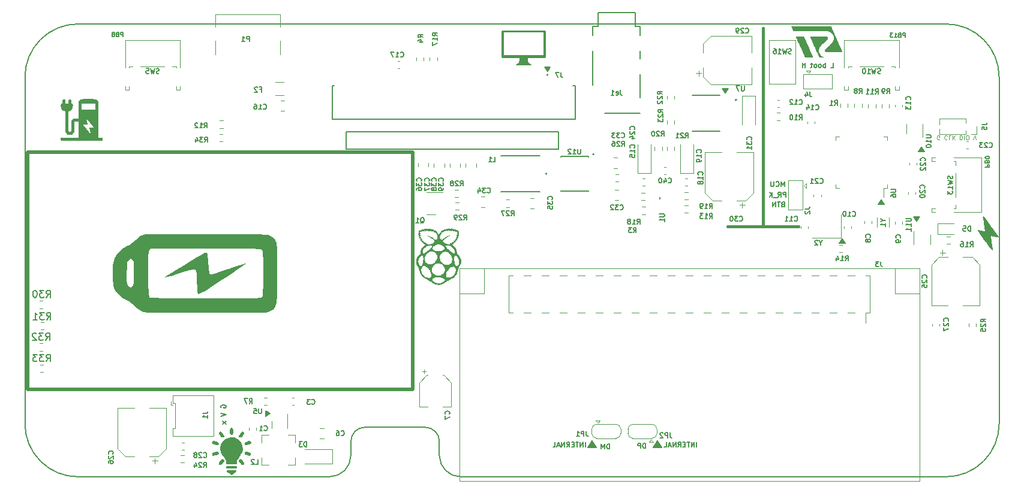
<source format=gbr>
G04 #@! TF.GenerationSoftware,KiCad,Pcbnew,7.0.10*
G04 #@! TF.CreationDate,2024-02-23T17:06:06+08:00*
G04 #@! TF.ProjectId,Teeny_girl,5465656e-795f-4676-9972-6c2e6b696361,rev?*
G04 #@! TF.SameCoordinates,Original*
G04 #@! TF.FileFunction,Legend,Bot*
G04 #@! TF.FilePolarity,Positive*
%FSLAX46Y46*%
G04 Gerber Fmt 4.6, Leading zero omitted, Abs format (unit mm)*
G04 Created by KiCad (PCBNEW 7.0.10) date 2024-02-23 17:06:06*
%MOMM*%
%LPD*%
G01*
G04 APERTURE LIST*
%ADD10C,0.150000*%
%ADD11C,0.090000*%
%ADD12C,0.130000*%
%ADD13C,0.175000*%
%ADD14C,0.400000*%
%ADD15C,0.500000*%
%ADD16C,0.120000*%
%ADD17C,0.100000*%
%ADD18C,0.127000*%
%ADD19C,0.200000*%
%ADD20C,0.152400*%
G04 #@! TA.AperFunction,Profile*
%ADD21C,0.150000*%
G04 #@! TD*
G04 APERTURE END LIST*
D10*
X199900000Y-67500000D02*
X199500000Y-66900000D01*
X200300000Y-66900000D01*
X199900000Y-67500000D01*
G36*
X199900000Y-67500000D02*
G01*
X199500000Y-66900000D01*
X200300000Y-66900000D01*
X199900000Y-67500000D01*
G37*
X200961538Y-57692308D02*
X200161538Y-57692308D01*
X200561538Y-57092308D01*
X200961538Y-57692308D01*
G36*
X200961538Y-57692308D02*
G01*
X200161538Y-57692308D01*
X200561538Y-57092308D01*
X200961538Y-57692308D01*
G37*
X101749366Y-93866667D02*
X101716033Y-93800000D01*
X101716033Y-93800000D02*
X101716033Y-93700000D01*
X101716033Y-93700000D02*
X101749366Y-93600000D01*
X101749366Y-93600000D02*
X101816033Y-93533334D01*
X101816033Y-93533334D02*
X101882700Y-93500000D01*
X101882700Y-93500000D02*
X102016033Y-93466667D01*
X102016033Y-93466667D02*
X102116033Y-93466667D01*
X102116033Y-93466667D02*
X102249366Y-93500000D01*
X102249366Y-93500000D02*
X102316033Y-93533334D01*
X102316033Y-93533334D02*
X102382700Y-93600000D01*
X102382700Y-93600000D02*
X102416033Y-93700000D01*
X102416033Y-93700000D02*
X102416033Y-93766667D01*
X102416033Y-93766667D02*
X102382700Y-93866667D01*
X102382700Y-93866667D02*
X102349366Y-93900000D01*
X102349366Y-93900000D02*
X102116033Y-93900000D01*
X102116033Y-93900000D02*
X102116033Y-93766667D01*
X101716033Y-94633333D02*
X102416033Y-94866667D01*
X102416033Y-94866667D02*
X101716033Y-95100000D01*
X102416033Y-95800000D02*
X101949366Y-96166666D01*
X101949366Y-95800000D02*
X102416033Y-96166666D01*
X108600000Y-94700000D02*
X108000000Y-95100000D01*
X108000000Y-94300000D01*
X108600000Y-94700000D01*
G36*
X108600000Y-94700000D02*
G01*
X108000000Y-95100000D01*
X108000000Y-94300000D01*
X108600000Y-94700000D01*
G37*
X147800000Y-46300000D02*
X147400000Y-45700000D01*
X148200000Y-45700000D01*
X147800000Y-46300000D01*
G36*
X147800000Y-46300000D02*
G01*
X147400000Y-45700000D01*
X148200000Y-45700000D01*
X147800000Y-46300000D01*
G37*
X172900000Y-49400000D02*
X172500000Y-48800000D01*
X173300000Y-48800000D01*
X172900000Y-49400000D01*
G36*
X172900000Y-49400000D02*
G01*
X172500000Y-48800000D01*
X173300000Y-48800000D01*
X172900000Y-49400000D01*
G37*
X189800000Y-70600000D02*
X189000000Y-70600000D01*
X189400000Y-70000000D01*
X189800000Y-70600000D01*
G36*
X189800000Y-70600000D02*
G01*
X189000000Y-70600000D01*
X189400000Y-70000000D01*
X189800000Y-70600000D01*
G37*
X195300000Y-65100000D02*
X194500000Y-65100000D01*
X194900000Y-64500000D01*
X195300000Y-65100000D01*
G36*
X195300000Y-65100000D02*
G01*
X194500000Y-65100000D01*
X194900000Y-64500000D01*
X195300000Y-65100000D01*
G37*
X87858458Y-41418771D02*
X87858458Y-40818771D01*
X87858458Y-40818771D02*
X87629887Y-40818771D01*
X87629887Y-40818771D02*
X87572744Y-40847342D01*
X87572744Y-40847342D02*
X87544173Y-40875914D01*
X87544173Y-40875914D02*
X87515601Y-40933057D01*
X87515601Y-40933057D02*
X87515601Y-41018771D01*
X87515601Y-41018771D02*
X87544173Y-41075914D01*
X87544173Y-41075914D02*
X87572744Y-41104485D01*
X87572744Y-41104485D02*
X87629887Y-41133057D01*
X87629887Y-41133057D02*
X87858458Y-41133057D01*
X87058458Y-41104485D02*
X86972744Y-41133057D01*
X86972744Y-41133057D02*
X86944173Y-41161628D01*
X86944173Y-41161628D02*
X86915601Y-41218771D01*
X86915601Y-41218771D02*
X86915601Y-41304485D01*
X86915601Y-41304485D02*
X86944173Y-41361628D01*
X86944173Y-41361628D02*
X86972744Y-41390200D01*
X86972744Y-41390200D02*
X87029887Y-41418771D01*
X87029887Y-41418771D02*
X87258458Y-41418771D01*
X87258458Y-41418771D02*
X87258458Y-40818771D01*
X87258458Y-40818771D02*
X87058458Y-40818771D01*
X87058458Y-40818771D02*
X87001316Y-40847342D01*
X87001316Y-40847342D02*
X86972744Y-40875914D01*
X86972744Y-40875914D02*
X86944173Y-40933057D01*
X86944173Y-40933057D02*
X86944173Y-40990200D01*
X86944173Y-40990200D02*
X86972744Y-41047342D01*
X86972744Y-41047342D02*
X87001316Y-41075914D01*
X87001316Y-41075914D02*
X87058458Y-41104485D01*
X87058458Y-41104485D02*
X87258458Y-41104485D01*
X86572744Y-41075914D02*
X86629887Y-41047342D01*
X86629887Y-41047342D02*
X86658458Y-41018771D01*
X86658458Y-41018771D02*
X86687030Y-40961628D01*
X86687030Y-40961628D02*
X86687030Y-40933057D01*
X86687030Y-40933057D02*
X86658458Y-40875914D01*
X86658458Y-40875914D02*
X86629887Y-40847342D01*
X86629887Y-40847342D02*
X86572744Y-40818771D01*
X86572744Y-40818771D02*
X86458458Y-40818771D01*
X86458458Y-40818771D02*
X86401316Y-40847342D01*
X86401316Y-40847342D02*
X86372744Y-40875914D01*
X86372744Y-40875914D02*
X86344173Y-40933057D01*
X86344173Y-40933057D02*
X86344173Y-40961628D01*
X86344173Y-40961628D02*
X86372744Y-41018771D01*
X86372744Y-41018771D02*
X86401316Y-41047342D01*
X86401316Y-41047342D02*
X86458458Y-41075914D01*
X86458458Y-41075914D02*
X86572744Y-41075914D01*
X86572744Y-41075914D02*
X86629887Y-41104485D01*
X86629887Y-41104485D02*
X86658458Y-41133057D01*
X86658458Y-41133057D02*
X86687030Y-41190200D01*
X86687030Y-41190200D02*
X86687030Y-41304485D01*
X86687030Y-41304485D02*
X86658458Y-41361628D01*
X86658458Y-41361628D02*
X86629887Y-41390200D01*
X86629887Y-41390200D02*
X86572744Y-41418771D01*
X86572744Y-41418771D02*
X86458458Y-41418771D01*
X86458458Y-41418771D02*
X86401316Y-41390200D01*
X86401316Y-41390200D02*
X86372744Y-41361628D01*
X86372744Y-41361628D02*
X86344173Y-41304485D01*
X86344173Y-41304485D02*
X86344173Y-41190200D01*
X86344173Y-41190200D02*
X86372744Y-41133057D01*
X86372744Y-41133057D02*
X86401316Y-41104485D01*
X86401316Y-41104485D02*
X86458458Y-41075914D01*
X198258458Y-41518771D02*
X198258458Y-40918771D01*
X198258458Y-40918771D02*
X198029887Y-40918771D01*
X198029887Y-40918771D02*
X197972744Y-40947342D01*
X197972744Y-40947342D02*
X197944173Y-40975914D01*
X197944173Y-40975914D02*
X197915601Y-41033057D01*
X197915601Y-41033057D02*
X197915601Y-41118771D01*
X197915601Y-41118771D02*
X197944173Y-41175914D01*
X197944173Y-41175914D02*
X197972744Y-41204485D01*
X197972744Y-41204485D02*
X198029887Y-41233057D01*
X198029887Y-41233057D02*
X198258458Y-41233057D01*
X197458458Y-41204485D02*
X197372744Y-41233057D01*
X197372744Y-41233057D02*
X197344173Y-41261628D01*
X197344173Y-41261628D02*
X197315601Y-41318771D01*
X197315601Y-41318771D02*
X197315601Y-41404485D01*
X197315601Y-41404485D02*
X197344173Y-41461628D01*
X197344173Y-41461628D02*
X197372744Y-41490200D01*
X197372744Y-41490200D02*
X197429887Y-41518771D01*
X197429887Y-41518771D02*
X197658458Y-41518771D01*
X197658458Y-41518771D02*
X197658458Y-40918771D01*
X197658458Y-40918771D02*
X197458458Y-40918771D01*
X197458458Y-40918771D02*
X197401316Y-40947342D01*
X197401316Y-40947342D02*
X197372744Y-40975914D01*
X197372744Y-40975914D02*
X197344173Y-41033057D01*
X197344173Y-41033057D02*
X197344173Y-41090200D01*
X197344173Y-41090200D02*
X197372744Y-41147342D01*
X197372744Y-41147342D02*
X197401316Y-41175914D01*
X197401316Y-41175914D02*
X197458458Y-41204485D01*
X197458458Y-41204485D02*
X197658458Y-41204485D01*
X196744173Y-41518771D02*
X197087030Y-41518771D01*
X196915601Y-41518771D02*
X196915601Y-40918771D01*
X196915601Y-40918771D02*
X196972744Y-41004485D01*
X196972744Y-41004485D02*
X197029887Y-41061628D01*
X197029887Y-41061628D02*
X197087030Y-41090200D01*
X196544172Y-40918771D02*
X196172744Y-40918771D01*
X196172744Y-40918771D02*
X196372744Y-41147342D01*
X196372744Y-41147342D02*
X196287029Y-41147342D01*
X196287029Y-41147342D02*
X196229887Y-41175914D01*
X196229887Y-41175914D02*
X196201315Y-41204485D01*
X196201315Y-41204485D02*
X196172744Y-41261628D01*
X196172744Y-41261628D02*
X196172744Y-41404485D01*
X196172744Y-41404485D02*
X196201315Y-41461628D01*
X196201315Y-41461628D02*
X196229887Y-41490200D01*
X196229887Y-41490200D02*
X196287029Y-41518771D01*
X196287029Y-41518771D02*
X196458458Y-41518771D01*
X196458458Y-41518771D02*
X196515601Y-41490200D01*
X196515601Y-41490200D02*
X196544172Y-41461628D01*
X209581228Y-59858458D02*
X210181228Y-59858458D01*
X210181228Y-59858458D02*
X210181228Y-59629887D01*
X210181228Y-59629887D02*
X210152657Y-59572744D01*
X210152657Y-59572744D02*
X210124085Y-59544173D01*
X210124085Y-59544173D02*
X210066942Y-59515601D01*
X210066942Y-59515601D02*
X209981228Y-59515601D01*
X209981228Y-59515601D02*
X209924085Y-59544173D01*
X209924085Y-59544173D02*
X209895514Y-59572744D01*
X209895514Y-59572744D02*
X209866942Y-59629887D01*
X209866942Y-59629887D02*
X209866942Y-59858458D01*
X209895514Y-59058458D02*
X209866942Y-58972744D01*
X209866942Y-58972744D02*
X209838371Y-58944173D01*
X209838371Y-58944173D02*
X209781228Y-58915601D01*
X209781228Y-58915601D02*
X209695514Y-58915601D01*
X209695514Y-58915601D02*
X209638371Y-58944173D01*
X209638371Y-58944173D02*
X209609800Y-58972744D01*
X209609800Y-58972744D02*
X209581228Y-59029887D01*
X209581228Y-59029887D02*
X209581228Y-59258458D01*
X209581228Y-59258458D02*
X210181228Y-59258458D01*
X210181228Y-59258458D02*
X210181228Y-59058458D01*
X210181228Y-59058458D02*
X210152657Y-59001316D01*
X210152657Y-59001316D02*
X210124085Y-58972744D01*
X210124085Y-58972744D02*
X210066942Y-58944173D01*
X210066942Y-58944173D02*
X210009800Y-58944173D01*
X210009800Y-58944173D02*
X209952657Y-58972744D01*
X209952657Y-58972744D02*
X209924085Y-59001316D01*
X209924085Y-59001316D02*
X209895514Y-59058458D01*
X209895514Y-59058458D02*
X209895514Y-59258458D01*
X210181228Y-58544173D02*
X210181228Y-58487030D01*
X210181228Y-58487030D02*
X210152657Y-58429887D01*
X210152657Y-58429887D02*
X210124085Y-58401316D01*
X210124085Y-58401316D02*
X210066942Y-58372744D01*
X210066942Y-58372744D02*
X209952657Y-58344173D01*
X209952657Y-58344173D02*
X209809800Y-58344173D01*
X209809800Y-58344173D02*
X209695514Y-58372744D01*
X209695514Y-58372744D02*
X209638371Y-58401316D01*
X209638371Y-58401316D02*
X209609800Y-58429887D01*
X209609800Y-58429887D02*
X209581228Y-58487030D01*
X209581228Y-58487030D02*
X209581228Y-58544173D01*
X209581228Y-58544173D02*
X209609800Y-58601316D01*
X209609800Y-58601316D02*
X209638371Y-58629887D01*
X209638371Y-58629887D02*
X209695514Y-58658458D01*
X209695514Y-58658458D02*
X209809800Y-58687030D01*
X209809800Y-58687030D02*
X209952657Y-58687030D01*
X209952657Y-58687030D02*
X210066942Y-58658458D01*
X210066942Y-58658458D02*
X210124085Y-58629887D01*
X210124085Y-58629887D02*
X210152657Y-58601316D01*
X210152657Y-58601316D02*
X210181228Y-58544173D01*
D11*
X203116352Y-55949537D02*
X203059210Y-55978108D01*
X203059210Y-55978108D02*
X202973495Y-55978108D01*
X202973495Y-55978108D02*
X202887781Y-55949537D01*
X202887781Y-55949537D02*
X202830638Y-55892394D01*
X202830638Y-55892394D02*
X202802067Y-55835251D01*
X202802067Y-55835251D02*
X202773495Y-55720965D01*
X202773495Y-55720965D02*
X202773495Y-55635251D01*
X202773495Y-55635251D02*
X202802067Y-55520965D01*
X202802067Y-55520965D02*
X202830638Y-55463822D01*
X202830638Y-55463822D02*
X202887781Y-55406680D01*
X202887781Y-55406680D02*
X202973495Y-55378108D01*
X202973495Y-55378108D02*
X203030638Y-55378108D01*
X203030638Y-55378108D02*
X203116352Y-55406680D01*
X203116352Y-55406680D02*
X203144924Y-55435251D01*
X203144924Y-55435251D02*
X203144924Y-55635251D01*
X203144924Y-55635251D02*
X203030638Y-55635251D01*
X204202067Y-55435251D02*
X204173495Y-55406680D01*
X204173495Y-55406680D02*
X204087781Y-55378108D01*
X204087781Y-55378108D02*
X204030638Y-55378108D01*
X204030638Y-55378108D02*
X203944924Y-55406680D01*
X203944924Y-55406680D02*
X203887781Y-55463822D01*
X203887781Y-55463822D02*
X203859210Y-55520965D01*
X203859210Y-55520965D02*
X203830638Y-55635251D01*
X203830638Y-55635251D02*
X203830638Y-55720965D01*
X203830638Y-55720965D02*
X203859210Y-55835251D01*
X203859210Y-55835251D02*
X203887781Y-55892394D01*
X203887781Y-55892394D02*
X203944924Y-55949537D01*
X203944924Y-55949537D02*
X204030638Y-55978108D01*
X204030638Y-55978108D02*
X204087781Y-55978108D01*
X204087781Y-55978108D02*
X204173495Y-55949537D01*
X204173495Y-55949537D02*
X204202067Y-55920965D01*
X204744924Y-55378108D02*
X204459210Y-55378108D01*
X204459210Y-55378108D02*
X204459210Y-55978108D01*
X204944924Y-55378108D02*
X204944924Y-55978108D01*
X205287781Y-55378108D02*
X205030638Y-55720965D01*
X205287781Y-55978108D02*
X204944924Y-55635251D01*
X206002067Y-55378108D02*
X206002067Y-55978108D01*
X206002067Y-55978108D02*
X206144924Y-55978108D01*
X206144924Y-55978108D02*
X206230638Y-55949537D01*
X206230638Y-55949537D02*
X206287781Y-55892394D01*
X206287781Y-55892394D02*
X206316352Y-55835251D01*
X206316352Y-55835251D02*
X206344924Y-55720965D01*
X206344924Y-55720965D02*
X206344924Y-55635251D01*
X206344924Y-55635251D02*
X206316352Y-55520965D01*
X206316352Y-55520965D02*
X206287781Y-55463822D01*
X206287781Y-55463822D02*
X206230638Y-55406680D01*
X206230638Y-55406680D02*
X206144924Y-55378108D01*
X206144924Y-55378108D02*
X206002067Y-55378108D01*
X206602067Y-55378108D02*
X206602067Y-55978108D01*
X207002066Y-55978108D02*
X207116352Y-55978108D01*
X207116352Y-55978108D02*
X207173495Y-55949537D01*
X207173495Y-55949537D02*
X207230638Y-55892394D01*
X207230638Y-55892394D02*
X207259209Y-55778108D01*
X207259209Y-55778108D02*
X207259209Y-55578108D01*
X207259209Y-55578108D02*
X207230638Y-55463822D01*
X207230638Y-55463822D02*
X207173495Y-55406680D01*
X207173495Y-55406680D02*
X207116352Y-55378108D01*
X207116352Y-55378108D02*
X207002066Y-55378108D01*
X207002066Y-55378108D02*
X206944924Y-55406680D01*
X206944924Y-55406680D02*
X206887781Y-55463822D01*
X206887781Y-55463822D02*
X206859209Y-55578108D01*
X206859209Y-55578108D02*
X206859209Y-55778108D01*
X206859209Y-55778108D02*
X206887781Y-55892394D01*
X206887781Y-55892394D02*
X206944924Y-55949537D01*
X206944924Y-55949537D02*
X207002066Y-55978108D01*
X207887780Y-55978108D02*
X208087780Y-55378108D01*
X208087780Y-55378108D02*
X208287780Y-55978108D01*
D10*
X163900000Y-99500000D02*
X162700000Y-99500000D01*
X163300000Y-98600000D01*
X163900000Y-99500000D01*
G36*
X163900000Y-99500000D02*
G01*
X162700000Y-99500000D01*
X163300000Y-98600000D01*
X163900000Y-99500000D01*
G37*
X154700000Y-99500000D02*
X153500000Y-99500000D01*
X154100000Y-98600000D01*
X154700000Y-99500000D01*
G36*
X154700000Y-99500000D02*
G01*
X153500000Y-99500000D01*
X154100000Y-98600000D01*
X154700000Y-99500000D01*
G37*
X168849999Y-99416033D02*
X168849999Y-98716033D01*
X168516666Y-99416033D02*
X168516666Y-98716033D01*
X168516666Y-98716033D02*
X168116666Y-99416033D01*
X168116666Y-99416033D02*
X168116666Y-98716033D01*
X167883333Y-98716033D02*
X167483333Y-98716033D01*
X167683333Y-99416033D02*
X167683333Y-98716033D01*
X167250000Y-99049366D02*
X167016667Y-99049366D01*
X166916667Y-99416033D02*
X167250000Y-99416033D01*
X167250000Y-99416033D02*
X167250000Y-98716033D01*
X167250000Y-98716033D02*
X166916667Y-98716033D01*
X166216667Y-99416033D02*
X166450000Y-99082700D01*
X166616667Y-99416033D02*
X166616667Y-98716033D01*
X166616667Y-98716033D02*
X166350000Y-98716033D01*
X166350000Y-98716033D02*
X166283334Y-98749366D01*
X166283334Y-98749366D02*
X166250000Y-98782700D01*
X166250000Y-98782700D02*
X166216667Y-98849366D01*
X166216667Y-98849366D02*
X166216667Y-98949366D01*
X166216667Y-98949366D02*
X166250000Y-99016033D01*
X166250000Y-99016033D02*
X166283334Y-99049366D01*
X166283334Y-99049366D02*
X166350000Y-99082700D01*
X166350000Y-99082700D02*
X166616667Y-99082700D01*
X165916667Y-99416033D02*
X165916667Y-98716033D01*
X165916667Y-98716033D02*
X165516667Y-99416033D01*
X165516667Y-99416033D02*
X165516667Y-98716033D01*
X165216667Y-99216033D02*
X164883334Y-99216033D01*
X165283334Y-99416033D02*
X165050001Y-98716033D01*
X165050001Y-98716033D02*
X164816667Y-99416033D01*
X164250001Y-99416033D02*
X164583334Y-99416033D01*
X164583334Y-99416033D02*
X164583334Y-98716033D01*
X153149999Y-99416033D02*
X153149999Y-98716033D01*
X152816666Y-99416033D02*
X152816666Y-98716033D01*
X152816666Y-98716033D02*
X152416666Y-99416033D01*
X152416666Y-99416033D02*
X152416666Y-98716033D01*
X152183333Y-98716033D02*
X151783333Y-98716033D01*
X151983333Y-99416033D02*
X151983333Y-98716033D01*
X151550000Y-99049366D02*
X151316667Y-99049366D01*
X151216667Y-99416033D02*
X151550000Y-99416033D01*
X151550000Y-99416033D02*
X151550000Y-98716033D01*
X151550000Y-98716033D02*
X151216667Y-98716033D01*
X150516667Y-99416033D02*
X150750000Y-99082700D01*
X150916667Y-99416033D02*
X150916667Y-98716033D01*
X150916667Y-98716033D02*
X150650000Y-98716033D01*
X150650000Y-98716033D02*
X150583334Y-98749366D01*
X150583334Y-98749366D02*
X150550000Y-98782700D01*
X150550000Y-98782700D02*
X150516667Y-98849366D01*
X150516667Y-98849366D02*
X150516667Y-98949366D01*
X150516667Y-98949366D02*
X150550000Y-99016033D01*
X150550000Y-99016033D02*
X150583334Y-99049366D01*
X150583334Y-99049366D02*
X150650000Y-99082700D01*
X150650000Y-99082700D02*
X150916667Y-99082700D01*
X150216667Y-99416033D02*
X150216667Y-98716033D01*
X150216667Y-98716033D02*
X149816667Y-99416033D01*
X149816667Y-99416033D02*
X149816667Y-98716033D01*
X149516667Y-99216033D02*
X149183334Y-99216033D01*
X149583334Y-99416033D02*
X149350001Y-98716033D01*
X149350001Y-98716033D02*
X149116667Y-99416033D01*
X148550001Y-99416033D02*
X148883334Y-99416033D01*
X148883334Y-99416033D02*
X148883334Y-98716033D01*
D12*
X161647807Y-99607573D02*
X161647807Y-98907573D01*
X161647807Y-98907573D02*
X161481140Y-98907573D01*
X161481140Y-98907573D02*
X161381140Y-98940906D01*
X161381140Y-98940906D02*
X161314474Y-99007573D01*
X161314474Y-99007573D02*
X161281140Y-99074240D01*
X161281140Y-99074240D02*
X161247807Y-99207573D01*
X161247807Y-99207573D02*
X161247807Y-99307573D01*
X161247807Y-99307573D02*
X161281140Y-99440906D01*
X161281140Y-99440906D02*
X161314474Y-99507573D01*
X161314474Y-99507573D02*
X161381140Y-99574240D01*
X161381140Y-99574240D02*
X161481140Y-99607573D01*
X161481140Y-99607573D02*
X161647807Y-99607573D01*
X160947807Y-99607573D02*
X160947807Y-98907573D01*
X160947807Y-98907573D02*
X160681140Y-98907573D01*
X160681140Y-98907573D02*
X160614474Y-98940906D01*
X160614474Y-98940906D02*
X160581140Y-98974240D01*
X160581140Y-98974240D02*
X160547807Y-99040906D01*
X160547807Y-99040906D02*
X160547807Y-99140906D01*
X160547807Y-99140906D02*
X160581140Y-99207573D01*
X160581140Y-99207573D02*
X160614474Y-99240906D01*
X160614474Y-99240906D02*
X160681140Y-99274240D01*
X160681140Y-99274240D02*
X160947807Y-99274240D01*
X156547807Y-99707573D02*
X156547807Y-99007573D01*
X156547807Y-99007573D02*
X156381140Y-99007573D01*
X156381140Y-99007573D02*
X156281140Y-99040906D01*
X156281140Y-99040906D02*
X156214474Y-99107573D01*
X156214474Y-99107573D02*
X156181140Y-99174240D01*
X156181140Y-99174240D02*
X156147807Y-99307573D01*
X156147807Y-99307573D02*
X156147807Y-99407573D01*
X156147807Y-99407573D02*
X156181140Y-99540906D01*
X156181140Y-99540906D02*
X156214474Y-99607573D01*
X156214474Y-99607573D02*
X156281140Y-99674240D01*
X156281140Y-99674240D02*
X156381140Y-99707573D01*
X156381140Y-99707573D02*
X156547807Y-99707573D01*
X155847807Y-99707573D02*
X155847807Y-99007573D01*
X155847807Y-99007573D02*
X155614474Y-99507573D01*
X155614474Y-99507573D02*
X155381140Y-99007573D01*
X155381140Y-99007573D02*
X155381140Y-99707573D01*
X181447807Y-64107573D02*
X181447807Y-63407573D01*
X181447807Y-63407573D02*
X181181140Y-63407573D01*
X181181140Y-63407573D02*
X181114474Y-63440906D01*
X181114474Y-63440906D02*
X181081140Y-63474240D01*
X181081140Y-63474240D02*
X181047807Y-63540906D01*
X181047807Y-63540906D02*
X181047807Y-63640906D01*
X181047807Y-63640906D02*
X181081140Y-63707573D01*
X181081140Y-63707573D02*
X181114474Y-63740906D01*
X181114474Y-63740906D02*
X181181140Y-63774240D01*
X181181140Y-63774240D02*
X181447807Y-63774240D01*
X180347807Y-64107573D02*
X180581140Y-63774240D01*
X180747807Y-64107573D02*
X180747807Y-63407573D01*
X180747807Y-63407573D02*
X180481140Y-63407573D01*
X180481140Y-63407573D02*
X180414474Y-63440906D01*
X180414474Y-63440906D02*
X180381140Y-63474240D01*
X180381140Y-63474240D02*
X180347807Y-63540906D01*
X180347807Y-63540906D02*
X180347807Y-63640906D01*
X180347807Y-63640906D02*
X180381140Y-63707573D01*
X180381140Y-63707573D02*
X180414474Y-63740906D01*
X180414474Y-63740906D02*
X180481140Y-63774240D01*
X180481140Y-63774240D02*
X180747807Y-63774240D01*
X180214474Y-64174240D02*
X179681140Y-64174240D01*
X179514474Y-64107573D02*
X179514474Y-63407573D01*
X179114474Y-64107573D02*
X179414474Y-63707573D01*
X179114474Y-63407573D02*
X179514474Y-63807573D01*
X181014474Y-65140906D02*
X180914474Y-65174240D01*
X180914474Y-65174240D02*
X180881140Y-65207573D01*
X180881140Y-65207573D02*
X180847807Y-65274240D01*
X180847807Y-65274240D02*
X180847807Y-65374240D01*
X180847807Y-65374240D02*
X180881140Y-65440906D01*
X180881140Y-65440906D02*
X180914474Y-65474240D01*
X180914474Y-65474240D02*
X180981140Y-65507573D01*
X180981140Y-65507573D02*
X181247807Y-65507573D01*
X181247807Y-65507573D02*
X181247807Y-64807573D01*
X181247807Y-64807573D02*
X181014474Y-64807573D01*
X181014474Y-64807573D02*
X180947807Y-64840906D01*
X180947807Y-64840906D02*
X180914474Y-64874240D01*
X180914474Y-64874240D02*
X180881140Y-64940906D01*
X180881140Y-64940906D02*
X180881140Y-65007573D01*
X180881140Y-65007573D02*
X180914474Y-65074240D01*
X180914474Y-65074240D02*
X180947807Y-65107573D01*
X180947807Y-65107573D02*
X181014474Y-65140906D01*
X181014474Y-65140906D02*
X181247807Y-65140906D01*
X180647807Y-64807573D02*
X180247807Y-64807573D01*
X180447807Y-65507573D02*
X180447807Y-64807573D01*
X180014474Y-65507573D02*
X180014474Y-64807573D01*
X180014474Y-64807573D02*
X179614474Y-65507573D01*
X179614474Y-65507573D02*
X179614474Y-64807573D01*
X181247807Y-62607573D02*
X181247807Y-61907573D01*
X181247807Y-61907573D02*
X181014474Y-62407573D01*
X181014474Y-62407573D02*
X180781140Y-61907573D01*
X180781140Y-61907573D02*
X180781140Y-62607573D01*
X180047807Y-62540906D02*
X180081140Y-62574240D01*
X180081140Y-62574240D02*
X180181140Y-62607573D01*
X180181140Y-62607573D02*
X180247807Y-62607573D01*
X180247807Y-62607573D02*
X180347807Y-62574240D01*
X180347807Y-62574240D02*
X180414474Y-62507573D01*
X180414474Y-62507573D02*
X180447807Y-62440906D01*
X180447807Y-62440906D02*
X180481140Y-62307573D01*
X180481140Y-62307573D02*
X180481140Y-62207573D01*
X180481140Y-62207573D02*
X180447807Y-62074240D01*
X180447807Y-62074240D02*
X180414474Y-62007573D01*
X180414474Y-62007573D02*
X180347807Y-61940906D01*
X180347807Y-61940906D02*
X180247807Y-61907573D01*
X180247807Y-61907573D02*
X180181140Y-61907573D01*
X180181140Y-61907573D02*
X180081140Y-61940906D01*
X180081140Y-61940906D02*
X180047807Y-61974240D01*
X179747807Y-61907573D02*
X179747807Y-62474240D01*
X179747807Y-62474240D02*
X179714474Y-62540906D01*
X179714474Y-62540906D02*
X179681140Y-62574240D01*
X179681140Y-62574240D02*
X179614474Y-62607573D01*
X179614474Y-62607573D02*
X179481140Y-62607573D01*
X179481140Y-62607573D02*
X179414474Y-62574240D01*
X179414474Y-62574240D02*
X179381140Y-62540906D01*
X179381140Y-62540906D02*
X179347807Y-62474240D01*
X179347807Y-62474240D02*
X179347807Y-61907573D01*
D13*
X187784869Y-45805233D02*
X188118202Y-45805233D01*
X188118202Y-45805233D02*
X188118202Y-45105233D01*
X187018202Y-45805233D02*
X187018202Y-45105233D01*
X187018202Y-45371900D02*
X186951535Y-45338566D01*
X186951535Y-45338566D02*
X186818202Y-45338566D01*
X186818202Y-45338566D02*
X186751535Y-45371900D01*
X186751535Y-45371900D02*
X186718202Y-45405233D01*
X186718202Y-45405233D02*
X186684869Y-45471900D01*
X186684869Y-45471900D02*
X186684869Y-45671900D01*
X186684869Y-45671900D02*
X186718202Y-45738566D01*
X186718202Y-45738566D02*
X186751535Y-45771900D01*
X186751535Y-45771900D02*
X186818202Y-45805233D01*
X186818202Y-45805233D02*
X186951535Y-45805233D01*
X186951535Y-45805233D02*
X187018202Y-45771900D01*
X186284869Y-45805233D02*
X186351536Y-45771900D01*
X186351536Y-45771900D02*
X186384869Y-45738566D01*
X186384869Y-45738566D02*
X186418202Y-45671900D01*
X186418202Y-45671900D02*
X186418202Y-45471900D01*
X186418202Y-45471900D02*
X186384869Y-45405233D01*
X186384869Y-45405233D02*
X186351536Y-45371900D01*
X186351536Y-45371900D02*
X186284869Y-45338566D01*
X186284869Y-45338566D02*
X186184869Y-45338566D01*
X186184869Y-45338566D02*
X186118202Y-45371900D01*
X186118202Y-45371900D02*
X186084869Y-45405233D01*
X186084869Y-45405233D02*
X186051536Y-45471900D01*
X186051536Y-45471900D02*
X186051536Y-45671900D01*
X186051536Y-45671900D02*
X186084869Y-45738566D01*
X186084869Y-45738566D02*
X186118202Y-45771900D01*
X186118202Y-45771900D02*
X186184869Y-45805233D01*
X186184869Y-45805233D02*
X186284869Y-45805233D01*
X185651536Y-45805233D02*
X185718203Y-45771900D01*
X185718203Y-45771900D02*
X185751536Y-45738566D01*
X185751536Y-45738566D02*
X185784869Y-45671900D01*
X185784869Y-45671900D02*
X185784869Y-45471900D01*
X185784869Y-45471900D02*
X185751536Y-45405233D01*
X185751536Y-45405233D02*
X185718203Y-45371900D01*
X185718203Y-45371900D02*
X185651536Y-45338566D01*
X185651536Y-45338566D02*
X185551536Y-45338566D01*
X185551536Y-45338566D02*
X185484869Y-45371900D01*
X185484869Y-45371900D02*
X185451536Y-45405233D01*
X185451536Y-45405233D02*
X185418203Y-45471900D01*
X185418203Y-45471900D02*
X185418203Y-45671900D01*
X185418203Y-45671900D02*
X185451536Y-45738566D01*
X185451536Y-45738566D02*
X185484869Y-45771900D01*
X185484869Y-45771900D02*
X185551536Y-45805233D01*
X185551536Y-45805233D02*
X185651536Y-45805233D01*
X185218203Y-45338566D02*
X184951536Y-45338566D01*
X185118203Y-45105233D02*
X185118203Y-45705233D01*
X185118203Y-45705233D02*
X185084870Y-45771900D01*
X185084870Y-45771900D02*
X185018203Y-45805233D01*
X185018203Y-45805233D02*
X184951536Y-45805233D01*
X184184870Y-45805233D02*
X184184870Y-45105233D01*
X184184870Y-45438566D02*
X183784870Y-45438566D01*
X183784870Y-45805233D02*
X183784870Y-45105233D01*
D14*
X178195000Y-68271900D02*
X183195000Y-68271900D01*
X178195000Y-40271900D02*
X178195000Y-46271900D01*
D15*
X74445000Y-57741900D02*
X128745000Y-57741900D01*
X128745000Y-91317300D01*
X74445000Y-91317300D01*
X74445000Y-57741900D01*
D14*
X173195000Y-68271900D02*
X183195000Y-68271900D01*
X178195000Y-46271900D02*
X178195000Y-68271900D01*
X178195000Y-68271900D02*
X173195000Y-68271900D01*
D12*
X194833333Y-73217073D02*
X194833333Y-73717073D01*
X194833333Y-73717073D02*
X194866666Y-73817073D01*
X194866666Y-73817073D02*
X194933333Y-73883740D01*
X194933333Y-73883740D02*
X195033333Y-73917073D01*
X195033333Y-73917073D02*
X195100000Y-73917073D01*
X194566667Y-73217073D02*
X194133333Y-73217073D01*
X194133333Y-73217073D02*
X194366667Y-73483740D01*
X194366667Y-73483740D02*
X194266667Y-73483740D01*
X194266667Y-73483740D02*
X194200000Y-73517073D01*
X194200000Y-73517073D02*
X194166667Y-73550406D01*
X194166667Y-73550406D02*
X194133333Y-73617073D01*
X194133333Y-73617073D02*
X194133333Y-73783740D01*
X194133333Y-73783740D02*
X194166667Y-73850406D01*
X194166667Y-73850406D02*
X194200000Y-73883740D01*
X194200000Y-73883740D02*
X194266667Y-73917073D01*
X194266667Y-73917073D02*
X194466667Y-73917073D01*
X194466667Y-73917073D02*
X194533333Y-73883740D01*
X194533333Y-73883740D02*
X194566667Y-73850406D01*
D10*
X207450000Y-71116033D02*
X207683333Y-70782700D01*
X207850000Y-71116033D02*
X207850000Y-70416033D01*
X207850000Y-70416033D02*
X207583333Y-70416033D01*
X207583333Y-70416033D02*
X207516667Y-70449366D01*
X207516667Y-70449366D02*
X207483333Y-70482700D01*
X207483333Y-70482700D02*
X207450000Y-70549366D01*
X207450000Y-70549366D02*
X207450000Y-70649366D01*
X207450000Y-70649366D02*
X207483333Y-70716033D01*
X207483333Y-70716033D02*
X207516667Y-70749366D01*
X207516667Y-70749366D02*
X207583333Y-70782700D01*
X207583333Y-70782700D02*
X207850000Y-70782700D01*
X206783333Y-71116033D02*
X207183333Y-71116033D01*
X206983333Y-71116033D02*
X206983333Y-70416033D01*
X206983333Y-70416033D02*
X207050000Y-70516033D01*
X207050000Y-70516033D02*
X207116667Y-70582700D01*
X207116667Y-70582700D02*
X207183333Y-70616033D01*
X206183333Y-70416033D02*
X206316666Y-70416033D01*
X206316666Y-70416033D02*
X206383333Y-70449366D01*
X206383333Y-70449366D02*
X206416666Y-70482700D01*
X206416666Y-70482700D02*
X206483333Y-70582700D01*
X206483333Y-70582700D02*
X206516666Y-70716033D01*
X206516666Y-70716033D02*
X206516666Y-70982700D01*
X206516666Y-70982700D02*
X206483333Y-71049366D01*
X206483333Y-71049366D02*
X206450000Y-71082700D01*
X206450000Y-71082700D02*
X206383333Y-71116033D01*
X206383333Y-71116033D02*
X206250000Y-71116033D01*
X206250000Y-71116033D02*
X206183333Y-71082700D01*
X206183333Y-71082700D02*
X206150000Y-71049366D01*
X206150000Y-71049366D02*
X206116666Y-70982700D01*
X206116666Y-70982700D02*
X206116666Y-70816033D01*
X206116666Y-70816033D02*
X206150000Y-70749366D01*
X206150000Y-70749366D02*
X206183333Y-70716033D01*
X206183333Y-70716033D02*
X206250000Y-70682700D01*
X206250000Y-70682700D02*
X206383333Y-70682700D01*
X206383333Y-70682700D02*
X206450000Y-70716033D01*
X206450000Y-70716033D02*
X206483333Y-70749366D01*
X206483333Y-70749366D02*
X206516666Y-70816033D01*
X207516666Y-68916033D02*
X207516666Y-68216033D01*
X207516666Y-68216033D02*
X207349999Y-68216033D01*
X207349999Y-68216033D02*
X207249999Y-68249366D01*
X207249999Y-68249366D02*
X207183333Y-68316033D01*
X207183333Y-68316033D02*
X207149999Y-68382700D01*
X207149999Y-68382700D02*
X207116666Y-68516033D01*
X207116666Y-68516033D02*
X207116666Y-68616033D01*
X207116666Y-68616033D02*
X207149999Y-68749366D01*
X207149999Y-68749366D02*
X207183333Y-68816033D01*
X207183333Y-68816033D02*
X207249999Y-68882700D01*
X207249999Y-68882700D02*
X207349999Y-68916033D01*
X207349999Y-68916033D02*
X207516666Y-68916033D01*
X206483333Y-68216033D02*
X206816666Y-68216033D01*
X206816666Y-68216033D02*
X206849999Y-68549366D01*
X206849999Y-68549366D02*
X206816666Y-68516033D01*
X206816666Y-68516033D02*
X206749999Y-68482700D01*
X206749999Y-68482700D02*
X206583333Y-68482700D01*
X206583333Y-68482700D02*
X206516666Y-68516033D01*
X206516666Y-68516033D02*
X206483333Y-68549366D01*
X206483333Y-68549366D02*
X206449999Y-68616033D01*
X206449999Y-68616033D02*
X206449999Y-68782700D01*
X206449999Y-68782700D02*
X206483333Y-68849366D01*
X206483333Y-68849366D02*
X206516666Y-68882700D01*
X206516666Y-68882700D02*
X206583333Y-68916033D01*
X206583333Y-68916033D02*
X206749999Y-68916033D01*
X206749999Y-68916033D02*
X206816666Y-68882700D01*
X206816666Y-68882700D02*
X206849999Y-68849366D01*
D12*
X107700000Y-51590406D02*
X107733333Y-51623740D01*
X107733333Y-51623740D02*
X107833333Y-51657073D01*
X107833333Y-51657073D02*
X107900000Y-51657073D01*
X107900000Y-51657073D02*
X108000000Y-51623740D01*
X108000000Y-51623740D02*
X108066667Y-51557073D01*
X108066667Y-51557073D02*
X108100000Y-51490406D01*
X108100000Y-51490406D02*
X108133333Y-51357073D01*
X108133333Y-51357073D02*
X108133333Y-51257073D01*
X108133333Y-51257073D02*
X108100000Y-51123740D01*
X108100000Y-51123740D02*
X108066667Y-51057073D01*
X108066667Y-51057073D02*
X108000000Y-50990406D01*
X108000000Y-50990406D02*
X107900000Y-50957073D01*
X107900000Y-50957073D02*
X107833333Y-50957073D01*
X107833333Y-50957073D02*
X107733333Y-50990406D01*
X107733333Y-50990406D02*
X107700000Y-51023740D01*
X107033333Y-51657073D02*
X107433333Y-51657073D01*
X107233333Y-51657073D02*
X107233333Y-50957073D01*
X107233333Y-50957073D02*
X107300000Y-51057073D01*
X107300000Y-51057073D02*
X107366667Y-51123740D01*
X107366667Y-51123740D02*
X107433333Y-51157073D01*
X106433333Y-50957073D02*
X106566666Y-50957073D01*
X106566666Y-50957073D02*
X106633333Y-50990406D01*
X106633333Y-50990406D02*
X106666666Y-51023740D01*
X106666666Y-51023740D02*
X106733333Y-51123740D01*
X106733333Y-51123740D02*
X106766666Y-51257073D01*
X106766666Y-51257073D02*
X106766666Y-51523740D01*
X106766666Y-51523740D02*
X106733333Y-51590406D01*
X106733333Y-51590406D02*
X106700000Y-51623740D01*
X106700000Y-51623740D02*
X106633333Y-51657073D01*
X106633333Y-51657073D02*
X106500000Y-51657073D01*
X106500000Y-51657073D02*
X106433333Y-51623740D01*
X106433333Y-51623740D02*
X106400000Y-51590406D01*
X106400000Y-51590406D02*
X106366666Y-51523740D01*
X106366666Y-51523740D02*
X106366666Y-51357073D01*
X106366666Y-51357073D02*
X106400000Y-51290406D01*
X106400000Y-51290406D02*
X106433333Y-51257073D01*
X106433333Y-51257073D02*
X106500000Y-51223740D01*
X106500000Y-51223740D02*
X106633333Y-51223740D01*
X106633333Y-51223740D02*
X106700000Y-51257073D01*
X106700000Y-51257073D02*
X106733333Y-51290406D01*
X106733333Y-51290406D02*
X106766666Y-51357073D01*
X194811666Y-46615640D02*
X194711666Y-46648973D01*
X194711666Y-46648973D02*
X194545000Y-46648973D01*
X194545000Y-46648973D02*
X194478333Y-46615640D01*
X194478333Y-46615640D02*
X194445000Y-46582306D01*
X194445000Y-46582306D02*
X194411666Y-46515640D01*
X194411666Y-46515640D02*
X194411666Y-46448973D01*
X194411666Y-46448973D02*
X194445000Y-46382306D01*
X194445000Y-46382306D02*
X194478333Y-46348973D01*
X194478333Y-46348973D02*
X194545000Y-46315640D01*
X194545000Y-46315640D02*
X194678333Y-46282306D01*
X194678333Y-46282306D02*
X194745000Y-46248973D01*
X194745000Y-46248973D02*
X194778333Y-46215640D01*
X194778333Y-46215640D02*
X194811666Y-46148973D01*
X194811666Y-46148973D02*
X194811666Y-46082306D01*
X194811666Y-46082306D02*
X194778333Y-46015640D01*
X194778333Y-46015640D02*
X194745000Y-45982306D01*
X194745000Y-45982306D02*
X194678333Y-45948973D01*
X194678333Y-45948973D02*
X194511666Y-45948973D01*
X194511666Y-45948973D02*
X194411666Y-45982306D01*
X194178333Y-45948973D02*
X194011666Y-46648973D01*
X194011666Y-46648973D02*
X193878333Y-46148973D01*
X193878333Y-46148973D02*
X193744999Y-46648973D01*
X193744999Y-46648973D02*
X193578333Y-45948973D01*
X192944999Y-46648973D02*
X193344999Y-46648973D01*
X193144999Y-46648973D02*
X193144999Y-45948973D01*
X193144999Y-45948973D02*
X193211666Y-46048973D01*
X193211666Y-46048973D02*
X193278333Y-46115640D01*
X193278333Y-46115640D02*
X193344999Y-46148973D01*
X192511666Y-45948973D02*
X192444999Y-45948973D01*
X192444999Y-45948973D02*
X192378332Y-45982306D01*
X192378332Y-45982306D02*
X192344999Y-46015640D01*
X192344999Y-46015640D02*
X192311666Y-46082306D01*
X192311666Y-46082306D02*
X192278332Y-46215640D01*
X192278332Y-46215640D02*
X192278332Y-46382306D01*
X192278332Y-46382306D02*
X192311666Y-46515640D01*
X192311666Y-46515640D02*
X192344999Y-46582306D01*
X192344999Y-46582306D02*
X192378332Y-46615640D01*
X192378332Y-46615640D02*
X192444999Y-46648973D01*
X192444999Y-46648973D02*
X192511666Y-46648973D01*
X192511666Y-46648973D02*
X192578332Y-46615640D01*
X192578332Y-46615640D02*
X192611666Y-46582306D01*
X192611666Y-46582306D02*
X192644999Y-46515640D01*
X192644999Y-46515640D02*
X192678332Y-46382306D01*
X192678332Y-46382306D02*
X192678332Y-46215640D01*
X192678332Y-46215640D02*
X192644999Y-46082306D01*
X192644999Y-46082306D02*
X192611666Y-46015640D01*
X192611666Y-46015640D02*
X192578332Y-45982306D01*
X192578332Y-45982306D02*
X192511666Y-45948973D01*
X185645000Y-51692306D02*
X185678333Y-51725640D01*
X185678333Y-51725640D02*
X185778333Y-51758973D01*
X185778333Y-51758973D02*
X185845000Y-51758973D01*
X185845000Y-51758973D02*
X185945000Y-51725640D01*
X185945000Y-51725640D02*
X186011667Y-51658973D01*
X186011667Y-51658973D02*
X186045000Y-51592306D01*
X186045000Y-51592306D02*
X186078333Y-51458973D01*
X186078333Y-51458973D02*
X186078333Y-51358973D01*
X186078333Y-51358973D02*
X186045000Y-51225640D01*
X186045000Y-51225640D02*
X186011667Y-51158973D01*
X186011667Y-51158973D02*
X185945000Y-51092306D01*
X185945000Y-51092306D02*
X185845000Y-51058973D01*
X185845000Y-51058973D02*
X185778333Y-51058973D01*
X185778333Y-51058973D02*
X185678333Y-51092306D01*
X185678333Y-51092306D02*
X185645000Y-51125640D01*
X184978333Y-51758973D02*
X185378333Y-51758973D01*
X185178333Y-51758973D02*
X185178333Y-51058973D01*
X185178333Y-51058973D02*
X185245000Y-51158973D01*
X185245000Y-51158973D02*
X185311667Y-51225640D01*
X185311667Y-51225640D02*
X185378333Y-51258973D01*
X184378333Y-51292306D02*
X184378333Y-51758973D01*
X184545000Y-51025640D02*
X184711666Y-51525640D01*
X184711666Y-51525640D02*
X184278333Y-51525640D01*
X152466666Y-57317073D02*
X152466666Y-57883740D01*
X152466666Y-57883740D02*
X152433333Y-57950406D01*
X152433333Y-57950406D02*
X152399999Y-57983740D01*
X152399999Y-57983740D02*
X152333333Y-58017073D01*
X152333333Y-58017073D02*
X152199999Y-58017073D01*
X152199999Y-58017073D02*
X152133333Y-57983740D01*
X152133333Y-57983740D02*
X152099999Y-57950406D01*
X152099999Y-57950406D02*
X152066666Y-57883740D01*
X152066666Y-57883740D02*
X152066666Y-57317073D01*
X151366666Y-58017073D02*
X151766666Y-58017073D01*
X151566666Y-58017073D02*
X151566666Y-57317073D01*
X151566666Y-57317073D02*
X151633333Y-57417073D01*
X151633333Y-57417073D02*
X151700000Y-57483740D01*
X151700000Y-57483740D02*
X151766666Y-57517073D01*
X151099999Y-57383740D02*
X151066666Y-57350406D01*
X151066666Y-57350406D02*
X150999999Y-57317073D01*
X150999999Y-57317073D02*
X150833333Y-57317073D01*
X150833333Y-57317073D02*
X150766666Y-57350406D01*
X150766666Y-57350406D02*
X150733333Y-57383740D01*
X150733333Y-57383740D02*
X150699999Y-57450406D01*
X150699999Y-57450406D02*
X150699999Y-57517073D01*
X150699999Y-57517073D02*
X150733333Y-57617073D01*
X150733333Y-57617073D02*
X151133333Y-58017073D01*
X151133333Y-58017073D02*
X150699999Y-58017073D01*
X130207073Y-41543333D02*
X129873740Y-41310000D01*
X130207073Y-41143333D02*
X129507073Y-41143333D01*
X129507073Y-41143333D02*
X129507073Y-41410000D01*
X129507073Y-41410000D02*
X129540406Y-41476667D01*
X129540406Y-41476667D02*
X129573740Y-41510000D01*
X129573740Y-41510000D02*
X129640406Y-41543333D01*
X129640406Y-41543333D02*
X129740406Y-41543333D01*
X129740406Y-41543333D02*
X129807073Y-41510000D01*
X129807073Y-41510000D02*
X129840406Y-41476667D01*
X129840406Y-41476667D02*
X129873740Y-41410000D01*
X129873740Y-41410000D02*
X129873740Y-41143333D01*
X129740406Y-42143333D02*
X130207073Y-42143333D01*
X129473740Y-41976667D02*
X129973740Y-41810000D01*
X129973740Y-41810000D02*
X129973740Y-42243333D01*
X135975000Y-67317073D02*
X136208333Y-66983740D01*
X136375000Y-67317073D02*
X136375000Y-66617073D01*
X136375000Y-66617073D02*
X136108333Y-66617073D01*
X136108333Y-66617073D02*
X136041667Y-66650406D01*
X136041667Y-66650406D02*
X136008333Y-66683740D01*
X136008333Y-66683740D02*
X135975000Y-66750406D01*
X135975000Y-66750406D02*
X135975000Y-66850406D01*
X135975000Y-66850406D02*
X136008333Y-66917073D01*
X136008333Y-66917073D02*
X136041667Y-66950406D01*
X136041667Y-66950406D02*
X136108333Y-66983740D01*
X136108333Y-66983740D02*
X136375000Y-66983740D01*
X135708333Y-66683740D02*
X135675000Y-66650406D01*
X135675000Y-66650406D02*
X135608333Y-66617073D01*
X135608333Y-66617073D02*
X135441667Y-66617073D01*
X135441667Y-66617073D02*
X135375000Y-66650406D01*
X135375000Y-66650406D02*
X135341667Y-66683740D01*
X135341667Y-66683740D02*
X135308333Y-66750406D01*
X135308333Y-66750406D02*
X135308333Y-66817073D01*
X135308333Y-66817073D02*
X135341667Y-66917073D01*
X135341667Y-66917073D02*
X135741667Y-67317073D01*
X135741667Y-67317073D02*
X135308333Y-67317073D01*
X134975000Y-67317073D02*
X134841666Y-67317073D01*
X134841666Y-67317073D02*
X134775000Y-67283740D01*
X134775000Y-67283740D02*
X134741666Y-67250406D01*
X134741666Y-67250406D02*
X134675000Y-67150406D01*
X134675000Y-67150406D02*
X134641666Y-67017073D01*
X134641666Y-67017073D02*
X134641666Y-66750406D01*
X134641666Y-66750406D02*
X134675000Y-66683740D01*
X134675000Y-66683740D02*
X134708333Y-66650406D01*
X134708333Y-66650406D02*
X134775000Y-66617073D01*
X134775000Y-66617073D02*
X134908333Y-66617073D01*
X134908333Y-66617073D02*
X134975000Y-66650406D01*
X134975000Y-66650406D02*
X135008333Y-66683740D01*
X135008333Y-66683740D02*
X135041666Y-66750406D01*
X135041666Y-66750406D02*
X135041666Y-66917073D01*
X135041666Y-66917073D02*
X135008333Y-66983740D01*
X135008333Y-66983740D02*
X134975000Y-67017073D01*
X134975000Y-67017073D02*
X134908333Y-67050406D01*
X134908333Y-67050406D02*
X134775000Y-67050406D01*
X134775000Y-67050406D02*
X134708333Y-67017073D01*
X134708333Y-67017073D02*
X134675000Y-66983740D01*
X134675000Y-66983740D02*
X134641666Y-66917073D01*
X160050406Y-57149999D02*
X160083740Y-57116666D01*
X160083740Y-57116666D02*
X160117073Y-57016666D01*
X160117073Y-57016666D02*
X160117073Y-56949999D01*
X160117073Y-56949999D02*
X160083740Y-56849999D01*
X160083740Y-56849999D02*
X160017073Y-56783333D01*
X160017073Y-56783333D02*
X159950406Y-56749999D01*
X159950406Y-56749999D02*
X159817073Y-56716666D01*
X159817073Y-56716666D02*
X159717073Y-56716666D01*
X159717073Y-56716666D02*
X159583740Y-56749999D01*
X159583740Y-56749999D02*
X159517073Y-56783333D01*
X159517073Y-56783333D02*
X159450406Y-56849999D01*
X159450406Y-56849999D02*
X159417073Y-56949999D01*
X159417073Y-56949999D02*
X159417073Y-57016666D01*
X159417073Y-57016666D02*
X159450406Y-57116666D01*
X159450406Y-57116666D02*
X159483740Y-57149999D01*
X160117073Y-57816666D02*
X160117073Y-57416666D01*
X160117073Y-57616666D02*
X159417073Y-57616666D01*
X159417073Y-57616666D02*
X159517073Y-57549999D01*
X159517073Y-57549999D02*
X159583740Y-57483333D01*
X159583740Y-57483333D02*
X159617073Y-57416666D01*
X159417073Y-58450000D02*
X159417073Y-58116666D01*
X159417073Y-58116666D02*
X159750406Y-58083333D01*
X159750406Y-58083333D02*
X159717073Y-58116666D01*
X159717073Y-58116666D02*
X159683740Y-58183333D01*
X159683740Y-58183333D02*
X159683740Y-58350000D01*
X159683740Y-58350000D02*
X159717073Y-58416666D01*
X159717073Y-58416666D02*
X159750406Y-58450000D01*
X159750406Y-58450000D02*
X159817073Y-58483333D01*
X159817073Y-58483333D02*
X159983740Y-58483333D01*
X159983740Y-58483333D02*
X160050406Y-58450000D01*
X160050406Y-58450000D02*
X160083740Y-58416666D01*
X160083740Y-58416666D02*
X160117073Y-58350000D01*
X160117073Y-58350000D02*
X160117073Y-58183333D01*
X160117073Y-58183333D02*
X160083740Y-58116666D01*
X160083740Y-58116666D02*
X160050406Y-58083333D01*
X160450000Y-67917073D02*
X160683333Y-67583740D01*
X160850000Y-67917073D02*
X160850000Y-67217073D01*
X160850000Y-67217073D02*
X160583333Y-67217073D01*
X160583333Y-67217073D02*
X160516667Y-67250406D01*
X160516667Y-67250406D02*
X160483333Y-67283740D01*
X160483333Y-67283740D02*
X160450000Y-67350406D01*
X160450000Y-67350406D02*
X160450000Y-67450406D01*
X160450000Y-67450406D02*
X160483333Y-67517073D01*
X160483333Y-67517073D02*
X160516667Y-67550406D01*
X160516667Y-67550406D02*
X160583333Y-67583740D01*
X160583333Y-67583740D02*
X160850000Y-67583740D01*
X159783333Y-67917073D02*
X160183333Y-67917073D01*
X159983333Y-67917073D02*
X159983333Y-67217073D01*
X159983333Y-67217073D02*
X160050000Y-67317073D01*
X160050000Y-67317073D02*
X160116667Y-67383740D01*
X160116667Y-67383740D02*
X160183333Y-67417073D01*
X159383333Y-67517073D02*
X159450000Y-67483740D01*
X159450000Y-67483740D02*
X159483333Y-67450406D01*
X159483333Y-67450406D02*
X159516666Y-67383740D01*
X159516666Y-67383740D02*
X159516666Y-67350406D01*
X159516666Y-67350406D02*
X159483333Y-67283740D01*
X159483333Y-67283740D02*
X159450000Y-67250406D01*
X159450000Y-67250406D02*
X159383333Y-67217073D01*
X159383333Y-67217073D02*
X159250000Y-67217073D01*
X159250000Y-67217073D02*
X159183333Y-67250406D01*
X159183333Y-67250406D02*
X159150000Y-67283740D01*
X159150000Y-67283740D02*
X159116666Y-67350406D01*
X159116666Y-67350406D02*
X159116666Y-67383740D01*
X159116666Y-67383740D02*
X159150000Y-67450406D01*
X159150000Y-67450406D02*
X159183333Y-67483740D01*
X159183333Y-67483740D02*
X159250000Y-67517073D01*
X159250000Y-67517073D02*
X159383333Y-67517073D01*
X159383333Y-67517073D02*
X159450000Y-67550406D01*
X159450000Y-67550406D02*
X159483333Y-67583740D01*
X159483333Y-67583740D02*
X159516666Y-67650406D01*
X159516666Y-67650406D02*
X159516666Y-67783740D01*
X159516666Y-67783740D02*
X159483333Y-67850406D01*
X159483333Y-67850406D02*
X159450000Y-67883740D01*
X159450000Y-67883740D02*
X159383333Y-67917073D01*
X159383333Y-67917073D02*
X159250000Y-67917073D01*
X159250000Y-67917073D02*
X159183333Y-67883740D01*
X159183333Y-67883740D02*
X159150000Y-67850406D01*
X159150000Y-67850406D02*
X159116666Y-67783740D01*
X159116666Y-67783740D02*
X159116666Y-67650406D01*
X159116666Y-67650406D02*
X159150000Y-67583740D01*
X159150000Y-67583740D02*
X159183333Y-67550406D01*
X159183333Y-67550406D02*
X159250000Y-67517073D01*
X164012073Y-49571899D02*
X163678740Y-49338566D01*
X164012073Y-49171899D02*
X163312073Y-49171899D01*
X163312073Y-49171899D02*
X163312073Y-49438566D01*
X163312073Y-49438566D02*
X163345406Y-49505233D01*
X163345406Y-49505233D02*
X163378740Y-49538566D01*
X163378740Y-49538566D02*
X163445406Y-49571899D01*
X163445406Y-49571899D02*
X163545406Y-49571899D01*
X163545406Y-49571899D02*
X163612073Y-49538566D01*
X163612073Y-49538566D02*
X163645406Y-49505233D01*
X163645406Y-49505233D02*
X163678740Y-49438566D01*
X163678740Y-49438566D02*
X163678740Y-49171899D01*
X163378740Y-49838566D02*
X163345406Y-49871899D01*
X163345406Y-49871899D02*
X163312073Y-49938566D01*
X163312073Y-49938566D02*
X163312073Y-50105233D01*
X163312073Y-50105233D02*
X163345406Y-50171899D01*
X163345406Y-50171899D02*
X163378740Y-50205233D01*
X163378740Y-50205233D02*
X163445406Y-50238566D01*
X163445406Y-50238566D02*
X163512073Y-50238566D01*
X163512073Y-50238566D02*
X163612073Y-50205233D01*
X163612073Y-50205233D02*
X164012073Y-49805233D01*
X164012073Y-49805233D02*
X164012073Y-50238566D01*
X163378740Y-50505233D02*
X163345406Y-50538566D01*
X163345406Y-50538566D02*
X163312073Y-50605233D01*
X163312073Y-50605233D02*
X163312073Y-50771900D01*
X163312073Y-50771900D02*
X163345406Y-50838566D01*
X163345406Y-50838566D02*
X163378740Y-50871900D01*
X163378740Y-50871900D02*
X163445406Y-50905233D01*
X163445406Y-50905233D02*
X163512073Y-50905233D01*
X163512073Y-50905233D02*
X163612073Y-50871900D01*
X163612073Y-50871900D02*
X164012073Y-50471900D01*
X164012073Y-50471900D02*
X164012073Y-50905233D01*
X174895000Y-67450406D02*
X174928333Y-67483740D01*
X174928333Y-67483740D02*
X175028333Y-67517073D01*
X175028333Y-67517073D02*
X175095000Y-67517073D01*
X175095000Y-67517073D02*
X175195000Y-67483740D01*
X175195000Y-67483740D02*
X175261667Y-67417073D01*
X175261667Y-67417073D02*
X175295000Y-67350406D01*
X175295000Y-67350406D02*
X175328333Y-67217073D01*
X175328333Y-67217073D02*
X175328333Y-67117073D01*
X175328333Y-67117073D02*
X175295000Y-66983740D01*
X175295000Y-66983740D02*
X175261667Y-66917073D01*
X175261667Y-66917073D02*
X175195000Y-66850406D01*
X175195000Y-66850406D02*
X175095000Y-66817073D01*
X175095000Y-66817073D02*
X175028333Y-66817073D01*
X175028333Y-66817073D02*
X174928333Y-66850406D01*
X174928333Y-66850406D02*
X174895000Y-66883740D01*
X174661667Y-66817073D02*
X174228333Y-66817073D01*
X174228333Y-66817073D02*
X174461667Y-67083740D01*
X174461667Y-67083740D02*
X174361667Y-67083740D01*
X174361667Y-67083740D02*
X174295000Y-67117073D01*
X174295000Y-67117073D02*
X174261667Y-67150406D01*
X174261667Y-67150406D02*
X174228333Y-67217073D01*
X174228333Y-67217073D02*
X174228333Y-67383740D01*
X174228333Y-67383740D02*
X174261667Y-67450406D01*
X174261667Y-67450406D02*
X174295000Y-67483740D01*
X174295000Y-67483740D02*
X174361667Y-67517073D01*
X174361667Y-67517073D02*
X174561667Y-67517073D01*
X174561667Y-67517073D02*
X174628333Y-67483740D01*
X174628333Y-67483740D02*
X174661667Y-67450406D01*
X173795000Y-66817073D02*
X173728333Y-66817073D01*
X173728333Y-66817073D02*
X173661666Y-66850406D01*
X173661666Y-66850406D02*
X173628333Y-66883740D01*
X173628333Y-66883740D02*
X173595000Y-66950406D01*
X173595000Y-66950406D02*
X173561666Y-67083740D01*
X173561666Y-67083740D02*
X173561666Y-67250406D01*
X173561666Y-67250406D02*
X173595000Y-67383740D01*
X173595000Y-67383740D02*
X173628333Y-67450406D01*
X173628333Y-67450406D02*
X173661666Y-67483740D01*
X173661666Y-67483740D02*
X173728333Y-67517073D01*
X173728333Y-67517073D02*
X173795000Y-67517073D01*
X173795000Y-67517073D02*
X173861666Y-67483740D01*
X173861666Y-67483740D02*
X173895000Y-67450406D01*
X173895000Y-67450406D02*
X173928333Y-67383740D01*
X173928333Y-67383740D02*
X173961666Y-67250406D01*
X173961666Y-67250406D02*
X173961666Y-67083740D01*
X173961666Y-67083740D02*
X173928333Y-66950406D01*
X173928333Y-66950406D02*
X173895000Y-66883740D01*
X173895000Y-66883740D02*
X173861666Y-66850406D01*
X173861666Y-66850406D02*
X173795000Y-66817073D01*
X182650000Y-67450406D02*
X182683333Y-67483740D01*
X182683333Y-67483740D02*
X182783333Y-67517073D01*
X182783333Y-67517073D02*
X182850000Y-67517073D01*
X182850000Y-67517073D02*
X182950000Y-67483740D01*
X182950000Y-67483740D02*
X183016667Y-67417073D01*
X183016667Y-67417073D02*
X183050000Y-67350406D01*
X183050000Y-67350406D02*
X183083333Y-67217073D01*
X183083333Y-67217073D02*
X183083333Y-67117073D01*
X183083333Y-67117073D02*
X183050000Y-66983740D01*
X183050000Y-66983740D02*
X183016667Y-66917073D01*
X183016667Y-66917073D02*
X182950000Y-66850406D01*
X182950000Y-66850406D02*
X182850000Y-66817073D01*
X182850000Y-66817073D02*
X182783333Y-66817073D01*
X182783333Y-66817073D02*
X182683333Y-66850406D01*
X182683333Y-66850406D02*
X182650000Y-66883740D01*
X181983333Y-67517073D02*
X182383333Y-67517073D01*
X182183333Y-67517073D02*
X182183333Y-66817073D01*
X182183333Y-66817073D02*
X182250000Y-66917073D01*
X182250000Y-66917073D02*
X182316667Y-66983740D01*
X182316667Y-66983740D02*
X182383333Y-67017073D01*
X181316666Y-67517073D02*
X181716666Y-67517073D01*
X181516666Y-67517073D02*
X181516666Y-66817073D01*
X181516666Y-66817073D02*
X181583333Y-66917073D01*
X181583333Y-66917073D02*
X181650000Y-66983740D01*
X181650000Y-66983740D02*
X181716666Y-67017073D01*
X184833333Y-49217073D02*
X184833333Y-49717073D01*
X184833333Y-49717073D02*
X184866666Y-49817073D01*
X184866666Y-49817073D02*
X184933333Y-49883740D01*
X184933333Y-49883740D02*
X185033333Y-49917073D01*
X185033333Y-49917073D02*
X185100000Y-49917073D01*
X184200000Y-49450406D02*
X184200000Y-49917073D01*
X184366667Y-49183740D02*
X184533333Y-49683740D01*
X184533333Y-49683740D02*
X184100000Y-49683740D01*
X199015406Y-50349999D02*
X199048740Y-50316666D01*
X199048740Y-50316666D02*
X199082073Y-50216666D01*
X199082073Y-50216666D02*
X199082073Y-50149999D01*
X199082073Y-50149999D02*
X199048740Y-50049999D01*
X199048740Y-50049999D02*
X198982073Y-49983333D01*
X198982073Y-49983333D02*
X198915406Y-49949999D01*
X198915406Y-49949999D02*
X198782073Y-49916666D01*
X198782073Y-49916666D02*
X198682073Y-49916666D01*
X198682073Y-49916666D02*
X198548740Y-49949999D01*
X198548740Y-49949999D02*
X198482073Y-49983333D01*
X198482073Y-49983333D02*
X198415406Y-50049999D01*
X198415406Y-50049999D02*
X198382073Y-50149999D01*
X198382073Y-50149999D02*
X198382073Y-50216666D01*
X198382073Y-50216666D02*
X198415406Y-50316666D01*
X198415406Y-50316666D02*
X198448740Y-50349999D01*
X199082073Y-51016666D02*
X199082073Y-50616666D01*
X199082073Y-50816666D02*
X198382073Y-50816666D01*
X198382073Y-50816666D02*
X198482073Y-50749999D01*
X198482073Y-50749999D02*
X198548740Y-50683333D01*
X198548740Y-50683333D02*
X198582073Y-50616666D01*
X198382073Y-51250000D02*
X198382073Y-51683333D01*
X198382073Y-51683333D02*
X198648740Y-51450000D01*
X198648740Y-51450000D02*
X198648740Y-51550000D01*
X198648740Y-51550000D02*
X198682073Y-51616666D01*
X198682073Y-51616666D02*
X198715406Y-51650000D01*
X198715406Y-51650000D02*
X198782073Y-51683333D01*
X198782073Y-51683333D02*
X198948740Y-51683333D01*
X198948740Y-51683333D02*
X199015406Y-51650000D01*
X199015406Y-51650000D02*
X199048740Y-51616666D01*
X199048740Y-51616666D02*
X199082073Y-51550000D01*
X199082073Y-51550000D02*
X199082073Y-51350000D01*
X199082073Y-51350000D02*
X199048740Y-51283333D01*
X199048740Y-51283333D02*
X199015406Y-51250000D01*
X175558333Y-48388973D02*
X175558333Y-48955640D01*
X175558333Y-48955640D02*
X175525000Y-49022306D01*
X175525000Y-49022306D02*
X175491666Y-49055640D01*
X175491666Y-49055640D02*
X175425000Y-49088973D01*
X175425000Y-49088973D02*
X175291666Y-49088973D01*
X175291666Y-49088973D02*
X175225000Y-49055640D01*
X175225000Y-49055640D02*
X175191666Y-49022306D01*
X175191666Y-49022306D02*
X175158333Y-48955640D01*
X175158333Y-48955640D02*
X175158333Y-48388973D01*
X174891667Y-48388973D02*
X174425000Y-48388973D01*
X174425000Y-48388973D02*
X174725000Y-49088973D01*
X190850000Y-66747906D02*
X190883333Y-66781240D01*
X190883333Y-66781240D02*
X190983333Y-66814573D01*
X190983333Y-66814573D02*
X191050000Y-66814573D01*
X191050000Y-66814573D02*
X191150000Y-66781240D01*
X191150000Y-66781240D02*
X191216667Y-66714573D01*
X191216667Y-66714573D02*
X191250000Y-66647906D01*
X191250000Y-66647906D02*
X191283333Y-66514573D01*
X191283333Y-66514573D02*
X191283333Y-66414573D01*
X191283333Y-66414573D02*
X191250000Y-66281240D01*
X191250000Y-66281240D02*
X191216667Y-66214573D01*
X191216667Y-66214573D02*
X191150000Y-66147906D01*
X191150000Y-66147906D02*
X191050000Y-66114573D01*
X191050000Y-66114573D02*
X190983333Y-66114573D01*
X190983333Y-66114573D02*
X190883333Y-66147906D01*
X190883333Y-66147906D02*
X190850000Y-66181240D01*
X190183333Y-66814573D02*
X190583333Y-66814573D01*
X190383333Y-66814573D02*
X190383333Y-66114573D01*
X190383333Y-66114573D02*
X190450000Y-66214573D01*
X190450000Y-66214573D02*
X190516667Y-66281240D01*
X190516667Y-66281240D02*
X190583333Y-66314573D01*
X189750000Y-66114573D02*
X189683333Y-66114573D01*
X189683333Y-66114573D02*
X189616666Y-66147906D01*
X189616666Y-66147906D02*
X189583333Y-66181240D01*
X189583333Y-66181240D02*
X189550000Y-66247906D01*
X189550000Y-66247906D02*
X189516666Y-66381240D01*
X189516666Y-66381240D02*
X189516666Y-66547906D01*
X189516666Y-66547906D02*
X189550000Y-66681240D01*
X189550000Y-66681240D02*
X189583333Y-66747906D01*
X189583333Y-66747906D02*
X189616666Y-66781240D01*
X189616666Y-66781240D02*
X189683333Y-66814573D01*
X189683333Y-66814573D02*
X189750000Y-66814573D01*
X189750000Y-66814573D02*
X189816666Y-66781240D01*
X189816666Y-66781240D02*
X189850000Y-66747906D01*
X189850000Y-66747906D02*
X189883333Y-66681240D01*
X189883333Y-66681240D02*
X189916666Y-66547906D01*
X189916666Y-66547906D02*
X189916666Y-66381240D01*
X189916666Y-66381240D02*
X189883333Y-66247906D01*
X189883333Y-66247906D02*
X189850000Y-66181240D01*
X189850000Y-66181240D02*
X189816666Y-66147906D01*
X189816666Y-66147906D02*
X189750000Y-66114573D01*
D10*
X158050000Y-65849366D02*
X158083333Y-65882700D01*
X158083333Y-65882700D02*
X158183333Y-65916033D01*
X158183333Y-65916033D02*
X158250000Y-65916033D01*
X158250000Y-65916033D02*
X158350000Y-65882700D01*
X158350000Y-65882700D02*
X158416667Y-65816033D01*
X158416667Y-65816033D02*
X158450000Y-65749366D01*
X158450000Y-65749366D02*
X158483333Y-65616033D01*
X158483333Y-65616033D02*
X158483333Y-65516033D01*
X158483333Y-65516033D02*
X158450000Y-65382700D01*
X158450000Y-65382700D02*
X158416667Y-65316033D01*
X158416667Y-65316033D02*
X158350000Y-65249366D01*
X158350000Y-65249366D02*
X158250000Y-65216033D01*
X158250000Y-65216033D02*
X158183333Y-65216033D01*
X158183333Y-65216033D02*
X158083333Y-65249366D01*
X158083333Y-65249366D02*
X158050000Y-65282700D01*
X157816667Y-65216033D02*
X157383333Y-65216033D01*
X157383333Y-65216033D02*
X157616667Y-65482700D01*
X157616667Y-65482700D02*
X157516667Y-65482700D01*
X157516667Y-65482700D02*
X157450000Y-65516033D01*
X157450000Y-65516033D02*
X157416667Y-65549366D01*
X157416667Y-65549366D02*
X157383333Y-65616033D01*
X157383333Y-65616033D02*
X157383333Y-65782700D01*
X157383333Y-65782700D02*
X157416667Y-65849366D01*
X157416667Y-65849366D02*
X157450000Y-65882700D01*
X157450000Y-65882700D02*
X157516667Y-65916033D01*
X157516667Y-65916033D02*
X157716667Y-65916033D01*
X157716667Y-65916033D02*
X157783333Y-65882700D01*
X157783333Y-65882700D02*
X157816667Y-65849366D01*
X157116666Y-65282700D02*
X157083333Y-65249366D01*
X157083333Y-65249366D02*
X157016666Y-65216033D01*
X157016666Y-65216033D02*
X156850000Y-65216033D01*
X156850000Y-65216033D02*
X156783333Y-65249366D01*
X156783333Y-65249366D02*
X156750000Y-65282700D01*
X156750000Y-65282700D02*
X156716666Y-65349366D01*
X156716666Y-65349366D02*
X156716666Y-65416033D01*
X156716666Y-65416033D02*
X156750000Y-65516033D01*
X156750000Y-65516033D02*
X157150000Y-65916033D01*
X157150000Y-65916033D02*
X156716666Y-65916033D01*
D12*
X200980406Y-62831899D02*
X201013740Y-62798566D01*
X201013740Y-62798566D02*
X201047073Y-62698566D01*
X201047073Y-62698566D02*
X201047073Y-62631899D01*
X201047073Y-62631899D02*
X201013740Y-62531899D01*
X201013740Y-62531899D02*
X200947073Y-62465233D01*
X200947073Y-62465233D02*
X200880406Y-62431899D01*
X200880406Y-62431899D02*
X200747073Y-62398566D01*
X200747073Y-62398566D02*
X200647073Y-62398566D01*
X200647073Y-62398566D02*
X200513740Y-62431899D01*
X200513740Y-62431899D02*
X200447073Y-62465233D01*
X200447073Y-62465233D02*
X200380406Y-62531899D01*
X200380406Y-62531899D02*
X200347073Y-62631899D01*
X200347073Y-62631899D02*
X200347073Y-62698566D01*
X200347073Y-62698566D02*
X200380406Y-62798566D01*
X200380406Y-62798566D02*
X200413740Y-62831899D01*
X200413740Y-63098566D02*
X200380406Y-63131899D01*
X200380406Y-63131899D02*
X200347073Y-63198566D01*
X200347073Y-63198566D02*
X200347073Y-63365233D01*
X200347073Y-63365233D02*
X200380406Y-63431899D01*
X200380406Y-63431899D02*
X200413740Y-63465233D01*
X200413740Y-63465233D02*
X200480406Y-63498566D01*
X200480406Y-63498566D02*
X200547073Y-63498566D01*
X200547073Y-63498566D02*
X200647073Y-63465233D01*
X200647073Y-63465233D02*
X201047073Y-63065233D01*
X201047073Y-63065233D02*
X201047073Y-63498566D01*
X200347073Y-63931900D02*
X200347073Y-63998566D01*
X200347073Y-63998566D02*
X200380406Y-64065233D01*
X200380406Y-64065233D02*
X200413740Y-64098566D01*
X200413740Y-64098566D02*
X200480406Y-64131900D01*
X200480406Y-64131900D02*
X200613740Y-64165233D01*
X200613740Y-64165233D02*
X200780406Y-64165233D01*
X200780406Y-64165233D02*
X200913740Y-64131900D01*
X200913740Y-64131900D02*
X200980406Y-64098566D01*
X200980406Y-64098566D02*
X201013740Y-64065233D01*
X201013740Y-64065233D02*
X201047073Y-63998566D01*
X201047073Y-63998566D02*
X201047073Y-63931900D01*
X201047073Y-63931900D02*
X201013740Y-63865233D01*
X201013740Y-63865233D02*
X200980406Y-63831900D01*
X200980406Y-63831900D02*
X200913740Y-63798566D01*
X200913740Y-63798566D02*
X200780406Y-63765233D01*
X200780406Y-63765233D02*
X200613740Y-63765233D01*
X200613740Y-63765233D02*
X200480406Y-63798566D01*
X200480406Y-63798566D02*
X200413740Y-63831900D01*
X200413740Y-63831900D02*
X200380406Y-63865233D01*
X200380406Y-63865233D02*
X200347073Y-63931900D01*
X184117073Y-65766666D02*
X184617073Y-65766666D01*
X184617073Y-65766666D02*
X184717073Y-65733333D01*
X184717073Y-65733333D02*
X184783740Y-65666666D01*
X184783740Y-65666666D02*
X184817073Y-65566666D01*
X184817073Y-65566666D02*
X184817073Y-65500000D01*
X184183740Y-66066666D02*
X184150406Y-66099999D01*
X184150406Y-66099999D02*
X184117073Y-66166666D01*
X184117073Y-66166666D02*
X184117073Y-66333333D01*
X184117073Y-66333333D02*
X184150406Y-66399999D01*
X184150406Y-66399999D02*
X184183740Y-66433333D01*
X184183740Y-66433333D02*
X184250406Y-66466666D01*
X184250406Y-66466666D02*
X184317073Y-66466666D01*
X184317073Y-66466666D02*
X184417073Y-66433333D01*
X184417073Y-66433333D02*
X184817073Y-66033333D01*
X184817073Y-66033333D02*
X184817073Y-66466666D01*
D10*
X77057857Y-87346719D02*
X77391190Y-86870528D01*
X77629285Y-87346719D02*
X77629285Y-86346719D01*
X77629285Y-86346719D02*
X77248333Y-86346719D01*
X77248333Y-86346719D02*
X77153095Y-86394338D01*
X77153095Y-86394338D02*
X77105476Y-86441957D01*
X77105476Y-86441957D02*
X77057857Y-86537195D01*
X77057857Y-86537195D02*
X77057857Y-86680052D01*
X77057857Y-86680052D02*
X77105476Y-86775290D01*
X77105476Y-86775290D02*
X77153095Y-86822909D01*
X77153095Y-86822909D02*
X77248333Y-86870528D01*
X77248333Y-86870528D02*
X77629285Y-86870528D01*
X76724523Y-86346719D02*
X76105476Y-86346719D01*
X76105476Y-86346719D02*
X76438809Y-86727671D01*
X76438809Y-86727671D02*
X76295952Y-86727671D01*
X76295952Y-86727671D02*
X76200714Y-86775290D01*
X76200714Y-86775290D02*
X76153095Y-86822909D01*
X76153095Y-86822909D02*
X76105476Y-86918147D01*
X76105476Y-86918147D02*
X76105476Y-87156242D01*
X76105476Y-87156242D02*
X76153095Y-87251480D01*
X76153095Y-87251480D02*
X76200714Y-87299100D01*
X76200714Y-87299100D02*
X76295952Y-87346719D01*
X76295952Y-87346719D02*
X76581666Y-87346719D01*
X76581666Y-87346719D02*
X76676904Y-87299100D01*
X76676904Y-87299100D02*
X76724523Y-87251480D01*
X75772142Y-86346719D02*
X75153095Y-86346719D01*
X75153095Y-86346719D02*
X75486428Y-86727671D01*
X75486428Y-86727671D02*
X75343571Y-86727671D01*
X75343571Y-86727671D02*
X75248333Y-86775290D01*
X75248333Y-86775290D02*
X75200714Y-86822909D01*
X75200714Y-86822909D02*
X75153095Y-86918147D01*
X75153095Y-86918147D02*
X75153095Y-87156242D01*
X75153095Y-87156242D02*
X75200714Y-87251480D01*
X75200714Y-87251480D02*
X75248333Y-87299100D01*
X75248333Y-87299100D02*
X75343571Y-87346719D01*
X75343571Y-87346719D02*
X75629285Y-87346719D01*
X75629285Y-87346719D02*
X75724523Y-87299100D01*
X75724523Y-87299100D02*
X75772142Y-87251480D01*
D12*
X164117073Y-52149999D02*
X163783740Y-51916666D01*
X164117073Y-51749999D02*
X163417073Y-51749999D01*
X163417073Y-51749999D02*
X163417073Y-52016666D01*
X163417073Y-52016666D02*
X163450406Y-52083333D01*
X163450406Y-52083333D02*
X163483740Y-52116666D01*
X163483740Y-52116666D02*
X163550406Y-52149999D01*
X163550406Y-52149999D02*
X163650406Y-52149999D01*
X163650406Y-52149999D02*
X163717073Y-52116666D01*
X163717073Y-52116666D02*
X163750406Y-52083333D01*
X163750406Y-52083333D02*
X163783740Y-52016666D01*
X163783740Y-52016666D02*
X163783740Y-51749999D01*
X163483740Y-52416666D02*
X163450406Y-52449999D01*
X163450406Y-52449999D02*
X163417073Y-52516666D01*
X163417073Y-52516666D02*
X163417073Y-52683333D01*
X163417073Y-52683333D02*
X163450406Y-52749999D01*
X163450406Y-52749999D02*
X163483740Y-52783333D01*
X163483740Y-52783333D02*
X163550406Y-52816666D01*
X163550406Y-52816666D02*
X163617073Y-52816666D01*
X163617073Y-52816666D02*
X163717073Y-52783333D01*
X163717073Y-52783333D02*
X164117073Y-52383333D01*
X164117073Y-52383333D02*
X164117073Y-52816666D01*
X163417073Y-53050000D02*
X163417073Y-53483333D01*
X163417073Y-53483333D02*
X163683740Y-53250000D01*
X163683740Y-53250000D02*
X163683740Y-53350000D01*
X163683740Y-53350000D02*
X163717073Y-53416666D01*
X163717073Y-53416666D02*
X163750406Y-53450000D01*
X163750406Y-53450000D02*
X163817073Y-53483333D01*
X163817073Y-53483333D02*
X163983740Y-53483333D01*
X163983740Y-53483333D02*
X164050406Y-53450000D01*
X164050406Y-53450000D02*
X164083740Y-53416666D01*
X164083740Y-53416666D02*
X164117073Y-53350000D01*
X164117073Y-53350000D02*
X164117073Y-53150000D01*
X164117073Y-53150000D02*
X164083740Y-53083333D01*
X164083740Y-53083333D02*
X164050406Y-53050000D01*
X158250000Y-56917073D02*
X158483333Y-56583740D01*
X158650000Y-56917073D02*
X158650000Y-56217073D01*
X158650000Y-56217073D02*
X158383333Y-56217073D01*
X158383333Y-56217073D02*
X158316667Y-56250406D01*
X158316667Y-56250406D02*
X158283333Y-56283740D01*
X158283333Y-56283740D02*
X158250000Y-56350406D01*
X158250000Y-56350406D02*
X158250000Y-56450406D01*
X158250000Y-56450406D02*
X158283333Y-56517073D01*
X158283333Y-56517073D02*
X158316667Y-56550406D01*
X158316667Y-56550406D02*
X158383333Y-56583740D01*
X158383333Y-56583740D02*
X158650000Y-56583740D01*
X157983333Y-56283740D02*
X157950000Y-56250406D01*
X157950000Y-56250406D02*
X157883333Y-56217073D01*
X157883333Y-56217073D02*
X157716667Y-56217073D01*
X157716667Y-56217073D02*
X157650000Y-56250406D01*
X157650000Y-56250406D02*
X157616667Y-56283740D01*
X157616667Y-56283740D02*
X157583333Y-56350406D01*
X157583333Y-56350406D02*
X157583333Y-56417073D01*
X157583333Y-56417073D02*
X157616667Y-56517073D01*
X157616667Y-56517073D02*
X158016667Y-56917073D01*
X158016667Y-56917073D02*
X157583333Y-56917073D01*
X156983333Y-56217073D02*
X157116666Y-56217073D01*
X157116666Y-56217073D02*
X157183333Y-56250406D01*
X157183333Y-56250406D02*
X157216666Y-56283740D01*
X157216666Y-56283740D02*
X157283333Y-56383740D01*
X157283333Y-56383740D02*
X157316666Y-56517073D01*
X157316666Y-56517073D02*
X157316666Y-56783740D01*
X157316666Y-56783740D02*
X157283333Y-56850406D01*
X157283333Y-56850406D02*
X157250000Y-56883740D01*
X157250000Y-56883740D02*
X157183333Y-56917073D01*
X157183333Y-56917073D02*
X157050000Y-56917073D01*
X157050000Y-56917073D02*
X156983333Y-56883740D01*
X156983333Y-56883740D02*
X156950000Y-56850406D01*
X156950000Y-56850406D02*
X156916666Y-56783740D01*
X156916666Y-56783740D02*
X156916666Y-56617073D01*
X156916666Y-56617073D02*
X156950000Y-56550406D01*
X156950000Y-56550406D02*
X156983333Y-56517073D01*
X156983333Y-56517073D02*
X157050000Y-56483740D01*
X157050000Y-56483740D02*
X157183333Y-56483740D01*
X157183333Y-56483740D02*
X157250000Y-56517073D01*
X157250000Y-56517073D02*
X157283333Y-56550406D01*
X157283333Y-56550406D02*
X157316666Y-56617073D01*
X113811666Y-99388973D02*
X113811666Y-98688973D01*
X113811666Y-98688973D02*
X113644999Y-98688973D01*
X113644999Y-98688973D02*
X113544999Y-98722306D01*
X113544999Y-98722306D02*
X113478333Y-98788973D01*
X113478333Y-98788973D02*
X113444999Y-98855640D01*
X113444999Y-98855640D02*
X113411666Y-98988973D01*
X113411666Y-98988973D02*
X113411666Y-99088973D01*
X113411666Y-99088973D02*
X113444999Y-99222306D01*
X113444999Y-99222306D02*
X113478333Y-99288973D01*
X113478333Y-99288973D02*
X113544999Y-99355640D01*
X113544999Y-99355640D02*
X113644999Y-99388973D01*
X113644999Y-99388973D02*
X113811666Y-99388973D01*
X113178333Y-98688973D02*
X112744999Y-98688973D01*
X112744999Y-98688973D02*
X112978333Y-98955640D01*
X112978333Y-98955640D02*
X112878333Y-98955640D01*
X112878333Y-98955640D02*
X112811666Y-98988973D01*
X112811666Y-98988973D02*
X112778333Y-99022306D01*
X112778333Y-99022306D02*
X112744999Y-99088973D01*
X112744999Y-99088973D02*
X112744999Y-99255640D01*
X112744999Y-99255640D02*
X112778333Y-99322306D01*
X112778333Y-99322306D02*
X112811666Y-99355640D01*
X112811666Y-99355640D02*
X112878333Y-99388973D01*
X112878333Y-99388973D02*
X113078333Y-99388973D01*
X113078333Y-99388973D02*
X113144999Y-99355640D01*
X113144999Y-99355640D02*
X113178333Y-99322306D01*
X131070406Y-61849999D02*
X131103740Y-61816666D01*
X131103740Y-61816666D02*
X131137073Y-61716666D01*
X131137073Y-61716666D02*
X131137073Y-61649999D01*
X131137073Y-61649999D02*
X131103740Y-61549999D01*
X131103740Y-61549999D02*
X131037073Y-61483333D01*
X131037073Y-61483333D02*
X130970406Y-61449999D01*
X130970406Y-61449999D02*
X130837073Y-61416666D01*
X130837073Y-61416666D02*
X130737073Y-61416666D01*
X130737073Y-61416666D02*
X130603740Y-61449999D01*
X130603740Y-61449999D02*
X130537073Y-61483333D01*
X130537073Y-61483333D02*
X130470406Y-61549999D01*
X130470406Y-61549999D02*
X130437073Y-61649999D01*
X130437073Y-61649999D02*
X130437073Y-61716666D01*
X130437073Y-61716666D02*
X130470406Y-61816666D01*
X130470406Y-61816666D02*
X130503740Y-61849999D01*
X130437073Y-62083333D02*
X130437073Y-62516666D01*
X130437073Y-62516666D02*
X130703740Y-62283333D01*
X130703740Y-62283333D02*
X130703740Y-62383333D01*
X130703740Y-62383333D02*
X130737073Y-62449999D01*
X130737073Y-62449999D02*
X130770406Y-62483333D01*
X130770406Y-62483333D02*
X130837073Y-62516666D01*
X130837073Y-62516666D02*
X131003740Y-62516666D01*
X131003740Y-62516666D02*
X131070406Y-62483333D01*
X131070406Y-62483333D02*
X131103740Y-62449999D01*
X131103740Y-62449999D02*
X131137073Y-62383333D01*
X131137073Y-62383333D02*
X131137073Y-62183333D01*
X131137073Y-62183333D02*
X131103740Y-62116666D01*
X131103740Y-62116666D02*
X131070406Y-62083333D01*
X130437073Y-62750000D02*
X130437073Y-63216666D01*
X130437073Y-63216666D02*
X131137073Y-62916666D01*
X210150000Y-57050406D02*
X210183333Y-57083740D01*
X210183333Y-57083740D02*
X210283333Y-57117073D01*
X210283333Y-57117073D02*
X210350000Y-57117073D01*
X210350000Y-57117073D02*
X210450000Y-57083740D01*
X210450000Y-57083740D02*
X210516667Y-57017073D01*
X210516667Y-57017073D02*
X210550000Y-56950406D01*
X210550000Y-56950406D02*
X210583333Y-56817073D01*
X210583333Y-56817073D02*
X210583333Y-56717073D01*
X210583333Y-56717073D02*
X210550000Y-56583740D01*
X210550000Y-56583740D02*
X210516667Y-56517073D01*
X210516667Y-56517073D02*
X210450000Y-56450406D01*
X210450000Y-56450406D02*
X210350000Y-56417073D01*
X210350000Y-56417073D02*
X210283333Y-56417073D01*
X210283333Y-56417073D02*
X210183333Y-56450406D01*
X210183333Y-56450406D02*
X210150000Y-56483740D01*
X209883333Y-56483740D02*
X209850000Y-56450406D01*
X209850000Y-56450406D02*
X209783333Y-56417073D01*
X209783333Y-56417073D02*
X209616667Y-56417073D01*
X209616667Y-56417073D02*
X209550000Y-56450406D01*
X209550000Y-56450406D02*
X209516667Y-56483740D01*
X209516667Y-56483740D02*
X209483333Y-56550406D01*
X209483333Y-56550406D02*
X209483333Y-56617073D01*
X209483333Y-56617073D02*
X209516667Y-56717073D01*
X209516667Y-56717073D02*
X209916667Y-57117073D01*
X209916667Y-57117073D02*
X209483333Y-57117073D01*
X209250000Y-56417073D02*
X208816666Y-56417073D01*
X208816666Y-56417073D02*
X209050000Y-56683740D01*
X209050000Y-56683740D02*
X208950000Y-56683740D01*
X208950000Y-56683740D02*
X208883333Y-56717073D01*
X208883333Y-56717073D02*
X208850000Y-56750406D01*
X208850000Y-56750406D02*
X208816666Y-56817073D01*
X208816666Y-56817073D02*
X208816666Y-56983740D01*
X208816666Y-56983740D02*
X208850000Y-57050406D01*
X208850000Y-57050406D02*
X208883333Y-57083740D01*
X208883333Y-57083740D02*
X208950000Y-57117073D01*
X208950000Y-57117073D02*
X209150000Y-57117073D01*
X209150000Y-57117073D02*
X209216666Y-57083740D01*
X209216666Y-57083740D02*
X209250000Y-57050406D01*
X176545406Y-56021899D02*
X176578740Y-55988566D01*
X176578740Y-55988566D02*
X176612073Y-55888566D01*
X176612073Y-55888566D02*
X176612073Y-55821899D01*
X176612073Y-55821899D02*
X176578740Y-55721899D01*
X176578740Y-55721899D02*
X176512073Y-55655233D01*
X176512073Y-55655233D02*
X176445406Y-55621899D01*
X176445406Y-55621899D02*
X176312073Y-55588566D01*
X176312073Y-55588566D02*
X176212073Y-55588566D01*
X176212073Y-55588566D02*
X176078740Y-55621899D01*
X176078740Y-55621899D02*
X176012073Y-55655233D01*
X176012073Y-55655233D02*
X175945406Y-55721899D01*
X175945406Y-55721899D02*
X175912073Y-55821899D01*
X175912073Y-55821899D02*
X175912073Y-55888566D01*
X175912073Y-55888566D02*
X175945406Y-55988566D01*
X175945406Y-55988566D02*
X175978740Y-56021899D01*
X175912073Y-56255233D02*
X175912073Y-56688566D01*
X175912073Y-56688566D02*
X176178740Y-56455233D01*
X176178740Y-56455233D02*
X176178740Y-56555233D01*
X176178740Y-56555233D02*
X176212073Y-56621899D01*
X176212073Y-56621899D02*
X176245406Y-56655233D01*
X176245406Y-56655233D02*
X176312073Y-56688566D01*
X176312073Y-56688566D02*
X176478740Y-56688566D01*
X176478740Y-56688566D02*
X176545406Y-56655233D01*
X176545406Y-56655233D02*
X176578740Y-56621899D01*
X176578740Y-56621899D02*
X176612073Y-56555233D01*
X176612073Y-56555233D02*
X176612073Y-56355233D01*
X176612073Y-56355233D02*
X176578740Y-56288566D01*
X176578740Y-56288566D02*
X176545406Y-56255233D01*
X176612073Y-57355233D02*
X176612073Y-56955233D01*
X176612073Y-57155233D02*
X175912073Y-57155233D01*
X175912073Y-57155233D02*
X176012073Y-57088566D01*
X176012073Y-57088566D02*
X176078740Y-57021900D01*
X176078740Y-57021900D02*
X176112073Y-56955233D01*
X188316666Y-51117073D02*
X188549999Y-50783740D01*
X188716666Y-51117073D02*
X188716666Y-50417073D01*
X188716666Y-50417073D02*
X188449999Y-50417073D01*
X188449999Y-50417073D02*
X188383333Y-50450406D01*
X188383333Y-50450406D02*
X188349999Y-50483740D01*
X188349999Y-50483740D02*
X188316666Y-50550406D01*
X188316666Y-50550406D02*
X188316666Y-50650406D01*
X188316666Y-50650406D02*
X188349999Y-50717073D01*
X188349999Y-50717073D02*
X188383333Y-50750406D01*
X188383333Y-50750406D02*
X188449999Y-50783740D01*
X188449999Y-50783740D02*
X188716666Y-50783740D01*
X187649999Y-51117073D02*
X188049999Y-51117073D01*
X187849999Y-51117073D02*
X187849999Y-50417073D01*
X187849999Y-50417073D02*
X187916666Y-50517073D01*
X187916666Y-50517073D02*
X187983333Y-50583740D01*
X187983333Y-50583740D02*
X188049999Y-50617073D01*
X204350406Y-81637499D02*
X204383740Y-81604166D01*
X204383740Y-81604166D02*
X204417073Y-81504166D01*
X204417073Y-81504166D02*
X204417073Y-81437499D01*
X204417073Y-81437499D02*
X204383740Y-81337499D01*
X204383740Y-81337499D02*
X204317073Y-81270833D01*
X204317073Y-81270833D02*
X204250406Y-81237499D01*
X204250406Y-81237499D02*
X204117073Y-81204166D01*
X204117073Y-81204166D02*
X204017073Y-81204166D01*
X204017073Y-81204166D02*
X203883740Y-81237499D01*
X203883740Y-81237499D02*
X203817073Y-81270833D01*
X203817073Y-81270833D02*
X203750406Y-81337499D01*
X203750406Y-81337499D02*
X203717073Y-81437499D01*
X203717073Y-81437499D02*
X203717073Y-81504166D01*
X203717073Y-81504166D02*
X203750406Y-81604166D01*
X203750406Y-81604166D02*
X203783740Y-81637499D01*
X203783740Y-81904166D02*
X203750406Y-81937499D01*
X203750406Y-81937499D02*
X203717073Y-82004166D01*
X203717073Y-82004166D02*
X203717073Y-82170833D01*
X203717073Y-82170833D02*
X203750406Y-82237499D01*
X203750406Y-82237499D02*
X203783740Y-82270833D01*
X203783740Y-82270833D02*
X203850406Y-82304166D01*
X203850406Y-82304166D02*
X203917073Y-82304166D01*
X203917073Y-82304166D02*
X204017073Y-82270833D01*
X204017073Y-82270833D02*
X204417073Y-81870833D01*
X204417073Y-81870833D02*
X204417073Y-82304166D01*
X203717073Y-82537500D02*
X203717073Y-83004166D01*
X203717073Y-83004166D02*
X204417073Y-82704166D01*
D10*
X148449366Y-64439999D02*
X148482700Y-64406666D01*
X148482700Y-64406666D02*
X148516033Y-64306666D01*
X148516033Y-64306666D02*
X148516033Y-64239999D01*
X148516033Y-64239999D02*
X148482700Y-64139999D01*
X148482700Y-64139999D02*
X148416033Y-64073333D01*
X148416033Y-64073333D02*
X148349366Y-64039999D01*
X148349366Y-64039999D02*
X148216033Y-64006666D01*
X148216033Y-64006666D02*
X148116033Y-64006666D01*
X148116033Y-64006666D02*
X147982700Y-64039999D01*
X147982700Y-64039999D02*
X147916033Y-64073333D01*
X147916033Y-64073333D02*
X147849366Y-64139999D01*
X147849366Y-64139999D02*
X147816033Y-64239999D01*
X147816033Y-64239999D02*
X147816033Y-64306666D01*
X147816033Y-64306666D02*
X147849366Y-64406666D01*
X147849366Y-64406666D02*
X147882700Y-64439999D01*
X147816033Y-64673333D02*
X147816033Y-65106666D01*
X147816033Y-65106666D02*
X148082700Y-64873333D01*
X148082700Y-64873333D02*
X148082700Y-64973333D01*
X148082700Y-64973333D02*
X148116033Y-65039999D01*
X148116033Y-65039999D02*
X148149366Y-65073333D01*
X148149366Y-65073333D02*
X148216033Y-65106666D01*
X148216033Y-65106666D02*
X148382700Y-65106666D01*
X148382700Y-65106666D02*
X148449366Y-65073333D01*
X148449366Y-65073333D02*
X148482700Y-65039999D01*
X148482700Y-65039999D02*
X148516033Y-64973333D01*
X148516033Y-64973333D02*
X148516033Y-64773333D01*
X148516033Y-64773333D02*
X148482700Y-64706666D01*
X148482700Y-64706666D02*
X148449366Y-64673333D01*
X147816033Y-65740000D02*
X147816033Y-65406666D01*
X147816033Y-65406666D02*
X148149366Y-65373333D01*
X148149366Y-65373333D02*
X148116033Y-65406666D01*
X148116033Y-65406666D02*
X148082700Y-65473333D01*
X148082700Y-65473333D02*
X148082700Y-65640000D01*
X148082700Y-65640000D02*
X148116033Y-65706666D01*
X148116033Y-65706666D02*
X148149366Y-65740000D01*
X148149366Y-65740000D02*
X148216033Y-65773333D01*
X148216033Y-65773333D02*
X148382700Y-65773333D01*
X148382700Y-65773333D02*
X148449366Y-65740000D01*
X148449366Y-65740000D02*
X148482700Y-65706666D01*
X148482700Y-65706666D02*
X148516033Y-65640000D01*
X148516033Y-65640000D02*
X148516033Y-65473333D01*
X148516033Y-65473333D02*
X148482700Y-65406666D01*
X148482700Y-65406666D02*
X148449366Y-65373333D01*
D12*
X183340000Y-53148973D02*
X183573333Y-52815640D01*
X183740000Y-53148973D02*
X183740000Y-52448973D01*
X183740000Y-52448973D02*
X183473333Y-52448973D01*
X183473333Y-52448973D02*
X183406667Y-52482306D01*
X183406667Y-52482306D02*
X183373333Y-52515640D01*
X183373333Y-52515640D02*
X183340000Y-52582306D01*
X183340000Y-52582306D02*
X183340000Y-52682306D01*
X183340000Y-52682306D02*
X183373333Y-52748973D01*
X183373333Y-52748973D02*
X183406667Y-52782306D01*
X183406667Y-52782306D02*
X183473333Y-52815640D01*
X183473333Y-52815640D02*
X183740000Y-52815640D01*
X182673333Y-53148973D02*
X183073333Y-53148973D01*
X182873333Y-53148973D02*
X182873333Y-52448973D01*
X182873333Y-52448973D02*
X182940000Y-52548973D01*
X182940000Y-52548973D02*
X183006667Y-52615640D01*
X183006667Y-52615640D02*
X183073333Y-52648973D01*
X182240000Y-52448973D02*
X182173333Y-52448973D01*
X182173333Y-52448973D02*
X182106666Y-52482306D01*
X182106666Y-52482306D02*
X182073333Y-52515640D01*
X182073333Y-52515640D02*
X182040000Y-52582306D01*
X182040000Y-52582306D02*
X182006666Y-52715640D01*
X182006666Y-52715640D02*
X182006666Y-52882306D01*
X182006666Y-52882306D02*
X182040000Y-53015640D01*
X182040000Y-53015640D02*
X182073333Y-53082306D01*
X182073333Y-53082306D02*
X182106666Y-53115640D01*
X182106666Y-53115640D02*
X182173333Y-53148973D01*
X182173333Y-53148973D02*
X182240000Y-53148973D01*
X182240000Y-53148973D02*
X182306666Y-53115640D01*
X182306666Y-53115640D02*
X182340000Y-53082306D01*
X182340000Y-53082306D02*
X182373333Y-53015640D01*
X182373333Y-53015640D02*
X182406666Y-52882306D01*
X182406666Y-52882306D02*
X182406666Y-52715640D01*
X182406666Y-52715640D02*
X182373333Y-52582306D01*
X182373333Y-52582306D02*
X182340000Y-52515640D01*
X182340000Y-52515640D02*
X182306666Y-52482306D01*
X182306666Y-52482306D02*
X182240000Y-52448973D01*
X167245000Y-55732673D02*
X167478333Y-55399340D01*
X167645000Y-55732673D02*
X167645000Y-55032673D01*
X167645000Y-55032673D02*
X167378333Y-55032673D01*
X167378333Y-55032673D02*
X167311667Y-55066006D01*
X167311667Y-55066006D02*
X167278333Y-55099340D01*
X167278333Y-55099340D02*
X167245000Y-55166006D01*
X167245000Y-55166006D02*
X167245000Y-55266006D01*
X167245000Y-55266006D02*
X167278333Y-55332673D01*
X167278333Y-55332673D02*
X167311667Y-55366006D01*
X167311667Y-55366006D02*
X167378333Y-55399340D01*
X167378333Y-55399340D02*
X167645000Y-55399340D01*
X166978333Y-55099340D02*
X166945000Y-55066006D01*
X166945000Y-55066006D02*
X166878333Y-55032673D01*
X166878333Y-55032673D02*
X166711667Y-55032673D01*
X166711667Y-55032673D02*
X166645000Y-55066006D01*
X166645000Y-55066006D02*
X166611667Y-55099340D01*
X166611667Y-55099340D02*
X166578333Y-55166006D01*
X166578333Y-55166006D02*
X166578333Y-55232673D01*
X166578333Y-55232673D02*
X166611667Y-55332673D01*
X166611667Y-55332673D02*
X167011667Y-55732673D01*
X167011667Y-55732673D02*
X166578333Y-55732673D01*
X165911666Y-55732673D02*
X166311666Y-55732673D01*
X166111666Y-55732673D02*
X166111666Y-55032673D01*
X166111666Y-55032673D02*
X166178333Y-55132673D01*
X166178333Y-55132673D02*
X166245000Y-55199340D01*
X166245000Y-55199340D02*
X166311666Y-55232673D01*
X196272073Y-63008566D02*
X196838740Y-63008566D01*
X196838740Y-63008566D02*
X196905406Y-63041900D01*
X196905406Y-63041900D02*
X196938740Y-63075233D01*
X196938740Y-63075233D02*
X196972073Y-63141900D01*
X196972073Y-63141900D02*
X196972073Y-63275233D01*
X196972073Y-63275233D02*
X196938740Y-63341900D01*
X196938740Y-63341900D02*
X196905406Y-63375233D01*
X196905406Y-63375233D02*
X196838740Y-63408566D01*
X196838740Y-63408566D02*
X196272073Y-63408566D01*
X196272073Y-64041899D02*
X196272073Y-63908566D01*
X196272073Y-63908566D02*
X196305406Y-63841899D01*
X196305406Y-63841899D02*
X196338740Y-63808566D01*
X196338740Y-63808566D02*
X196438740Y-63741899D01*
X196438740Y-63741899D02*
X196572073Y-63708566D01*
X196572073Y-63708566D02*
X196838740Y-63708566D01*
X196838740Y-63708566D02*
X196905406Y-63741899D01*
X196905406Y-63741899D02*
X196938740Y-63775233D01*
X196938740Y-63775233D02*
X196972073Y-63841899D01*
X196972073Y-63841899D02*
X196972073Y-63975233D01*
X196972073Y-63975233D02*
X196938740Y-64041899D01*
X196938740Y-64041899D02*
X196905406Y-64075233D01*
X196905406Y-64075233D02*
X196838740Y-64108566D01*
X196838740Y-64108566D02*
X196672073Y-64108566D01*
X196672073Y-64108566D02*
X196605406Y-64075233D01*
X196605406Y-64075233D02*
X196572073Y-64041899D01*
X196572073Y-64041899D02*
X196538740Y-63975233D01*
X196538740Y-63975233D02*
X196538740Y-63841899D01*
X196538740Y-63841899D02*
X196572073Y-63775233D01*
X196572073Y-63775233D02*
X196605406Y-63741899D01*
X196605406Y-63741899D02*
X196672073Y-63708566D01*
X129866666Y-67783740D02*
X129933333Y-67750406D01*
X129933333Y-67750406D02*
X130000000Y-67683740D01*
X130000000Y-67683740D02*
X130100000Y-67583740D01*
X130100000Y-67583740D02*
X130166666Y-67550406D01*
X130166666Y-67550406D02*
X130233333Y-67550406D01*
X130200000Y-67717073D02*
X130266666Y-67683740D01*
X130266666Y-67683740D02*
X130333333Y-67617073D01*
X130333333Y-67617073D02*
X130366666Y-67483740D01*
X130366666Y-67483740D02*
X130366666Y-67250406D01*
X130366666Y-67250406D02*
X130333333Y-67117073D01*
X130333333Y-67117073D02*
X130266666Y-67050406D01*
X130266666Y-67050406D02*
X130200000Y-67017073D01*
X130200000Y-67017073D02*
X130066666Y-67017073D01*
X130066666Y-67017073D02*
X130000000Y-67050406D01*
X130000000Y-67050406D02*
X129933333Y-67117073D01*
X129933333Y-67117073D02*
X129900000Y-67250406D01*
X129900000Y-67250406D02*
X129900000Y-67483740D01*
X129900000Y-67483740D02*
X129933333Y-67617073D01*
X129933333Y-67617073D02*
X130000000Y-67683740D01*
X130000000Y-67683740D02*
X130066666Y-67717073D01*
X130066666Y-67717073D02*
X130200000Y-67717073D01*
X129233333Y-67717073D02*
X129633333Y-67717073D01*
X129433333Y-67717073D02*
X129433333Y-67017073D01*
X129433333Y-67017073D02*
X129500000Y-67117073D01*
X129500000Y-67117073D02*
X129566667Y-67183740D01*
X129566667Y-67183740D02*
X129633333Y-67217073D01*
X135450000Y-62517073D02*
X135683333Y-62183740D01*
X135850000Y-62517073D02*
X135850000Y-61817073D01*
X135850000Y-61817073D02*
X135583333Y-61817073D01*
X135583333Y-61817073D02*
X135516667Y-61850406D01*
X135516667Y-61850406D02*
X135483333Y-61883740D01*
X135483333Y-61883740D02*
X135450000Y-61950406D01*
X135450000Y-61950406D02*
X135450000Y-62050406D01*
X135450000Y-62050406D02*
X135483333Y-62117073D01*
X135483333Y-62117073D02*
X135516667Y-62150406D01*
X135516667Y-62150406D02*
X135583333Y-62183740D01*
X135583333Y-62183740D02*
X135850000Y-62183740D01*
X135183333Y-61883740D02*
X135150000Y-61850406D01*
X135150000Y-61850406D02*
X135083333Y-61817073D01*
X135083333Y-61817073D02*
X134916667Y-61817073D01*
X134916667Y-61817073D02*
X134850000Y-61850406D01*
X134850000Y-61850406D02*
X134816667Y-61883740D01*
X134816667Y-61883740D02*
X134783333Y-61950406D01*
X134783333Y-61950406D02*
X134783333Y-62017073D01*
X134783333Y-62017073D02*
X134816667Y-62117073D01*
X134816667Y-62117073D02*
X135216667Y-62517073D01*
X135216667Y-62517073D02*
X134783333Y-62517073D01*
X134383333Y-62117073D02*
X134450000Y-62083740D01*
X134450000Y-62083740D02*
X134483333Y-62050406D01*
X134483333Y-62050406D02*
X134516666Y-61983740D01*
X134516666Y-61983740D02*
X134516666Y-61950406D01*
X134516666Y-61950406D02*
X134483333Y-61883740D01*
X134483333Y-61883740D02*
X134450000Y-61850406D01*
X134450000Y-61850406D02*
X134383333Y-61817073D01*
X134383333Y-61817073D02*
X134250000Y-61817073D01*
X134250000Y-61817073D02*
X134183333Y-61850406D01*
X134183333Y-61850406D02*
X134150000Y-61883740D01*
X134150000Y-61883740D02*
X134116666Y-61950406D01*
X134116666Y-61950406D02*
X134116666Y-61983740D01*
X134116666Y-61983740D02*
X134150000Y-62050406D01*
X134150000Y-62050406D02*
X134183333Y-62083740D01*
X134183333Y-62083740D02*
X134250000Y-62117073D01*
X134250000Y-62117073D02*
X134383333Y-62117073D01*
X134383333Y-62117073D02*
X134450000Y-62150406D01*
X134450000Y-62150406D02*
X134483333Y-62183740D01*
X134483333Y-62183740D02*
X134516666Y-62250406D01*
X134516666Y-62250406D02*
X134516666Y-62383740D01*
X134516666Y-62383740D02*
X134483333Y-62450406D01*
X134483333Y-62450406D02*
X134450000Y-62483740D01*
X134450000Y-62483740D02*
X134383333Y-62517073D01*
X134383333Y-62517073D02*
X134250000Y-62517073D01*
X134250000Y-62517073D02*
X134183333Y-62483740D01*
X134183333Y-62483740D02*
X134150000Y-62450406D01*
X134150000Y-62450406D02*
X134116666Y-62383740D01*
X134116666Y-62383740D02*
X134116666Y-62250406D01*
X134116666Y-62250406D02*
X134150000Y-62183740D01*
X134150000Y-62183740D02*
X134183333Y-62150406D01*
X134183333Y-62150406D02*
X134250000Y-62117073D01*
X133950406Y-94783333D02*
X133983740Y-94750000D01*
X133983740Y-94750000D02*
X134017073Y-94650000D01*
X134017073Y-94650000D02*
X134017073Y-94583333D01*
X134017073Y-94583333D02*
X133983740Y-94483333D01*
X133983740Y-94483333D02*
X133917073Y-94416667D01*
X133917073Y-94416667D02*
X133850406Y-94383333D01*
X133850406Y-94383333D02*
X133717073Y-94350000D01*
X133717073Y-94350000D02*
X133617073Y-94350000D01*
X133617073Y-94350000D02*
X133483740Y-94383333D01*
X133483740Y-94383333D02*
X133417073Y-94416667D01*
X133417073Y-94416667D02*
X133350406Y-94483333D01*
X133350406Y-94483333D02*
X133317073Y-94583333D01*
X133317073Y-94583333D02*
X133317073Y-94650000D01*
X133317073Y-94650000D02*
X133350406Y-94750000D01*
X133350406Y-94750000D02*
X133383740Y-94783333D01*
X133317073Y-95016667D02*
X133317073Y-95483333D01*
X133317073Y-95483333D02*
X134017073Y-95183333D01*
X129950406Y-61849999D02*
X129983740Y-61816666D01*
X129983740Y-61816666D02*
X130017073Y-61716666D01*
X130017073Y-61716666D02*
X130017073Y-61649999D01*
X130017073Y-61649999D02*
X129983740Y-61549999D01*
X129983740Y-61549999D02*
X129917073Y-61483333D01*
X129917073Y-61483333D02*
X129850406Y-61449999D01*
X129850406Y-61449999D02*
X129717073Y-61416666D01*
X129717073Y-61416666D02*
X129617073Y-61416666D01*
X129617073Y-61416666D02*
X129483740Y-61449999D01*
X129483740Y-61449999D02*
X129417073Y-61483333D01*
X129417073Y-61483333D02*
X129350406Y-61549999D01*
X129350406Y-61549999D02*
X129317073Y-61649999D01*
X129317073Y-61649999D02*
X129317073Y-61716666D01*
X129317073Y-61716666D02*
X129350406Y-61816666D01*
X129350406Y-61816666D02*
X129383740Y-61849999D01*
X129317073Y-62083333D02*
X129317073Y-62516666D01*
X129317073Y-62516666D02*
X129583740Y-62283333D01*
X129583740Y-62283333D02*
X129583740Y-62383333D01*
X129583740Y-62383333D02*
X129617073Y-62449999D01*
X129617073Y-62449999D02*
X129650406Y-62483333D01*
X129650406Y-62483333D02*
X129717073Y-62516666D01*
X129717073Y-62516666D02*
X129883740Y-62516666D01*
X129883740Y-62516666D02*
X129950406Y-62483333D01*
X129950406Y-62483333D02*
X129983740Y-62449999D01*
X129983740Y-62449999D02*
X130017073Y-62383333D01*
X130017073Y-62383333D02*
X130017073Y-62183333D01*
X130017073Y-62183333D02*
X129983740Y-62116666D01*
X129983740Y-62116666D02*
X129950406Y-62083333D01*
X129317073Y-63116666D02*
X129317073Y-62983333D01*
X129317073Y-62983333D02*
X129350406Y-62916666D01*
X129350406Y-62916666D02*
X129383740Y-62883333D01*
X129383740Y-62883333D02*
X129483740Y-62816666D01*
X129483740Y-62816666D02*
X129617073Y-62783333D01*
X129617073Y-62783333D02*
X129883740Y-62783333D01*
X129883740Y-62783333D02*
X129950406Y-62816666D01*
X129950406Y-62816666D02*
X129983740Y-62850000D01*
X129983740Y-62850000D02*
X130017073Y-62916666D01*
X130017073Y-62916666D02*
X130017073Y-63050000D01*
X130017073Y-63050000D02*
X129983740Y-63116666D01*
X129983740Y-63116666D02*
X129950406Y-63150000D01*
X129950406Y-63150000D02*
X129883740Y-63183333D01*
X129883740Y-63183333D02*
X129717073Y-63183333D01*
X129717073Y-63183333D02*
X129650406Y-63150000D01*
X129650406Y-63150000D02*
X129617073Y-63116666D01*
X129617073Y-63116666D02*
X129583740Y-63050000D01*
X129583740Y-63050000D02*
X129583740Y-62916666D01*
X129583740Y-62916666D02*
X129617073Y-62850000D01*
X129617073Y-62850000D02*
X129650406Y-62816666D01*
X129650406Y-62816666D02*
X129717073Y-62783333D01*
X149678333Y-46458973D02*
X149678333Y-46958973D01*
X149678333Y-46958973D02*
X149711666Y-47058973D01*
X149711666Y-47058973D02*
X149778333Y-47125640D01*
X149778333Y-47125640D02*
X149878333Y-47158973D01*
X149878333Y-47158973D02*
X149945000Y-47158973D01*
X149411667Y-46458973D02*
X148945000Y-46458973D01*
X148945000Y-46458973D02*
X149245000Y-47158973D01*
X186368333Y-70583740D02*
X186368333Y-70917073D01*
X186601666Y-70217073D02*
X186368333Y-70583740D01*
X186368333Y-70583740D02*
X186134999Y-70217073D01*
X185934999Y-70283740D02*
X185901666Y-70250406D01*
X185901666Y-70250406D02*
X185834999Y-70217073D01*
X185834999Y-70217073D02*
X185668333Y-70217073D01*
X185668333Y-70217073D02*
X185601666Y-70250406D01*
X185601666Y-70250406D02*
X185568333Y-70283740D01*
X185568333Y-70283740D02*
X185534999Y-70350406D01*
X185534999Y-70350406D02*
X185534999Y-70417073D01*
X185534999Y-70417073D02*
X185568333Y-70517073D01*
X185568333Y-70517073D02*
X185968333Y-70917073D01*
X185968333Y-70917073D02*
X185534999Y-70917073D01*
X195691666Y-49478973D02*
X195924999Y-49145640D01*
X196091666Y-49478973D02*
X196091666Y-48778973D01*
X196091666Y-48778973D02*
X195824999Y-48778973D01*
X195824999Y-48778973D02*
X195758333Y-48812306D01*
X195758333Y-48812306D02*
X195724999Y-48845640D01*
X195724999Y-48845640D02*
X195691666Y-48912306D01*
X195691666Y-48912306D02*
X195691666Y-49012306D01*
X195691666Y-49012306D02*
X195724999Y-49078973D01*
X195724999Y-49078973D02*
X195758333Y-49112306D01*
X195758333Y-49112306D02*
X195824999Y-49145640D01*
X195824999Y-49145640D02*
X196091666Y-49145640D01*
X195358333Y-49478973D02*
X195224999Y-49478973D01*
X195224999Y-49478973D02*
X195158333Y-49445640D01*
X195158333Y-49445640D02*
X195124999Y-49412306D01*
X195124999Y-49412306D02*
X195058333Y-49312306D01*
X195058333Y-49312306D02*
X195024999Y-49178973D01*
X195024999Y-49178973D02*
X195024999Y-48912306D01*
X195024999Y-48912306D02*
X195058333Y-48845640D01*
X195058333Y-48845640D02*
X195091666Y-48812306D01*
X195091666Y-48812306D02*
X195158333Y-48778973D01*
X195158333Y-48778973D02*
X195291666Y-48778973D01*
X195291666Y-48778973D02*
X195358333Y-48812306D01*
X195358333Y-48812306D02*
X195391666Y-48845640D01*
X195391666Y-48845640D02*
X195424999Y-48912306D01*
X195424999Y-48912306D02*
X195424999Y-49078973D01*
X195424999Y-49078973D02*
X195391666Y-49145640D01*
X195391666Y-49145640D02*
X195358333Y-49178973D01*
X195358333Y-49178973D02*
X195291666Y-49212306D01*
X195291666Y-49212306D02*
X195158333Y-49212306D01*
X195158333Y-49212306D02*
X195091666Y-49178973D01*
X195091666Y-49178973D02*
X195058333Y-49145640D01*
X195058333Y-49145640D02*
X195024999Y-49078973D01*
D10*
X99405000Y-56347933D02*
X99638333Y-56014600D01*
X99805000Y-56347933D02*
X99805000Y-55647933D01*
X99805000Y-55647933D02*
X99538333Y-55647933D01*
X99538333Y-55647933D02*
X99471667Y-55681266D01*
X99471667Y-55681266D02*
X99438333Y-55714600D01*
X99438333Y-55714600D02*
X99405000Y-55781266D01*
X99405000Y-55781266D02*
X99405000Y-55881266D01*
X99405000Y-55881266D02*
X99438333Y-55947933D01*
X99438333Y-55947933D02*
X99471667Y-55981266D01*
X99471667Y-55981266D02*
X99538333Y-56014600D01*
X99538333Y-56014600D02*
X99805000Y-56014600D01*
X99171667Y-55647933D02*
X98738333Y-55647933D01*
X98738333Y-55647933D02*
X98971667Y-55914600D01*
X98971667Y-55914600D02*
X98871667Y-55914600D01*
X98871667Y-55914600D02*
X98805000Y-55947933D01*
X98805000Y-55947933D02*
X98771667Y-55981266D01*
X98771667Y-55981266D02*
X98738333Y-56047933D01*
X98738333Y-56047933D02*
X98738333Y-56214600D01*
X98738333Y-56214600D02*
X98771667Y-56281266D01*
X98771667Y-56281266D02*
X98805000Y-56314600D01*
X98805000Y-56314600D02*
X98871667Y-56347933D01*
X98871667Y-56347933D02*
X99071667Y-56347933D01*
X99071667Y-56347933D02*
X99138333Y-56314600D01*
X99138333Y-56314600D02*
X99171667Y-56281266D01*
X98138333Y-55881266D02*
X98138333Y-56347933D01*
X98305000Y-55614600D02*
X98471666Y-56114600D01*
X98471666Y-56114600D02*
X98038333Y-56114600D01*
X140106666Y-59088276D02*
X140411428Y-59088276D01*
X140411428Y-59088276D02*
X140411428Y-58448276D01*
X139558094Y-59088276D02*
X139923809Y-59088276D01*
X139740952Y-59088276D02*
X139740952Y-58448276D01*
X139740952Y-58448276D02*
X139801904Y-58539704D01*
X139801904Y-58539704D02*
X139862856Y-58600657D01*
X139862856Y-58600657D02*
X139923809Y-58631133D01*
D12*
X204936240Y-61125233D02*
X204969573Y-61225233D01*
X204969573Y-61225233D02*
X204969573Y-61391900D01*
X204969573Y-61391900D02*
X204936240Y-61458566D01*
X204936240Y-61458566D02*
X204902906Y-61491900D01*
X204902906Y-61491900D02*
X204836240Y-61525233D01*
X204836240Y-61525233D02*
X204769573Y-61525233D01*
X204769573Y-61525233D02*
X204702906Y-61491900D01*
X204702906Y-61491900D02*
X204669573Y-61458566D01*
X204669573Y-61458566D02*
X204636240Y-61391900D01*
X204636240Y-61391900D02*
X204602906Y-61258566D01*
X204602906Y-61258566D02*
X204569573Y-61191900D01*
X204569573Y-61191900D02*
X204536240Y-61158566D01*
X204536240Y-61158566D02*
X204469573Y-61125233D01*
X204469573Y-61125233D02*
X204402906Y-61125233D01*
X204402906Y-61125233D02*
X204336240Y-61158566D01*
X204336240Y-61158566D02*
X204302906Y-61191900D01*
X204302906Y-61191900D02*
X204269573Y-61258566D01*
X204269573Y-61258566D02*
X204269573Y-61425233D01*
X204269573Y-61425233D02*
X204302906Y-61525233D01*
X204269573Y-61758567D02*
X204969573Y-61925233D01*
X204969573Y-61925233D02*
X204469573Y-62058567D01*
X204469573Y-62058567D02*
X204969573Y-62191900D01*
X204969573Y-62191900D02*
X204269573Y-62358567D01*
X204969573Y-62991900D02*
X204969573Y-62591900D01*
X204969573Y-62791900D02*
X204269573Y-62791900D01*
X204269573Y-62791900D02*
X204369573Y-62725233D01*
X204369573Y-62725233D02*
X204436240Y-62658567D01*
X204436240Y-62658567D02*
X204469573Y-62591900D01*
X204269573Y-63225234D02*
X204269573Y-63658567D01*
X204269573Y-63658567D02*
X204536240Y-63425234D01*
X204536240Y-63425234D02*
X204536240Y-63525234D01*
X204536240Y-63525234D02*
X204569573Y-63591900D01*
X204569573Y-63591900D02*
X204602906Y-63625234D01*
X204602906Y-63625234D02*
X204669573Y-63658567D01*
X204669573Y-63658567D02*
X204836240Y-63658567D01*
X204836240Y-63658567D02*
X204902906Y-63625234D01*
X204902906Y-63625234D02*
X204936240Y-63591900D01*
X204936240Y-63591900D02*
X204969573Y-63525234D01*
X204969573Y-63525234D02*
X204969573Y-63325234D01*
X204969573Y-63325234D02*
X204936240Y-63258567D01*
X204936240Y-63258567D02*
X204902906Y-63225234D01*
X209617073Y-81749999D02*
X209283740Y-81516666D01*
X209617073Y-81349999D02*
X208917073Y-81349999D01*
X208917073Y-81349999D02*
X208917073Y-81616666D01*
X208917073Y-81616666D02*
X208950406Y-81683333D01*
X208950406Y-81683333D02*
X208983740Y-81716666D01*
X208983740Y-81716666D02*
X209050406Y-81749999D01*
X209050406Y-81749999D02*
X209150406Y-81749999D01*
X209150406Y-81749999D02*
X209217073Y-81716666D01*
X209217073Y-81716666D02*
X209250406Y-81683333D01*
X209250406Y-81683333D02*
X209283740Y-81616666D01*
X209283740Y-81616666D02*
X209283740Y-81349999D01*
X208983740Y-82016666D02*
X208950406Y-82049999D01*
X208950406Y-82049999D02*
X208917073Y-82116666D01*
X208917073Y-82116666D02*
X208917073Y-82283333D01*
X208917073Y-82283333D02*
X208950406Y-82349999D01*
X208950406Y-82349999D02*
X208983740Y-82383333D01*
X208983740Y-82383333D02*
X209050406Y-82416666D01*
X209050406Y-82416666D02*
X209117073Y-82416666D01*
X209117073Y-82416666D02*
X209217073Y-82383333D01*
X209217073Y-82383333D02*
X209617073Y-81983333D01*
X209617073Y-81983333D02*
X209617073Y-82416666D01*
X208917073Y-83050000D02*
X208917073Y-82716666D01*
X208917073Y-82716666D02*
X209250406Y-82683333D01*
X209250406Y-82683333D02*
X209217073Y-82716666D01*
X209217073Y-82716666D02*
X209183740Y-82783333D01*
X209183740Y-82783333D02*
X209183740Y-82950000D01*
X209183740Y-82950000D02*
X209217073Y-83016666D01*
X209217073Y-83016666D02*
X209250406Y-83050000D01*
X209250406Y-83050000D02*
X209317073Y-83083333D01*
X209317073Y-83083333D02*
X209483740Y-83083333D01*
X209483740Y-83083333D02*
X209550406Y-83050000D01*
X209550406Y-83050000D02*
X209583740Y-83016666D01*
X209583740Y-83016666D02*
X209617073Y-82950000D01*
X209617073Y-82950000D02*
X209617073Y-82783333D01*
X209617073Y-82783333D02*
X209583740Y-82716666D01*
X209583740Y-82716666D02*
X209550406Y-82683333D01*
X197585406Y-69875233D02*
X197618740Y-69841900D01*
X197618740Y-69841900D02*
X197652073Y-69741900D01*
X197652073Y-69741900D02*
X197652073Y-69675233D01*
X197652073Y-69675233D02*
X197618740Y-69575233D01*
X197618740Y-69575233D02*
X197552073Y-69508567D01*
X197552073Y-69508567D02*
X197485406Y-69475233D01*
X197485406Y-69475233D02*
X197352073Y-69441900D01*
X197352073Y-69441900D02*
X197252073Y-69441900D01*
X197252073Y-69441900D02*
X197118740Y-69475233D01*
X197118740Y-69475233D02*
X197052073Y-69508567D01*
X197052073Y-69508567D02*
X196985406Y-69575233D01*
X196985406Y-69575233D02*
X196952073Y-69675233D01*
X196952073Y-69675233D02*
X196952073Y-69741900D01*
X196952073Y-69741900D02*
X196985406Y-69841900D01*
X196985406Y-69841900D02*
X197018740Y-69875233D01*
X197652073Y-70208567D02*
X197652073Y-70341900D01*
X197652073Y-70341900D02*
X197618740Y-70408567D01*
X197618740Y-70408567D02*
X197585406Y-70441900D01*
X197585406Y-70441900D02*
X197485406Y-70508567D01*
X197485406Y-70508567D02*
X197352073Y-70541900D01*
X197352073Y-70541900D02*
X197085406Y-70541900D01*
X197085406Y-70541900D02*
X197018740Y-70508567D01*
X197018740Y-70508567D02*
X196985406Y-70475233D01*
X196985406Y-70475233D02*
X196952073Y-70408567D01*
X196952073Y-70408567D02*
X196952073Y-70275233D01*
X196952073Y-70275233D02*
X196985406Y-70208567D01*
X196985406Y-70208567D02*
X197018740Y-70175233D01*
X197018740Y-70175233D02*
X197085406Y-70141900D01*
X197085406Y-70141900D02*
X197252073Y-70141900D01*
X197252073Y-70141900D02*
X197318740Y-70175233D01*
X197318740Y-70175233D02*
X197352073Y-70208567D01*
X197352073Y-70208567D02*
X197385406Y-70275233D01*
X197385406Y-70275233D02*
X197385406Y-70408567D01*
X197385406Y-70408567D02*
X197352073Y-70475233D01*
X197352073Y-70475233D02*
X197318740Y-70508567D01*
X197318740Y-70508567D02*
X197252073Y-70541900D01*
D10*
X142650000Y-66716033D02*
X142883333Y-66382700D01*
X143050000Y-66716033D02*
X143050000Y-66016033D01*
X143050000Y-66016033D02*
X142783333Y-66016033D01*
X142783333Y-66016033D02*
X142716667Y-66049366D01*
X142716667Y-66049366D02*
X142683333Y-66082700D01*
X142683333Y-66082700D02*
X142650000Y-66149366D01*
X142650000Y-66149366D02*
X142650000Y-66249366D01*
X142650000Y-66249366D02*
X142683333Y-66316033D01*
X142683333Y-66316033D02*
X142716667Y-66349366D01*
X142716667Y-66349366D02*
X142783333Y-66382700D01*
X142783333Y-66382700D02*
X143050000Y-66382700D01*
X142383333Y-66082700D02*
X142350000Y-66049366D01*
X142350000Y-66049366D02*
X142283333Y-66016033D01*
X142283333Y-66016033D02*
X142116667Y-66016033D01*
X142116667Y-66016033D02*
X142050000Y-66049366D01*
X142050000Y-66049366D02*
X142016667Y-66082700D01*
X142016667Y-66082700D02*
X141983333Y-66149366D01*
X141983333Y-66149366D02*
X141983333Y-66216033D01*
X141983333Y-66216033D02*
X142016667Y-66316033D01*
X142016667Y-66316033D02*
X142416667Y-66716033D01*
X142416667Y-66716033D02*
X141983333Y-66716033D01*
X141750000Y-66016033D02*
X141283333Y-66016033D01*
X141283333Y-66016033D02*
X141583333Y-66716033D01*
D12*
X158250000Y-55650406D02*
X158283333Y-55683740D01*
X158283333Y-55683740D02*
X158383333Y-55717073D01*
X158383333Y-55717073D02*
X158450000Y-55717073D01*
X158450000Y-55717073D02*
X158550000Y-55683740D01*
X158550000Y-55683740D02*
X158616667Y-55617073D01*
X158616667Y-55617073D02*
X158650000Y-55550406D01*
X158650000Y-55550406D02*
X158683333Y-55417073D01*
X158683333Y-55417073D02*
X158683333Y-55317073D01*
X158683333Y-55317073D02*
X158650000Y-55183740D01*
X158650000Y-55183740D02*
X158616667Y-55117073D01*
X158616667Y-55117073D02*
X158550000Y-55050406D01*
X158550000Y-55050406D02*
X158450000Y-55017073D01*
X158450000Y-55017073D02*
X158383333Y-55017073D01*
X158383333Y-55017073D02*
X158283333Y-55050406D01*
X158283333Y-55050406D02*
X158250000Y-55083740D01*
X158016667Y-55017073D02*
X157583333Y-55017073D01*
X157583333Y-55017073D02*
X157816667Y-55283740D01*
X157816667Y-55283740D02*
X157716667Y-55283740D01*
X157716667Y-55283740D02*
X157650000Y-55317073D01*
X157650000Y-55317073D02*
X157616667Y-55350406D01*
X157616667Y-55350406D02*
X157583333Y-55417073D01*
X157583333Y-55417073D02*
X157583333Y-55583740D01*
X157583333Y-55583740D02*
X157616667Y-55650406D01*
X157616667Y-55650406D02*
X157650000Y-55683740D01*
X157650000Y-55683740D02*
X157716667Y-55717073D01*
X157716667Y-55717073D02*
X157916667Y-55717073D01*
X157916667Y-55717073D02*
X157983333Y-55683740D01*
X157983333Y-55683740D02*
X158016667Y-55650406D01*
X157350000Y-55017073D02*
X156916666Y-55017073D01*
X156916666Y-55017073D02*
X157150000Y-55283740D01*
X157150000Y-55283740D02*
X157050000Y-55283740D01*
X157050000Y-55283740D02*
X156983333Y-55317073D01*
X156983333Y-55317073D02*
X156950000Y-55350406D01*
X156950000Y-55350406D02*
X156916666Y-55417073D01*
X156916666Y-55417073D02*
X156916666Y-55583740D01*
X156916666Y-55583740D02*
X156950000Y-55650406D01*
X156950000Y-55650406D02*
X156983333Y-55683740D01*
X156983333Y-55683740D02*
X157050000Y-55717073D01*
X157050000Y-55717073D02*
X157250000Y-55717073D01*
X157250000Y-55717073D02*
X157316666Y-55683740D01*
X157316666Y-55683740D02*
X157350000Y-55650406D01*
X201300406Y-75549999D02*
X201333740Y-75516666D01*
X201333740Y-75516666D02*
X201367073Y-75416666D01*
X201367073Y-75416666D02*
X201367073Y-75349999D01*
X201367073Y-75349999D02*
X201333740Y-75249999D01*
X201333740Y-75249999D02*
X201267073Y-75183333D01*
X201267073Y-75183333D02*
X201200406Y-75149999D01*
X201200406Y-75149999D02*
X201067073Y-75116666D01*
X201067073Y-75116666D02*
X200967073Y-75116666D01*
X200967073Y-75116666D02*
X200833740Y-75149999D01*
X200833740Y-75149999D02*
X200767073Y-75183333D01*
X200767073Y-75183333D02*
X200700406Y-75249999D01*
X200700406Y-75249999D02*
X200667073Y-75349999D01*
X200667073Y-75349999D02*
X200667073Y-75416666D01*
X200667073Y-75416666D02*
X200700406Y-75516666D01*
X200700406Y-75516666D02*
X200733740Y-75549999D01*
X200733740Y-75816666D02*
X200700406Y-75849999D01*
X200700406Y-75849999D02*
X200667073Y-75916666D01*
X200667073Y-75916666D02*
X200667073Y-76083333D01*
X200667073Y-76083333D02*
X200700406Y-76149999D01*
X200700406Y-76149999D02*
X200733740Y-76183333D01*
X200733740Y-76183333D02*
X200800406Y-76216666D01*
X200800406Y-76216666D02*
X200867073Y-76216666D01*
X200867073Y-76216666D02*
X200967073Y-76183333D01*
X200967073Y-76183333D02*
X201367073Y-75783333D01*
X201367073Y-75783333D02*
X201367073Y-76216666D01*
X200667073Y-76850000D02*
X200667073Y-76516666D01*
X200667073Y-76516666D02*
X201000406Y-76483333D01*
X201000406Y-76483333D02*
X200967073Y-76516666D01*
X200967073Y-76516666D02*
X200933740Y-76583333D01*
X200933740Y-76583333D02*
X200933740Y-76750000D01*
X200933740Y-76750000D02*
X200967073Y-76816666D01*
X200967073Y-76816666D02*
X201000406Y-76850000D01*
X201000406Y-76850000D02*
X201067073Y-76883333D01*
X201067073Y-76883333D02*
X201233740Y-76883333D01*
X201233740Y-76883333D02*
X201300406Y-76850000D01*
X201300406Y-76850000D02*
X201333740Y-76816666D01*
X201333740Y-76816666D02*
X201367073Y-76750000D01*
X201367073Y-76750000D02*
X201367073Y-76583333D01*
X201367073Y-76583333D02*
X201333740Y-76516666D01*
X201333740Y-76516666D02*
X201300406Y-76483333D01*
X107433333Y-94017073D02*
X107433333Y-94583740D01*
X107433333Y-94583740D02*
X107400000Y-94650406D01*
X107400000Y-94650406D02*
X107366666Y-94683740D01*
X107366666Y-94683740D02*
X107300000Y-94717073D01*
X107300000Y-94717073D02*
X107166666Y-94717073D01*
X107166666Y-94717073D02*
X107100000Y-94683740D01*
X107100000Y-94683740D02*
X107066666Y-94650406D01*
X107066666Y-94650406D02*
X107033333Y-94583740D01*
X107033333Y-94583740D02*
X107033333Y-94017073D01*
X106366667Y-94017073D02*
X106700000Y-94017073D01*
X106700000Y-94017073D02*
X106733333Y-94350406D01*
X106733333Y-94350406D02*
X106700000Y-94317073D01*
X106700000Y-94317073D02*
X106633333Y-94283740D01*
X106633333Y-94283740D02*
X106466667Y-94283740D01*
X106466667Y-94283740D02*
X106400000Y-94317073D01*
X106400000Y-94317073D02*
X106366667Y-94350406D01*
X106366667Y-94350406D02*
X106333333Y-94417073D01*
X106333333Y-94417073D02*
X106333333Y-94583740D01*
X106333333Y-94583740D02*
X106366667Y-94650406D01*
X106366667Y-94650406D02*
X106400000Y-94683740D01*
X106400000Y-94683740D02*
X106466667Y-94717073D01*
X106466667Y-94717073D02*
X106633333Y-94717073D01*
X106633333Y-94717073D02*
X106700000Y-94683740D01*
X106700000Y-94683740D02*
X106733333Y-94650406D01*
X86445406Y-100421899D02*
X86478740Y-100388566D01*
X86478740Y-100388566D02*
X86512073Y-100288566D01*
X86512073Y-100288566D02*
X86512073Y-100221899D01*
X86512073Y-100221899D02*
X86478740Y-100121899D01*
X86478740Y-100121899D02*
X86412073Y-100055233D01*
X86412073Y-100055233D02*
X86345406Y-100021899D01*
X86345406Y-100021899D02*
X86212073Y-99988566D01*
X86212073Y-99988566D02*
X86112073Y-99988566D01*
X86112073Y-99988566D02*
X85978740Y-100021899D01*
X85978740Y-100021899D02*
X85912073Y-100055233D01*
X85912073Y-100055233D02*
X85845406Y-100121899D01*
X85845406Y-100121899D02*
X85812073Y-100221899D01*
X85812073Y-100221899D02*
X85812073Y-100288566D01*
X85812073Y-100288566D02*
X85845406Y-100388566D01*
X85845406Y-100388566D02*
X85878740Y-100421899D01*
X85878740Y-100688566D02*
X85845406Y-100721899D01*
X85845406Y-100721899D02*
X85812073Y-100788566D01*
X85812073Y-100788566D02*
X85812073Y-100955233D01*
X85812073Y-100955233D02*
X85845406Y-101021899D01*
X85845406Y-101021899D02*
X85878740Y-101055233D01*
X85878740Y-101055233D02*
X85945406Y-101088566D01*
X85945406Y-101088566D02*
X86012073Y-101088566D01*
X86012073Y-101088566D02*
X86112073Y-101055233D01*
X86112073Y-101055233D02*
X86512073Y-100655233D01*
X86512073Y-100655233D02*
X86512073Y-101088566D01*
X85812073Y-101688566D02*
X85812073Y-101555233D01*
X85812073Y-101555233D02*
X85845406Y-101488566D01*
X85845406Y-101488566D02*
X85878740Y-101455233D01*
X85878740Y-101455233D02*
X85978740Y-101388566D01*
X85978740Y-101388566D02*
X86112073Y-101355233D01*
X86112073Y-101355233D02*
X86378740Y-101355233D01*
X86378740Y-101355233D02*
X86445406Y-101388566D01*
X86445406Y-101388566D02*
X86478740Y-101421900D01*
X86478740Y-101421900D02*
X86512073Y-101488566D01*
X86512073Y-101488566D02*
X86512073Y-101621900D01*
X86512073Y-101621900D02*
X86478740Y-101688566D01*
X86478740Y-101688566D02*
X86445406Y-101721900D01*
X86445406Y-101721900D02*
X86378740Y-101755233D01*
X86378740Y-101755233D02*
X86212073Y-101755233D01*
X86212073Y-101755233D02*
X86145406Y-101721900D01*
X86145406Y-101721900D02*
X86112073Y-101688566D01*
X86112073Y-101688566D02*
X86078740Y-101621900D01*
X86078740Y-101621900D02*
X86078740Y-101488566D01*
X86078740Y-101488566D02*
X86112073Y-101421900D01*
X86112073Y-101421900D02*
X86145406Y-101388566D01*
X86145406Y-101388566D02*
X86212073Y-101355233D01*
X106611667Y-101888973D02*
X106945000Y-101888973D01*
X106945000Y-101888973D02*
X106945000Y-101188973D01*
X106411666Y-101255640D02*
X106378333Y-101222306D01*
X106378333Y-101222306D02*
X106311666Y-101188973D01*
X106311666Y-101188973D02*
X106145000Y-101188973D01*
X106145000Y-101188973D02*
X106078333Y-101222306D01*
X106078333Y-101222306D02*
X106045000Y-101255640D01*
X106045000Y-101255640D02*
X106011666Y-101322306D01*
X106011666Y-101322306D02*
X106011666Y-101388973D01*
X106011666Y-101388973D02*
X106045000Y-101488973D01*
X106045000Y-101488973D02*
X106445000Y-101888973D01*
X106445000Y-101888973D02*
X106011666Y-101888973D01*
X170650000Y-65717073D02*
X170883333Y-65383740D01*
X171050000Y-65717073D02*
X171050000Y-65017073D01*
X171050000Y-65017073D02*
X170783333Y-65017073D01*
X170783333Y-65017073D02*
X170716667Y-65050406D01*
X170716667Y-65050406D02*
X170683333Y-65083740D01*
X170683333Y-65083740D02*
X170650000Y-65150406D01*
X170650000Y-65150406D02*
X170650000Y-65250406D01*
X170650000Y-65250406D02*
X170683333Y-65317073D01*
X170683333Y-65317073D02*
X170716667Y-65350406D01*
X170716667Y-65350406D02*
X170783333Y-65383740D01*
X170783333Y-65383740D02*
X171050000Y-65383740D01*
X169983333Y-65717073D02*
X170383333Y-65717073D01*
X170183333Y-65717073D02*
X170183333Y-65017073D01*
X170183333Y-65017073D02*
X170250000Y-65117073D01*
X170250000Y-65117073D02*
X170316667Y-65183740D01*
X170316667Y-65183740D02*
X170383333Y-65217073D01*
X169650000Y-65717073D02*
X169516666Y-65717073D01*
X169516666Y-65717073D02*
X169450000Y-65683740D01*
X169450000Y-65683740D02*
X169416666Y-65650406D01*
X169416666Y-65650406D02*
X169350000Y-65550406D01*
X169350000Y-65550406D02*
X169316666Y-65417073D01*
X169316666Y-65417073D02*
X169316666Y-65150406D01*
X169316666Y-65150406D02*
X169350000Y-65083740D01*
X169350000Y-65083740D02*
X169383333Y-65050406D01*
X169383333Y-65050406D02*
X169450000Y-65017073D01*
X169450000Y-65017073D02*
X169583333Y-65017073D01*
X169583333Y-65017073D02*
X169650000Y-65050406D01*
X169650000Y-65050406D02*
X169683333Y-65083740D01*
X169683333Y-65083740D02*
X169716666Y-65150406D01*
X169716666Y-65150406D02*
X169716666Y-65317073D01*
X169716666Y-65317073D02*
X169683333Y-65383740D01*
X169683333Y-65383740D02*
X169650000Y-65417073D01*
X169650000Y-65417073D02*
X169583333Y-65450406D01*
X169583333Y-65450406D02*
X169450000Y-65450406D01*
X169450000Y-65450406D02*
X169383333Y-65417073D01*
X169383333Y-65417073D02*
X169350000Y-65383740D01*
X169350000Y-65383740D02*
X169316666Y-65317073D01*
X198417073Y-67133333D02*
X198983740Y-67133333D01*
X198983740Y-67133333D02*
X199050406Y-67166667D01*
X199050406Y-67166667D02*
X199083740Y-67200000D01*
X199083740Y-67200000D02*
X199117073Y-67266667D01*
X199117073Y-67266667D02*
X199117073Y-67400000D01*
X199117073Y-67400000D02*
X199083740Y-67466667D01*
X199083740Y-67466667D02*
X199050406Y-67500000D01*
X199050406Y-67500000D02*
X198983740Y-67533333D01*
X198983740Y-67533333D02*
X198417073Y-67533333D01*
X199117073Y-68233333D02*
X199117073Y-67833333D01*
X199117073Y-68033333D02*
X198417073Y-68033333D01*
X198417073Y-68033333D02*
X198517073Y-67966666D01*
X198517073Y-67966666D02*
X198583740Y-67900000D01*
X198583740Y-67900000D02*
X198617073Y-67833333D01*
X199117073Y-68900000D02*
X199117073Y-68500000D01*
X199117073Y-68700000D02*
X198417073Y-68700000D01*
X198417073Y-68700000D02*
X198517073Y-68633333D01*
X198517073Y-68633333D02*
X198583740Y-68566667D01*
X198583740Y-68566667D02*
X198617073Y-68500000D01*
X105711666Y-42088973D02*
X105711666Y-41388973D01*
X105711666Y-41388973D02*
X105444999Y-41388973D01*
X105444999Y-41388973D02*
X105378333Y-41422306D01*
X105378333Y-41422306D02*
X105344999Y-41455640D01*
X105344999Y-41455640D02*
X105311666Y-41522306D01*
X105311666Y-41522306D02*
X105311666Y-41622306D01*
X105311666Y-41622306D02*
X105344999Y-41688973D01*
X105344999Y-41688973D02*
X105378333Y-41722306D01*
X105378333Y-41722306D02*
X105444999Y-41755640D01*
X105444999Y-41755640D02*
X105711666Y-41755640D01*
X104644999Y-42088973D02*
X105044999Y-42088973D01*
X104844999Y-42088973D02*
X104844999Y-41388973D01*
X104844999Y-41388973D02*
X104911666Y-41488973D01*
X104911666Y-41488973D02*
X104978333Y-41555640D01*
X104978333Y-41555640D02*
X105044999Y-41588973D01*
D10*
X164850000Y-62049366D02*
X164883333Y-62082700D01*
X164883333Y-62082700D02*
X164983333Y-62116033D01*
X164983333Y-62116033D02*
X165050000Y-62116033D01*
X165050000Y-62116033D02*
X165150000Y-62082700D01*
X165150000Y-62082700D02*
X165216667Y-62016033D01*
X165216667Y-62016033D02*
X165250000Y-61949366D01*
X165250000Y-61949366D02*
X165283333Y-61816033D01*
X165283333Y-61816033D02*
X165283333Y-61716033D01*
X165283333Y-61716033D02*
X165250000Y-61582700D01*
X165250000Y-61582700D02*
X165216667Y-61516033D01*
X165216667Y-61516033D02*
X165150000Y-61449366D01*
X165150000Y-61449366D02*
X165050000Y-61416033D01*
X165050000Y-61416033D02*
X164983333Y-61416033D01*
X164983333Y-61416033D02*
X164883333Y-61449366D01*
X164883333Y-61449366D02*
X164850000Y-61482700D01*
X164250000Y-61649366D02*
X164250000Y-62116033D01*
X164416667Y-61382700D02*
X164583333Y-61882700D01*
X164583333Y-61882700D02*
X164150000Y-61882700D01*
X163750000Y-61416033D02*
X163683333Y-61416033D01*
X163683333Y-61416033D02*
X163616666Y-61449366D01*
X163616666Y-61449366D02*
X163583333Y-61482700D01*
X163583333Y-61482700D02*
X163550000Y-61549366D01*
X163550000Y-61549366D02*
X163516666Y-61682700D01*
X163516666Y-61682700D02*
X163516666Y-61849366D01*
X163516666Y-61849366D02*
X163550000Y-61982700D01*
X163550000Y-61982700D02*
X163583333Y-62049366D01*
X163583333Y-62049366D02*
X163616666Y-62082700D01*
X163616666Y-62082700D02*
X163683333Y-62116033D01*
X163683333Y-62116033D02*
X163750000Y-62116033D01*
X163750000Y-62116033D02*
X163816666Y-62082700D01*
X163816666Y-62082700D02*
X163850000Y-62049366D01*
X163850000Y-62049366D02*
X163883333Y-61982700D01*
X163883333Y-61982700D02*
X163916666Y-61849366D01*
X163916666Y-61849366D02*
X163916666Y-61682700D01*
X163916666Y-61682700D02*
X163883333Y-61549366D01*
X163883333Y-61549366D02*
X163850000Y-61482700D01*
X163850000Y-61482700D02*
X163816666Y-61449366D01*
X163816666Y-61449366D02*
X163750000Y-61416033D01*
D12*
X158078333Y-48984773D02*
X158078333Y-49484773D01*
X158078333Y-49484773D02*
X158111666Y-49584773D01*
X158111666Y-49584773D02*
X158178333Y-49651440D01*
X158178333Y-49651440D02*
X158278333Y-49684773D01*
X158278333Y-49684773D02*
X158345000Y-49684773D01*
X157478333Y-49651440D02*
X157545000Y-49684773D01*
X157545000Y-49684773D02*
X157678333Y-49684773D01*
X157678333Y-49684773D02*
X157745000Y-49651440D01*
X157745000Y-49651440D02*
X157778333Y-49584773D01*
X157778333Y-49584773D02*
X157778333Y-49318106D01*
X157778333Y-49318106D02*
X157745000Y-49251440D01*
X157745000Y-49251440D02*
X157678333Y-49218106D01*
X157678333Y-49218106D02*
X157545000Y-49218106D01*
X157545000Y-49218106D02*
X157478333Y-49251440D01*
X157478333Y-49251440D02*
X157445000Y-49318106D01*
X157445000Y-49318106D02*
X157445000Y-49384773D01*
X157445000Y-49384773D02*
X157778333Y-49451440D01*
X156778333Y-49684773D02*
X157178333Y-49684773D01*
X156978333Y-49684773D02*
X156978333Y-48984773D01*
X156978333Y-48984773D02*
X157045000Y-49084773D01*
X157045000Y-49084773D02*
X157111667Y-49151440D01*
X157111667Y-49151440D02*
X157178333Y-49184773D01*
X182211666Y-43805640D02*
X182111666Y-43838973D01*
X182111666Y-43838973D02*
X181945000Y-43838973D01*
X181945000Y-43838973D02*
X181878333Y-43805640D01*
X181878333Y-43805640D02*
X181845000Y-43772306D01*
X181845000Y-43772306D02*
X181811666Y-43705640D01*
X181811666Y-43705640D02*
X181811666Y-43638973D01*
X181811666Y-43638973D02*
X181845000Y-43572306D01*
X181845000Y-43572306D02*
X181878333Y-43538973D01*
X181878333Y-43538973D02*
X181945000Y-43505640D01*
X181945000Y-43505640D02*
X182078333Y-43472306D01*
X182078333Y-43472306D02*
X182145000Y-43438973D01*
X182145000Y-43438973D02*
X182178333Y-43405640D01*
X182178333Y-43405640D02*
X182211666Y-43338973D01*
X182211666Y-43338973D02*
X182211666Y-43272306D01*
X182211666Y-43272306D02*
X182178333Y-43205640D01*
X182178333Y-43205640D02*
X182145000Y-43172306D01*
X182145000Y-43172306D02*
X182078333Y-43138973D01*
X182078333Y-43138973D02*
X181911666Y-43138973D01*
X181911666Y-43138973D02*
X181811666Y-43172306D01*
X181578333Y-43138973D02*
X181411666Y-43838973D01*
X181411666Y-43838973D02*
X181278333Y-43338973D01*
X181278333Y-43338973D02*
X181144999Y-43838973D01*
X181144999Y-43838973D02*
X180978333Y-43138973D01*
X180344999Y-43838973D02*
X180744999Y-43838973D01*
X180544999Y-43838973D02*
X180544999Y-43138973D01*
X180544999Y-43138973D02*
X180611666Y-43238973D01*
X180611666Y-43238973D02*
X180678333Y-43305640D01*
X180678333Y-43305640D02*
X180744999Y-43338973D01*
X179744999Y-43138973D02*
X179878332Y-43138973D01*
X179878332Y-43138973D02*
X179944999Y-43172306D01*
X179944999Y-43172306D02*
X179978332Y-43205640D01*
X179978332Y-43205640D02*
X180044999Y-43305640D01*
X180044999Y-43305640D02*
X180078332Y-43438973D01*
X180078332Y-43438973D02*
X180078332Y-43705640D01*
X180078332Y-43705640D02*
X180044999Y-43772306D01*
X180044999Y-43772306D02*
X180011666Y-43805640D01*
X180011666Y-43805640D02*
X179944999Y-43838973D01*
X179944999Y-43838973D02*
X179811666Y-43838973D01*
X179811666Y-43838973D02*
X179744999Y-43805640D01*
X179744999Y-43805640D02*
X179711666Y-43772306D01*
X179711666Y-43772306D02*
X179678332Y-43705640D01*
X179678332Y-43705640D02*
X179678332Y-43538973D01*
X179678332Y-43538973D02*
X179711666Y-43472306D01*
X179711666Y-43472306D02*
X179744999Y-43438973D01*
X179744999Y-43438973D02*
X179811666Y-43405640D01*
X179811666Y-43405640D02*
X179944999Y-43405640D01*
X179944999Y-43405640D02*
X180011666Y-43438973D01*
X180011666Y-43438973D02*
X180044999Y-43472306D01*
X180044999Y-43472306D02*
X180078332Y-43538973D01*
X186255000Y-62092306D02*
X186288333Y-62125640D01*
X186288333Y-62125640D02*
X186388333Y-62158973D01*
X186388333Y-62158973D02*
X186455000Y-62158973D01*
X186455000Y-62158973D02*
X186555000Y-62125640D01*
X186555000Y-62125640D02*
X186621667Y-62058973D01*
X186621667Y-62058973D02*
X186655000Y-61992306D01*
X186655000Y-61992306D02*
X186688333Y-61858973D01*
X186688333Y-61858973D02*
X186688333Y-61758973D01*
X186688333Y-61758973D02*
X186655000Y-61625640D01*
X186655000Y-61625640D02*
X186621667Y-61558973D01*
X186621667Y-61558973D02*
X186555000Y-61492306D01*
X186555000Y-61492306D02*
X186455000Y-61458973D01*
X186455000Y-61458973D02*
X186388333Y-61458973D01*
X186388333Y-61458973D02*
X186288333Y-61492306D01*
X186288333Y-61492306D02*
X186255000Y-61525640D01*
X185988333Y-61525640D02*
X185955000Y-61492306D01*
X185955000Y-61492306D02*
X185888333Y-61458973D01*
X185888333Y-61458973D02*
X185721667Y-61458973D01*
X185721667Y-61458973D02*
X185655000Y-61492306D01*
X185655000Y-61492306D02*
X185621667Y-61525640D01*
X185621667Y-61525640D02*
X185588333Y-61592306D01*
X185588333Y-61592306D02*
X185588333Y-61658973D01*
X185588333Y-61658973D02*
X185621667Y-61758973D01*
X185621667Y-61758973D02*
X186021667Y-62158973D01*
X186021667Y-62158973D02*
X185588333Y-62158973D01*
X184921666Y-62158973D02*
X185321666Y-62158973D01*
X185121666Y-62158973D02*
X185121666Y-61458973D01*
X185121666Y-61458973D02*
X185188333Y-61558973D01*
X185188333Y-61558973D02*
X185255000Y-61625640D01*
X185255000Y-61625640D02*
X185321666Y-61658973D01*
X160050406Y-54549999D02*
X160083740Y-54516666D01*
X160083740Y-54516666D02*
X160117073Y-54416666D01*
X160117073Y-54416666D02*
X160117073Y-54349999D01*
X160117073Y-54349999D02*
X160083740Y-54249999D01*
X160083740Y-54249999D02*
X160017073Y-54183333D01*
X160017073Y-54183333D02*
X159950406Y-54149999D01*
X159950406Y-54149999D02*
X159817073Y-54116666D01*
X159817073Y-54116666D02*
X159717073Y-54116666D01*
X159717073Y-54116666D02*
X159583740Y-54149999D01*
X159583740Y-54149999D02*
X159517073Y-54183333D01*
X159517073Y-54183333D02*
X159450406Y-54249999D01*
X159450406Y-54249999D02*
X159417073Y-54349999D01*
X159417073Y-54349999D02*
X159417073Y-54416666D01*
X159417073Y-54416666D02*
X159450406Y-54516666D01*
X159450406Y-54516666D02*
X159483740Y-54549999D01*
X159483740Y-54816666D02*
X159450406Y-54849999D01*
X159450406Y-54849999D02*
X159417073Y-54916666D01*
X159417073Y-54916666D02*
X159417073Y-55083333D01*
X159417073Y-55083333D02*
X159450406Y-55149999D01*
X159450406Y-55149999D02*
X159483740Y-55183333D01*
X159483740Y-55183333D02*
X159550406Y-55216666D01*
X159550406Y-55216666D02*
X159617073Y-55216666D01*
X159617073Y-55216666D02*
X159717073Y-55183333D01*
X159717073Y-55183333D02*
X160117073Y-54783333D01*
X160117073Y-54783333D02*
X160117073Y-55216666D01*
X159650406Y-55816666D02*
X160117073Y-55816666D01*
X159383740Y-55650000D02*
X159883740Y-55483333D01*
X159883740Y-55483333D02*
X159883740Y-55916666D01*
X183335000Y-50962306D02*
X183368333Y-50995640D01*
X183368333Y-50995640D02*
X183468333Y-51028973D01*
X183468333Y-51028973D02*
X183535000Y-51028973D01*
X183535000Y-51028973D02*
X183635000Y-50995640D01*
X183635000Y-50995640D02*
X183701667Y-50928973D01*
X183701667Y-50928973D02*
X183735000Y-50862306D01*
X183735000Y-50862306D02*
X183768333Y-50728973D01*
X183768333Y-50728973D02*
X183768333Y-50628973D01*
X183768333Y-50628973D02*
X183735000Y-50495640D01*
X183735000Y-50495640D02*
X183701667Y-50428973D01*
X183701667Y-50428973D02*
X183635000Y-50362306D01*
X183635000Y-50362306D02*
X183535000Y-50328973D01*
X183535000Y-50328973D02*
X183468333Y-50328973D01*
X183468333Y-50328973D02*
X183368333Y-50362306D01*
X183368333Y-50362306D02*
X183335000Y-50395640D01*
X182668333Y-51028973D02*
X183068333Y-51028973D01*
X182868333Y-51028973D02*
X182868333Y-50328973D01*
X182868333Y-50328973D02*
X182935000Y-50428973D01*
X182935000Y-50428973D02*
X183001667Y-50495640D01*
X183001667Y-50495640D02*
X183068333Y-50528973D01*
X182401666Y-50395640D02*
X182368333Y-50362306D01*
X182368333Y-50362306D02*
X182301666Y-50328973D01*
X182301666Y-50328973D02*
X182135000Y-50328973D01*
X182135000Y-50328973D02*
X182068333Y-50362306D01*
X182068333Y-50362306D02*
X182035000Y-50395640D01*
X182035000Y-50395640D02*
X182001666Y-50462306D01*
X182001666Y-50462306D02*
X182001666Y-50528973D01*
X182001666Y-50528973D02*
X182035000Y-50628973D01*
X182035000Y-50628973D02*
X182435000Y-51028973D01*
X182435000Y-51028973D02*
X182001666Y-51028973D01*
X132267073Y-41299999D02*
X131933740Y-41066666D01*
X132267073Y-40899999D02*
X131567073Y-40899999D01*
X131567073Y-40899999D02*
X131567073Y-41166666D01*
X131567073Y-41166666D02*
X131600406Y-41233333D01*
X131600406Y-41233333D02*
X131633740Y-41266666D01*
X131633740Y-41266666D02*
X131700406Y-41299999D01*
X131700406Y-41299999D02*
X131800406Y-41299999D01*
X131800406Y-41299999D02*
X131867073Y-41266666D01*
X131867073Y-41266666D02*
X131900406Y-41233333D01*
X131900406Y-41233333D02*
X131933740Y-41166666D01*
X131933740Y-41166666D02*
X131933740Y-40899999D01*
X132267073Y-41966666D02*
X132267073Y-41566666D01*
X132267073Y-41766666D02*
X131567073Y-41766666D01*
X131567073Y-41766666D02*
X131667073Y-41699999D01*
X131667073Y-41699999D02*
X131733740Y-41633333D01*
X131733740Y-41633333D02*
X131767073Y-41566666D01*
X131567073Y-42200000D02*
X131567073Y-42666666D01*
X131567073Y-42666666D02*
X132267073Y-42366666D01*
X170650000Y-67117073D02*
X170883333Y-66783740D01*
X171050000Y-67117073D02*
X171050000Y-66417073D01*
X171050000Y-66417073D02*
X170783333Y-66417073D01*
X170783333Y-66417073D02*
X170716667Y-66450406D01*
X170716667Y-66450406D02*
X170683333Y-66483740D01*
X170683333Y-66483740D02*
X170650000Y-66550406D01*
X170650000Y-66550406D02*
X170650000Y-66650406D01*
X170650000Y-66650406D02*
X170683333Y-66717073D01*
X170683333Y-66717073D02*
X170716667Y-66750406D01*
X170716667Y-66750406D02*
X170783333Y-66783740D01*
X170783333Y-66783740D02*
X171050000Y-66783740D01*
X169983333Y-67117073D02*
X170383333Y-67117073D01*
X170183333Y-67117073D02*
X170183333Y-66417073D01*
X170183333Y-66417073D02*
X170250000Y-66517073D01*
X170250000Y-66517073D02*
X170316667Y-66583740D01*
X170316667Y-66583740D02*
X170383333Y-66617073D01*
X169750000Y-66417073D02*
X169316666Y-66417073D01*
X169316666Y-66417073D02*
X169550000Y-66683740D01*
X169550000Y-66683740D02*
X169450000Y-66683740D01*
X169450000Y-66683740D02*
X169383333Y-66717073D01*
X169383333Y-66717073D02*
X169350000Y-66750406D01*
X169350000Y-66750406D02*
X169316666Y-66817073D01*
X169316666Y-66817073D02*
X169316666Y-66983740D01*
X169316666Y-66983740D02*
X169350000Y-67050406D01*
X169350000Y-67050406D02*
X169383333Y-67083740D01*
X169383333Y-67083740D02*
X169450000Y-67117073D01*
X169450000Y-67117073D02*
X169650000Y-67117073D01*
X169650000Y-67117073D02*
X169716666Y-67083740D01*
X169716666Y-67083740D02*
X169750000Y-67050406D01*
D10*
X165083333Y-97416033D02*
X165083333Y-97916033D01*
X165083333Y-97916033D02*
X165116666Y-98016033D01*
X165116666Y-98016033D02*
X165183333Y-98082700D01*
X165183333Y-98082700D02*
X165283333Y-98116033D01*
X165283333Y-98116033D02*
X165350000Y-98116033D01*
X164750000Y-98116033D02*
X164750000Y-97416033D01*
X164750000Y-97416033D02*
X164483333Y-97416033D01*
X164483333Y-97416033D02*
X164416667Y-97449366D01*
X164416667Y-97449366D02*
X164383333Y-97482700D01*
X164383333Y-97482700D02*
X164350000Y-97549366D01*
X164350000Y-97549366D02*
X164350000Y-97649366D01*
X164350000Y-97649366D02*
X164383333Y-97716033D01*
X164383333Y-97716033D02*
X164416667Y-97749366D01*
X164416667Y-97749366D02*
X164483333Y-97782700D01*
X164483333Y-97782700D02*
X164750000Y-97782700D01*
X164083333Y-97482700D02*
X164050000Y-97449366D01*
X164050000Y-97449366D02*
X163983333Y-97416033D01*
X163983333Y-97416033D02*
X163816667Y-97416033D01*
X163816667Y-97416033D02*
X163750000Y-97449366D01*
X163750000Y-97449366D02*
X163716667Y-97482700D01*
X163716667Y-97482700D02*
X163683333Y-97549366D01*
X163683333Y-97549366D02*
X163683333Y-97616033D01*
X163683333Y-97616033D02*
X163716667Y-97716033D01*
X163716667Y-97716033D02*
X164116667Y-98116033D01*
X164116667Y-98116033D02*
X163683333Y-98116033D01*
D12*
X133050406Y-61849999D02*
X133083740Y-61816666D01*
X133083740Y-61816666D02*
X133117073Y-61716666D01*
X133117073Y-61716666D02*
X133117073Y-61649999D01*
X133117073Y-61649999D02*
X133083740Y-61549999D01*
X133083740Y-61549999D02*
X133017073Y-61483333D01*
X133017073Y-61483333D02*
X132950406Y-61449999D01*
X132950406Y-61449999D02*
X132817073Y-61416666D01*
X132817073Y-61416666D02*
X132717073Y-61416666D01*
X132717073Y-61416666D02*
X132583740Y-61449999D01*
X132583740Y-61449999D02*
X132517073Y-61483333D01*
X132517073Y-61483333D02*
X132450406Y-61549999D01*
X132450406Y-61549999D02*
X132417073Y-61649999D01*
X132417073Y-61649999D02*
X132417073Y-61716666D01*
X132417073Y-61716666D02*
X132450406Y-61816666D01*
X132450406Y-61816666D02*
X132483740Y-61849999D01*
X132417073Y-62083333D02*
X132417073Y-62516666D01*
X132417073Y-62516666D02*
X132683740Y-62283333D01*
X132683740Y-62283333D02*
X132683740Y-62383333D01*
X132683740Y-62383333D02*
X132717073Y-62449999D01*
X132717073Y-62449999D02*
X132750406Y-62483333D01*
X132750406Y-62483333D02*
X132817073Y-62516666D01*
X132817073Y-62516666D02*
X132983740Y-62516666D01*
X132983740Y-62516666D02*
X133050406Y-62483333D01*
X133050406Y-62483333D02*
X133083740Y-62449999D01*
X133083740Y-62449999D02*
X133117073Y-62383333D01*
X133117073Y-62383333D02*
X133117073Y-62183333D01*
X133117073Y-62183333D02*
X133083740Y-62116666D01*
X133083740Y-62116666D02*
X133050406Y-62083333D01*
X133117073Y-62850000D02*
X133117073Y-62983333D01*
X133117073Y-62983333D02*
X133083740Y-63050000D01*
X133083740Y-63050000D02*
X133050406Y-63083333D01*
X133050406Y-63083333D02*
X132950406Y-63150000D01*
X132950406Y-63150000D02*
X132817073Y-63183333D01*
X132817073Y-63183333D02*
X132550406Y-63183333D01*
X132550406Y-63183333D02*
X132483740Y-63150000D01*
X132483740Y-63150000D02*
X132450406Y-63116666D01*
X132450406Y-63116666D02*
X132417073Y-63050000D01*
X132417073Y-63050000D02*
X132417073Y-62916666D01*
X132417073Y-62916666D02*
X132450406Y-62850000D01*
X132450406Y-62850000D02*
X132483740Y-62816666D01*
X132483740Y-62816666D02*
X132550406Y-62783333D01*
X132550406Y-62783333D02*
X132717073Y-62783333D01*
X132717073Y-62783333D02*
X132783740Y-62816666D01*
X132783740Y-62816666D02*
X132817073Y-62850000D01*
X132817073Y-62850000D02*
X132850406Y-62916666D01*
X132850406Y-62916666D02*
X132850406Y-63050000D01*
X132850406Y-63050000D02*
X132817073Y-63116666D01*
X132817073Y-63116666D02*
X132783740Y-63150000D01*
X132783740Y-63150000D02*
X132717073Y-63183333D01*
X99355000Y-54328973D02*
X99588333Y-53995640D01*
X99755000Y-54328973D02*
X99755000Y-53628973D01*
X99755000Y-53628973D02*
X99488333Y-53628973D01*
X99488333Y-53628973D02*
X99421667Y-53662306D01*
X99421667Y-53662306D02*
X99388333Y-53695640D01*
X99388333Y-53695640D02*
X99355000Y-53762306D01*
X99355000Y-53762306D02*
X99355000Y-53862306D01*
X99355000Y-53862306D02*
X99388333Y-53928973D01*
X99388333Y-53928973D02*
X99421667Y-53962306D01*
X99421667Y-53962306D02*
X99488333Y-53995640D01*
X99488333Y-53995640D02*
X99755000Y-53995640D01*
X98688333Y-54328973D02*
X99088333Y-54328973D01*
X98888333Y-54328973D02*
X98888333Y-53628973D01*
X98888333Y-53628973D02*
X98955000Y-53728973D01*
X98955000Y-53728973D02*
X99021667Y-53795640D01*
X99021667Y-53795640D02*
X99088333Y-53828973D01*
X98421666Y-53695640D02*
X98388333Y-53662306D01*
X98388333Y-53662306D02*
X98321666Y-53628973D01*
X98321666Y-53628973D02*
X98155000Y-53628973D01*
X98155000Y-53628973D02*
X98088333Y-53662306D01*
X98088333Y-53662306D02*
X98055000Y-53695640D01*
X98055000Y-53695640D02*
X98021666Y-53762306D01*
X98021666Y-53762306D02*
X98021666Y-53828973D01*
X98021666Y-53828973D02*
X98055000Y-53928973D01*
X98055000Y-53928973D02*
X98455000Y-54328973D01*
X98455000Y-54328973D02*
X98021666Y-54328973D01*
X201237073Y-55333333D02*
X201803740Y-55333333D01*
X201803740Y-55333333D02*
X201870406Y-55366667D01*
X201870406Y-55366667D02*
X201903740Y-55400000D01*
X201903740Y-55400000D02*
X201937073Y-55466667D01*
X201937073Y-55466667D02*
X201937073Y-55600000D01*
X201937073Y-55600000D02*
X201903740Y-55666667D01*
X201903740Y-55666667D02*
X201870406Y-55700000D01*
X201870406Y-55700000D02*
X201803740Y-55733333D01*
X201803740Y-55733333D02*
X201237073Y-55733333D01*
X201937073Y-56433333D02*
X201937073Y-56033333D01*
X201937073Y-56233333D02*
X201237073Y-56233333D01*
X201237073Y-56233333D02*
X201337073Y-56166666D01*
X201337073Y-56166666D02*
X201403740Y-56100000D01*
X201403740Y-56100000D02*
X201437073Y-56033333D01*
X201237073Y-56866667D02*
X201237073Y-56933333D01*
X201237073Y-56933333D02*
X201270406Y-57000000D01*
X201270406Y-57000000D02*
X201303740Y-57033333D01*
X201303740Y-57033333D02*
X201370406Y-57066667D01*
X201370406Y-57066667D02*
X201503740Y-57100000D01*
X201503740Y-57100000D02*
X201670406Y-57100000D01*
X201670406Y-57100000D02*
X201803740Y-57066667D01*
X201803740Y-57066667D02*
X201870406Y-57033333D01*
X201870406Y-57033333D02*
X201903740Y-57000000D01*
X201903740Y-57000000D02*
X201937073Y-56933333D01*
X201937073Y-56933333D02*
X201937073Y-56866667D01*
X201937073Y-56866667D02*
X201903740Y-56800000D01*
X201903740Y-56800000D02*
X201870406Y-56766667D01*
X201870406Y-56766667D02*
X201803740Y-56733333D01*
X201803740Y-56733333D02*
X201670406Y-56700000D01*
X201670406Y-56700000D02*
X201503740Y-56700000D01*
X201503740Y-56700000D02*
X201370406Y-56733333D01*
X201370406Y-56733333D02*
X201303740Y-56766667D01*
X201303740Y-56766667D02*
X201270406Y-56800000D01*
X201270406Y-56800000D02*
X201237073Y-56866667D01*
X163617073Y-66466666D02*
X164183740Y-66466666D01*
X164183740Y-66466666D02*
X164250406Y-66500000D01*
X164250406Y-66500000D02*
X164283740Y-66533333D01*
X164283740Y-66533333D02*
X164317073Y-66600000D01*
X164317073Y-66600000D02*
X164317073Y-66733333D01*
X164317073Y-66733333D02*
X164283740Y-66800000D01*
X164283740Y-66800000D02*
X164250406Y-66833333D01*
X164250406Y-66833333D02*
X164183740Y-66866666D01*
X164183740Y-66866666D02*
X163617073Y-66866666D01*
X164317073Y-67566666D02*
X164317073Y-67166666D01*
X164317073Y-67366666D02*
X163617073Y-67366666D01*
X163617073Y-67366666D02*
X163717073Y-67299999D01*
X163717073Y-67299999D02*
X163783740Y-67233333D01*
X163783740Y-67233333D02*
X163817073Y-67166666D01*
X118661666Y-97772306D02*
X118694999Y-97805640D01*
X118694999Y-97805640D02*
X118794999Y-97838973D01*
X118794999Y-97838973D02*
X118861666Y-97838973D01*
X118861666Y-97838973D02*
X118961666Y-97805640D01*
X118961666Y-97805640D02*
X119028333Y-97738973D01*
X119028333Y-97738973D02*
X119061666Y-97672306D01*
X119061666Y-97672306D02*
X119094999Y-97538973D01*
X119094999Y-97538973D02*
X119094999Y-97438973D01*
X119094999Y-97438973D02*
X119061666Y-97305640D01*
X119061666Y-97305640D02*
X119028333Y-97238973D01*
X119028333Y-97238973D02*
X118961666Y-97172306D01*
X118961666Y-97172306D02*
X118861666Y-97138973D01*
X118861666Y-97138973D02*
X118794999Y-97138973D01*
X118794999Y-97138973D02*
X118694999Y-97172306D01*
X118694999Y-97172306D02*
X118661666Y-97205640D01*
X118061666Y-97138973D02*
X118194999Y-97138973D01*
X118194999Y-97138973D02*
X118261666Y-97172306D01*
X118261666Y-97172306D02*
X118294999Y-97205640D01*
X118294999Y-97205640D02*
X118361666Y-97305640D01*
X118361666Y-97305640D02*
X118394999Y-97438973D01*
X118394999Y-97438973D02*
X118394999Y-97705640D01*
X118394999Y-97705640D02*
X118361666Y-97772306D01*
X118361666Y-97772306D02*
X118328333Y-97805640D01*
X118328333Y-97805640D02*
X118261666Y-97838973D01*
X118261666Y-97838973D02*
X118128333Y-97838973D01*
X118128333Y-97838973D02*
X118061666Y-97805640D01*
X118061666Y-97805640D02*
X118028333Y-97772306D01*
X118028333Y-97772306D02*
X117994999Y-97705640D01*
X117994999Y-97705640D02*
X117994999Y-97538973D01*
X117994999Y-97538973D02*
X118028333Y-97472306D01*
X118028333Y-97472306D02*
X118061666Y-97438973D01*
X118061666Y-97438973D02*
X118128333Y-97405640D01*
X118128333Y-97405640D02*
X118261666Y-97405640D01*
X118261666Y-97405640D02*
X118328333Y-97438973D01*
X118328333Y-97438973D02*
X118361666Y-97472306D01*
X118361666Y-97472306D02*
X118394999Y-97538973D01*
X163850000Y-55497073D02*
X164083333Y-55163740D01*
X164250000Y-55497073D02*
X164250000Y-54797073D01*
X164250000Y-54797073D02*
X163983333Y-54797073D01*
X163983333Y-54797073D02*
X163916667Y-54830406D01*
X163916667Y-54830406D02*
X163883333Y-54863740D01*
X163883333Y-54863740D02*
X163850000Y-54930406D01*
X163850000Y-54930406D02*
X163850000Y-55030406D01*
X163850000Y-55030406D02*
X163883333Y-55097073D01*
X163883333Y-55097073D02*
X163916667Y-55130406D01*
X163916667Y-55130406D02*
X163983333Y-55163740D01*
X163983333Y-55163740D02*
X164250000Y-55163740D01*
X163583333Y-54863740D02*
X163550000Y-54830406D01*
X163550000Y-54830406D02*
X163483333Y-54797073D01*
X163483333Y-54797073D02*
X163316667Y-54797073D01*
X163316667Y-54797073D02*
X163250000Y-54830406D01*
X163250000Y-54830406D02*
X163216667Y-54863740D01*
X163216667Y-54863740D02*
X163183333Y-54930406D01*
X163183333Y-54930406D02*
X163183333Y-54997073D01*
X163183333Y-54997073D02*
X163216667Y-55097073D01*
X163216667Y-55097073D02*
X163616667Y-55497073D01*
X163616667Y-55497073D02*
X163183333Y-55497073D01*
X162750000Y-54797073D02*
X162683333Y-54797073D01*
X162683333Y-54797073D02*
X162616666Y-54830406D01*
X162616666Y-54830406D02*
X162583333Y-54863740D01*
X162583333Y-54863740D02*
X162550000Y-54930406D01*
X162550000Y-54930406D02*
X162516666Y-55063740D01*
X162516666Y-55063740D02*
X162516666Y-55230406D01*
X162516666Y-55230406D02*
X162550000Y-55363740D01*
X162550000Y-55363740D02*
X162583333Y-55430406D01*
X162583333Y-55430406D02*
X162616666Y-55463740D01*
X162616666Y-55463740D02*
X162683333Y-55497073D01*
X162683333Y-55497073D02*
X162750000Y-55497073D01*
X162750000Y-55497073D02*
X162816666Y-55463740D01*
X162816666Y-55463740D02*
X162850000Y-55430406D01*
X162850000Y-55430406D02*
X162883333Y-55363740D01*
X162883333Y-55363740D02*
X162916666Y-55230406D01*
X162916666Y-55230406D02*
X162916666Y-55063740D01*
X162916666Y-55063740D02*
X162883333Y-54930406D01*
X162883333Y-54930406D02*
X162850000Y-54863740D01*
X162850000Y-54863740D02*
X162816666Y-54830406D01*
X162816666Y-54830406D02*
X162750000Y-54797073D01*
D10*
X76972857Y-84346719D02*
X77306190Y-83870528D01*
X77544285Y-84346719D02*
X77544285Y-83346719D01*
X77544285Y-83346719D02*
X77163333Y-83346719D01*
X77163333Y-83346719D02*
X77068095Y-83394338D01*
X77068095Y-83394338D02*
X77020476Y-83441957D01*
X77020476Y-83441957D02*
X76972857Y-83537195D01*
X76972857Y-83537195D02*
X76972857Y-83680052D01*
X76972857Y-83680052D02*
X77020476Y-83775290D01*
X77020476Y-83775290D02*
X77068095Y-83822909D01*
X77068095Y-83822909D02*
X77163333Y-83870528D01*
X77163333Y-83870528D02*
X77544285Y-83870528D01*
X76639523Y-83346719D02*
X76020476Y-83346719D01*
X76020476Y-83346719D02*
X76353809Y-83727671D01*
X76353809Y-83727671D02*
X76210952Y-83727671D01*
X76210952Y-83727671D02*
X76115714Y-83775290D01*
X76115714Y-83775290D02*
X76068095Y-83822909D01*
X76068095Y-83822909D02*
X76020476Y-83918147D01*
X76020476Y-83918147D02*
X76020476Y-84156242D01*
X76020476Y-84156242D02*
X76068095Y-84251480D01*
X76068095Y-84251480D02*
X76115714Y-84299100D01*
X76115714Y-84299100D02*
X76210952Y-84346719D01*
X76210952Y-84346719D02*
X76496666Y-84346719D01*
X76496666Y-84346719D02*
X76591904Y-84299100D01*
X76591904Y-84299100D02*
X76639523Y-84251480D01*
X75639523Y-83441957D02*
X75591904Y-83394338D01*
X75591904Y-83394338D02*
X75496666Y-83346719D01*
X75496666Y-83346719D02*
X75258571Y-83346719D01*
X75258571Y-83346719D02*
X75163333Y-83394338D01*
X75163333Y-83394338D02*
X75115714Y-83441957D01*
X75115714Y-83441957D02*
X75068095Y-83537195D01*
X75068095Y-83537195D02*
X75068095Y-83632433D01*
X75068095Y-83632433D02*
X75115714Y-83775290D01*
X75115714Y-83775290D02*
X75687142Y-84346719D01*
X75687142Y-84346719D02*
X75068095Y-84346719D01*
D12*
X105711666Y-93288973D02*
X105944999Y-92955640D01*
X106111666Y-93288973D02*
X106111666Y-92588973D01*
X106111666Y-92588973D02*
X105844999Y-92588973D01*
X105844999Y-92588973D02*
X105778333Y-92622306D01*
X105778333Y-92622306D02*
X105744999Y-92655640D01*
X105744999Y-92655640D02*
X105711666Y-92722306D01*
X105711666Y-92722306D02*
X105711666Y-92822306D01*
X105711666Y-92822306D02*
X105744999Y-92888973D01*
X105744999Y-92888973D02*
X105778333Y-92922306D01*
X105778333Y-92922306D02*
X105844999Y-92955640D01*
X105844999Y-92955640D02*
X106111666Y-92955640D01*
X105478333Y-92588973D02*
X105011666Y-92588973D01*
X105011666Y-92588973D02*
X105311666Y-93288973D01*
X169650406Y-60949999D02*
X169683740Y-60916666D01*
X169683740Y-60916666D02*
X169717073Y-60816666D01*
X169717073Y-60816666D02*
X169717073Y-60749999D01*
X169717073Y-60749999D02*
X169683740Y-60649999D01*
X169683740Y-60649999D02*
X169617073Y-60583333D01*
X169617073Y-60583333D02*
X169550406Y-60549999D01*
X169550406Y-60549999D02*
X169417073Y-60516666D01*
X169417073Y-60516666D02*
X169317073Y-60516666D01*
X169317073Y-60516666D02*
X169183740Y-60549999D01*
X169183740Y-60549999D02*
X169117073Y-60583333D01*
X169117073Y-60583333D02*
X169050406Y-60649999D01*
X169050406Y-60649999D02*
X169017073Y-60749999D01*
X169017073Y-60749999D02*
X169017073Y-60816666D01*
X169017073Y-60816666D02*
X169050406Y-60916666D01*
X169050406Y-60916666D02*
X169083740Y-60949999D01*
X169717073Y-61616666D02*
X169717073Y-61216666D01*
X169717073Y-61416666D02*
X169017073Y-61416666D01*
X169017073Y-61416666D02*
X169117073Y-61349999D01*
X169117073Y-61349999D02*
X169183740Y-61283333D01*
X169183740Y-61283333D02*
X169217073Y-61216666D01*
X169317073Y-62016666D02*
X169283740Y-61950000D01*
X169283740Y-61950000D02*
X169250406Y-61916666D01*
X169250406Y-61916666D02*
X169183740Y-61883333D01*
X169183740Y-61883333D02*
X169150406Y-61883333D01*
X169150406Y-61883333D02*
X169083740Y-61916666D01*
X169083740Y-61916666D02*
X169050406Y-61950000D01*
X169050406Y-61950000D02*
X169017073Y-62016666D01*
X169017073Y-62016666D02*
X169017073Y-62150000D01*
X169017073Y-62150000D02*
X169050406Y-62216666D01*
X169050406Y-62216666D02*
X169083740Y-62250000D01*
X169083740Y-62250000D02*
X169150406Y-62283333D01*
X169150406Y-62283333D02*
X169183740Y-62283333D01*
X169183740Y-62283333D02*
X169250406Y-62250000D01*
X169250406Y-62250000D02*
X169283740Y-62216666D01*
X169283740Y-62216666D02*
X169317073Y-62150000D01*
X169317073Y-62150000D02*
X169317073Y-62016666D01*
X169317073Y-62016666D02*
X169350406Y-61950000D01*
X169350406Y-61950000D02*
X169383740Y-61916666D01*
X169383740Y-61916666D02*
X169450406Y-61883333D01*
X169450406Y-61883333D02*
X169583740Y-61883333D01*
X169583740Y-61883333D02*
X169650406Y-61916666D01*
X169650406Y-61916666D02*
X169683740Y-61950000D01*
X169683740Y-61950000D02*
X169717073Y-62016666D01*
X169717073Y-62016666D02*
X169717073Y-62150000D01*
X169717073Y-62150000D02*
X169683740Y-62216666D01*
X169683740Y-62216666D02*
X169650406Y-62250000D01*
X169650406Y-62250000D02*
X169583740Y-62283333D01*
X169583740Y-62283333D02*
X169450406Y-62283333D01*
X169450406Y-62283333D02*
X169383740Y-62250000D01*
X169383740Y-62250000D02*
X169350406Y-62216666D01*
X169350406Y-62216666D02*
X169317073Y-62150000D01*
D10*
X107183333Y-48889366D02*
X107416666Y-48889366D01*
X107416666Y-49256033D02*
X107416666Y-48556033D01*
X107416666Y-48556033D02*
X107083333Y-48556033D01*
X106849999Y-48622700D02*
X106816666Y-48589366D01*
X106816666Y-48589366D02*
X106749999Y-48556033D01*
X106749999Y-48556033D02*
X106583333Y-48556033D01*
X106583333Y-48556033D02*
X106516666Y-48589366D01*
X106516666Y-48589366D02*
X106483333Y-48622700D01*
X106483333Y-48622700D02*
X106449999Y-48689366D01*
X106449999Y-48689366D02*
X106449999Y-48756033D01*
X106449999Y-48756033D02*
X106483333Y-48856033D01*
X106483333Y-48856033D02*
X106883333Y-49256033D01*
X106883333Y-49256033D02*
X106449999Y-49256033D01*
D12*
X99250000Y-102317073D02*
X99483333Y-101983740D01*
X99650000Y-102317073D02*
X99650000Y-101617073D01*
X99650000Y-101617073D02*
X99383333Y-101617073D01*
X99383333Y-101617073D02*
X99316667Y-101650406D01*
X99316667Y-101650406D02*
X99283333Y-101683740D01*
X99283333Y-101683740D02*
X99250000Y-101750406D01*
X99250000Y-101750406D02*
X99250000Y-101850406D01*
X99250000Y-101850406D02*
X99283333Y-101917073D01*
X99283333Y-101917073D02*
X99316667Y-101950406D01*
X99316667Y-101950406D02*
X99383333Y-101983740D01*
X99383333Y-101983740D02*
X99650000Y-101983740D01*
X98983333Y-101683740D02*
X98950000Y-101650406D01*
X98950000Y-101650406D02*
X98883333Y-101617073D01*
X98883333Y-101617073D02*
X98716667Y-101617073D01*
X98716667Y-101617073D02*
X98650000Y-101650406D01*
X98650000Y-101650406D02*
X98616667Y-101683740D01*
X98616667Y-101683740D02*
X98583333Y-101750406D01*
X98583333Y-101750406D02*
X98583333Y-101817073D01*
X98583333Y-101817073D02*
X98616667Y-101917073D01*
X98616667Y-101917073D02*
X99016667Y-102317073D01*
X99016667Y-102317073D02*
X98583333Y-102317073D01*
X97983333Y-101850406D02*
X97983333Y-102317073D01*
X98150000Y-101583740D02*
X98316666Y-102083740D01*
X98316666Y-102083740D02*
X97883333Y-102083740D01*
D10*
X77077857Y-78296719D02*
X77411190Y-77820528D01*
X77649285Y-78296719D02*
X77649285Y-77296719D01*
X77649285Y-77296719D02*
X77268333Y-77296719D01*
X77268333Y-77296719D02*
X77173095Y-77344338D01*
X77173095Y-77344338D02*
X77125476Y-77391957D01*
X77125476Y-77391957D02*
X77077857Y-77487195D01*
X77077857Y-77487195D02*
X77077857Y-77630052D01*
X77077857Y-77630052D02*
X77125476Y-77725290D01*
X77125476Y-77725290D02*
X77173095Y-77772909D01*
X77173095Y-77772909D02*
X77268333Y-77820528D01*
X77268333Y-77820528D02*
X77649285Y-77820528D01*
X76744523Y-77296719D02*
X76125476Y-77296719D01*
X76125476Y-77296719D02*
X76458809Y-77677671D01*
X76458809Y-77677671D02*
X76315952Y-77677671D01*
X76315952Y-77677671D02*
X76220714Y-77725290D01*
X76220714Y-77725290D02*
X76173095Y-77772909D01*
X76173095Y-77772909D02*
X76125476Y-77868147D01*
X76125476Y-77868147D02*
X76125476Y-78106242D01*
X76125476Y-78106242D02*
X76173095Y-78201480D01*
X76173095Y-78201480D02*
X76220714Y-78249100D01*
X76220714Y-78249100D02*
X76315952Y-78296719D01*
X76315952Y-78296719D02*
X76601666Y-78296719D01*
X76601666Y-78296719D02*
X76696904Y-78249100D01*
X76696904Y-78249100D02*
X76744523Y-78201480D01*
X75506428Y-77296719D02*
X75411190Y-77296719D01*
X75411190Y-77296719D02*
X75315952Y-77344338D01*
X75315952Y-77344338D02*
X75268333Y-77391957D01*
X75268333Y-77391957D02*
X75220714Y-77487195D01*
X75220714Y-77487195D02*
X75173095Y-77677671D01*
X75173095Y-77677671D02*
X75173095Y-77915766D01*
X75173095Y-77915766D02*
X75220714Y-78106242D01*
X75220714Y-78106242D02*
X75268333Y-78201480D01*
X75268333Y-78201480D02*
X75315952Y-78249100D01*
X75315952Y-78249100D02*
X75411190Y-78296719D01*
X75411190Y-78296719D02*
X75506428Y-78296719D01*
X75506428Y-78296719D02*
X75601666Y-78249100D01*
X75601666Y-78249100D02*
X75649285Y-78201480D01*
X75649285Y-78201480D02*
X75696904Y-78106242D01*
X75696904Y-78106242D02*
X75744523Y-77915766D01*
X75744523Y-77915766D02*
X75744523Y-77677671D01*
X75744523Y-77677671D02*
X75696904Y-77487195D01*
X75696904Y-77487195D02*
X75649285Y-77391957D01*
X75649285Y-77391957D02*
X75601666Y-77344338D01*
X75601666Y-77344338D02*
X75506428Y-77296719D01*
X77107857Y-81436719D02*
X77441190Y-80960528D01*
X77679285Y-81436719D02*
X77679285Y-80436719D01*
X77679285Y-80436719D02*
X77298333Y-80436719D01*
X77298333Y-80436719D02*
X77203095Y-80484338D01*
X77203095Y-80484338D02*
X77155476Y-80531957D01*
X77155476Y-80531957D02*
X77107857Y-80627195D01*
X77107857Y-80627195D02*
X77107857Y-80770052D01*
X77107857Y-80770052D02*
X77155476Y-80865290D01*
X77155476Y-80865290D02*
X77203095Y-80912909D01*
X77203095Y-80912909D02*
X77298333Y-80960528D01*
X77298333Y-80960528D02*
X77679285Y-80960528D01*
X76774523Y-80436719D02*
X76155476Y-80436719D01*
X76155476Y-80436719D02*
X76488809Y-80817671D01*
X76488809Y-80817671D02*
X76345952Y-80817671D01*
X76345952Y-80817671D02*
X76250714Y-80865290D01*
X76250714Y-80865290D02*
X76203095Y-80912909D01*
X76203095Y-80912909D02*
X76155476Y-81008147D01*
X76155476Y-81008147D02*
X76155476Y-81246242D01*
X76155476Y-81246242D02*
X76203095Y-81341480D01*
X76203095Y-81341480D02*
X76250714Y-81389100D01*
X76250714Y-81389100D02*
X76345952Y-81436719D01*
X76345952Y-81436719D02*
X76631666Y-81436719D01*
X76631666Y-81436719D02*
X76726904Y-81389100D01*
X76726904Y-81389100D02*
X76774523Y-81341480D01*
X75203095Y-81436719D02*
X75774523Y-81436719D01*
X75488809Y-81436719D02*
X75488809Y-80436719D01*
X75488809Y-80436719D02*
X75584047Y-80579576D01*
X75584047Y-80579576D02*
X75679285Y-80674814D01*
X75679285Y-80674814D02*
X75774523Y-80722433D01*
D12*
X99250000Y-100850406D02*
X99283333Y-100883740D01*
X99283333Y-100883740D02*
X99383333Y-100917073D01*
X99383333Y-100917073D02*
X99450000Y-100917073D01*
X99450000Y-100917073D02*
X99550000Y-100883740D01*
X99550000Y-100883740D02*
X99616667Y-100817073D01*
X99616667Y-100817073D02*
X99650000Y-100750406D01*
X99650000Y-100750406D02*
X99683333Y-100617073D01*
X99683333Y-100617073D02*
X99683333Y-100517073D01*
X99683333Y-100517073D02*
X99650000Y-100383740D01*
X99650000Y-100383740D02*
X99616667Y-100317073D01*
X99616667Y-100317073D02*
X99550000Y-100250406D01*
X99550000Y-100250406D02*
X99450000Y-100217073D01*
X99450000Y-100217073D02*
X99383333Y-100217073D01*
X99383333Y-100217073D02*
X99283333Y-100250406D01*
X99283333Y-100250406D02*
X99250000Y-100283740D01*
X98983333Y-100283740D02*
X98950000Y-100250406D01*
X98950000Y-100250406D02*
X98883333Y-100217073D01*
X98883333Y-100217073D02*
X98716667Y-100217073D01*
X98716667Y-100217073D02*
X98650000Y-100250406D01*
X98650000Y-100250406D02*
X98616667Y-100283740D01*
X98616667Y-100283740D02*
X98583333Y-100350406D01*
X98583333Y-100350406D02*
X98583333Y-100417073D01*
X98583333Y-100417073D02*
X98616667Y-100517073D01*
X98616667Y-100517073D02*
X99016667Y-100917073D01*
X99016667Y-100917073D02*
X98583333Y-100917073D01*
X98183333Y-100517073D02*
X98250000Y-100483740D01*
X98250000Y-100483740D02*
X98283333Y-100450406D01*
X98283333Y-100450406D02*
X98316666Y-100383740D01*
X98316666Y-100383740D02*
X98316666Y-100350406D01*
X98316666Y-100350406D02*
X98283333Y-100283740D01*
X98283333Y-100283740D02*
X98250000Y-100250406D01*
X98250000Y-100250406D02*
X98183333Y-100217073D01*
X98183333Y-100217073D02*
X98050000Y-100217073D01*
X98050000Y-100217073D02*
X97983333Y-100250406D01*
X97983333Y-100250406D02*
X97950000Y-100283740D01*
X97950000Y-100283740D02*
X97916666Y-100350406D01*
X97916666Y-100350406D02*
X97916666Y-100383740D01*
X97916666Y-100383740D02*
X97950000Y-100450406D01*
X97950000Y-100450406D02*
X97983333Y-100483740D01*
X97983333Y-100483740D02*
X98050000Y-100517073D01*
X98050000Y-100517073D02*
X98183333Y-100517073D01*
X98183333Y-100517073D02*
X98250000Y-100550406D01*
X98250000Y-100550406D02*
X98283333Y-100583740D01*
X98283333Y-100583740D02*
X98316666Y-100650406D01*
X98316666Y-100650406D02*
X98316666Y-100783740D01*
X98316666Y-100783740D02*
X98283333Y-100850406D01*
X98283333Y-100850406D02*
X98250000Y-100883740D01*
X98250000Y-100883740D02*
X98183333Y-100917073D01*
X98183333Y-100917073D02*
X98050000Y-100917073D01*
X98050000Y-100917073D02*
X97983333Y-100883740D01*
X97983333Y-100883740D02*
X97950000Y-100850406D01*
X97950000Y-100850406D02*
X97916666Y-100783740D01*
X97916666Y-100783740D02*
X97916666Y-100650406D01*
X97916666Y-100650406D02*
X97950000Y-100583740D01*
X97950000Y-100583740D02*
X97983333Y-100550406D01*
X97983333Y-100550406D02*
X98050000Y-100517073D01*
X209117073Y-53866666D02*
X209617073Y-53866666D01*
X209617073Y-53866666D02*
X209717073Y-53833333D01*
X209717073Y-53833333D02*
X209783740Y-53766666D01*
X209783740Y-53766666D02*
X209817073Y-53666666D01*
X209817073Y-53666666D02*
X209817073Y-53600000D01*
X209117073Y-54533333D02*
X209117073Y-54199999D01*
X209117073Y-54199999D02*
X209450406Y-54166666D01*
X209450406Y-54166666D02*
X209417073Y-54199999D01*
X209417073Y-54199999D02*
X209383740Y-54266666D01*
X209383740Y-54266666D02*
X209383740Y-54433333D01*
X209383740Y-54433333D02*
X209417073Y-54499999D01*
X209417073Y-54499999D02*
X209450406Y-54533333D01*
X209450406Y-54533333D02*
X209517073Y-54566666D01*
X209517073Y-54566666D02*
X209683740Y-54566666D01*
X209683740Y-54566666D02*
X209750406Y-54533333D01*
X209750406Y-54533333D02*
X209783740Y-54499999D01*
X209783740Y-54499999D02*
X209817073Y-54433333D01*
X209817073Y-54433333D02*
X209817073Y-54266666D01*
X209817073Y-54266666D02*
X209783740Y-54199999D01*
X209783740Y-54199999D02*
X209750406Y-54166666D01*
D10*
X139300000Y-63439366D02*
X139333333Y-63472700D01*
X139333333Y-63472700D02*
X139433333Y-63506033D01*
X139433333Y-63506033D02*
X139500000Y-63506033D01*
X139500000Y-63506033D02*
X139600000Y-63472700D01*
X139600000Y-63472700D02*
X139666667Y-63406033D01*
X139666667Y-63406033D02*
X139700000Y-63339366D01*
X139700000Y-63339366D02*
X139733333Y-63206033D01*
X139733333Y-63206033D02*
X139733333Y-63106033D01*
X139733333Y-63106033D02*
X139700000Y-62972700D01*
X139700000Y-62972700D02*
X139666667Y-62906033D01*
X139666667Y-62906033D02*
X139600000Y-62839366D01*
X139600000Y-62839366D02*
X139500000Y-62806033D01*
X139500000Y-62806033D02*
X139433333Y-62806033D01*
X139433333Y-62806033D02*
X139333333Y-62839366D01*
X139333333Y-62839366D02*
X139300000Y-62872700D01*
X139066667Y-62806033D02*
X138633333Y-62806033D01*
X138633333Y-62806033D02*
X138866667Y-63072700D01*
X138866667Y-63072700D02*
X138766667Y-63072700D01*
X138766667Y-63072700D02*
X138700000Y-63106033D01*
X138700000Y-63106033D02*
X138666667Y-63139366D01*
X138666667Y-63139366D02*
X138633333Y-63206033D01*
X138633333Y-63206033D02*
X138633333Y-63372700D01*
X138633333Y-63372700D02*
X138666667Y-63439366D01*
X138666667Y-63439366D02*
X138700000Y-63472700D01*
X138700000Y-63472700D02*
X138766667Y-63506033D01*
X138766667Y-63506033D02*
X138966667Y-63506033D01*
X138966667Y-63506033D02*
X139033333Y-63472700D01*
X139033333Y-63472700D02*
X139066667Y-63439366D01*
X138033333Y-63039366D02*
X138033333Y-63506033D01*
X138200000Y-62772700D02*
X138366666Y-63272700D01*
X138366666Y-63272700D02*
X137933333Y-63272700D01*
D12*
X194085000Y-49508973D02*
X194318333Y-49175640D01*
X194485000Y-49508973D02*
X194485000Y-48808973D01*
X194485000Y-48808973D02*
X194218333Y-48808973D01*
X194218333Y-48808973D02*
X194151667Y-48842306D01*
X194151667Y-48842306D02*
X194118333Y-48875640D01*
X194118333Y-48875640D02*
X194085000Y-48942306D01*
X194085000Y-48942306D02*
X194085000Y-49042306D01*
X194085000Y-49042306D02*
X194118333Y-49108973D01*
X194118333Y-49108973D02*
X194151667Y-49142306D01*
X194151667Y-49142306D02*
X194218333Y-49175640D01*
X194218333Y-49175640D02*
X194485000Y-49175640D01*
X193418333Y-49508973D02*
X193818333Y-49508973D01*
X193618333Y-49508973D02*
X193618333Y-48808973D01*
X193618333Y-48808973D02*
X193685000Y-48908973D01*
X193685000Y-48908973D02*
X193751667Y-48975640D01*
X193751667Y-48975640D02*
X193818333Y-49008973D01*
X192751666Y-49508973D02*
X193151666Y-49508973D01*
X192951666Y-49508973D02*
X192951666Y-48808973D01*
X192951666Y-48808973D02*
X193018333Y-48908973D01*
X193018333Y-48908973D02*
X193085000Y-48975640D01*
X193085000Y-48975640D02*
X193151666Y-49008973D01*
X132050406Y-61849999D02*
X132083740Y-61816666D01*
X132083740Y-61816666D02*
X132117073Y-61716666D01*
X132117073Y-61716666D02*
X132117073Y-61649999D01*
X132117073Y-61649999D02*
X132083740Y-61549999D01*
X132083740Y-61549999D02*
X132017073Y-61483333D01*
X132017073Y-61483333D02*
X131950406Y-61449999D01*
X131950406Y-61449999D02*
X131817073Y-61416666D01*
X131817073Y-61416666D02*
X131717073Y-61416666D01*
X131717073Y-61416666D02*
X131583740Y-61449999D01*
X131583740Y-61449999D02*
X131517073Y-61483333D01*
X131517073Y-61483333D02*
X131450406Y-61549999D01*
X131450406Y-61549999D02*
X131417073Y-61649999D01*
X131417073Y-61649999D02*
X131417073Y-61716666D01*
X131417073Y-61716666D02*
X131450406Y-61816666D01*
X131450406Y-61816666D02*
X131483740Y-61849999D01*
X131417073Y-62083333D02*
X131417073Y-62516666D01*
X131417073Y-62516666D02*
X131683740Y-62283333D01*
X131683740Y-62283333D02*
X131683740Y-62383333D01*
X131683740Y-62383333D02*
X131717073Y-62449999D01*
X131717073Y-62449999D02*
X131750406Y-62483333D01*
X131750406Y-62483333D02*
X131817073Y-62516666D01*
X131817073Y-62516666D02*
X131983740Y-62516666D01*
X131983740Y-62516666D02*
X132050406Y-62483333D01*
X132050406Y-62483333D02*
X132083740Y-62449999D01*
X132083740Y-62449999D02*
X132117073Y-62383333D01*
X132117073Y-62383333D02*
X132117073Y-62183333D01*
X132117073Y-62183333D02*
X132083740Y-62116666D01*
X132083740Y-62116666D02*
X132050406Y-62083333D01*
X131717073Y-62916666D02*
X131683740Y-62850000D01*
X131683740Y-62850000D02*
X131650406Y-62816666D01*
X131650406Y-62816666D02*
X131583740Y-62783333D01*
X131583740Y-62783333D02*
X131550406Y-62783333D01*
X131550406Y-62783333D02*
X131483740Y-62816666D01*
X131483740Y-62816666D02*
X131450406Y-62850000D01*
X131450406Y-62850000D02*
X131417073Y-62916666D01*
X131417073Y-62916666D02*
X131417073Y-63050000D01*
X131417073Y-63050000D02*
X131450406Y-63116666D01*
X131450406Y-63116666D02*
X131483740Y-63150000D01*
X131483740Y-63150000D02*
X131550406Y-63183333D01*
X131550406Y-63183333D02*
X131583740Y-63183333D01*
X131583740Y-63183333D02*
X131650406Y-63150000D01*
X131650406Y-63150000D02*
X131683740Y-63116666D01*
X131683740Y-63116666D02*
X131717073Y-63050000D01*
X131717073Y-63050000D02*
X131717073Y-62916666D01*
X131717073Y-62916666D02*
X131750406Y-62850000D01*
X131750406Y-62850000D02*
X131783740Y-62816666D01*
X131783740Y-62816666D02*
X131850406Y-62783333D01*
X131850406Y-62783333D02*
X131983740Y-62783333D01*
X131983740Y-62783333D02*
X132050406Y-62816666D01*
X132050406Y-62816666D02*
X132083740Y-62850000D01*
X132083740Y-62850000D02*
X132117073Y-62916666D01*
X132117073Y-62916666D02*
X132117073Y-63050000D01*
X132117073Y-63050000D02*
X132083740Y-63116666D01*
X132083740Y-63116666D02*
X132050406Y-63150000D01*
X132050406Y-63150000D02*
X131983740Y-63183333D01*
X131983740Y-63183333D02*
X131850406Y-63183333D01*
X131850406Y-63183333D02*
X131783740Y-63150000D01*
X131783740Y-63150000D02*
X131750406Y-63116666D01*
X131750406Y-63116666D02*
X131717073Y-63050000D01*
X169445406Y-57821899D02*
X169478740Y-57788566D01*
X169478740Y-57788566D02*
X169512073Y-57688566D01*
X169512073Y-57688566D02*
X169512073Y-57621899D01*
X169512073Y-57621899D02*
X169478740Y-57521899D01*
X169478740Y-57521899D02*
X169412073Y-57455233D01*
X169412073Y-57455233D02*
X169345406Y-57421899D01*
X169345406Y-57421899D02*
X169212073Y-57388566D01*
X169212073Y-57388566D02*
X169112073Y-57388566D01*
X169112073Y-57388566D02*
X168978740Y-57421899D01*
X168978740Y-57421899D02*
X168912073Y-57455233D01*
X168912073Y-57455233D02*
X168845406Y-57521899D01*
X168845406Y-57521899D02*
X168812073Y-57621899D01*
X168812073Y-57621899D02*
X168812073Y-57688566D01*
X168812073Y-57688566D02*
X168845406Y-57788566D01*
X168845406Y-57788566D02*
X168878740Y-57821899D01*
X169512073Y-58488566D02*
X169512073Y-58088566D01*
X169512073Y-58288566D02*
X168812073Y-58288566D01*
X168812073Y-58288566D02*
X168912073Y-58221899D01*
X168912073Y-58221899D02*
X168978740Y-58155233D01*
X168978740Y-58155233D02*
X169012073Y-58088566D01*
X169512073Y-58821900D02*
X169512073Y-58955233D01*
X169512073Y-58955233D02*
X169478740Y-59021900D01*
X169478740Y-59021900D02*
X169445406Y-59055233D01*
X169445406Y-59055233D02*
X169345406Y-59121900D01*
X169345406Y-59121900D02*
X169212073Y-59155233D01*
X169212073Y-59155233D02*
X168945406Y-59155233D01*
X168945406Y-59155233D02*
X168878740Y-59121900D01*
X168878740Y-59121900D02*
X168845406Y-59088566D01*
X168845406Y-59088566D02*
X168812073Y-59021900D01*
X168812073Y-59021900D02*
X168812073Y-58888566D01*
X168812073Y-58888566D02*
X168845406Y-58821900D01*
X168845406Y-58821900D02*
X168878740Y-58788566D01*
X168878740Y-58788566D02*
X168945406Y-58755233D01*
X168945406Y-58755233D02*
X169112073Y-58755233D01*
X169112073Y-58755233D02*
X169178740Y-58788566D01*
X169178740Y-58788566D02*
X169212073Y-58821900D01*
X169212073Y-58821900D02*
X169245406Y-58888566D01*
X169245406Y-58888566D02*
X169245406Y-59021900D01*
X169245406Y-59021900D02*
X169212073Y-59088566D01*
X169212073Y-59088566D02*
X169178740Y-59121900D01*
X169178740Y-59121900D02*
X169112073Y-59155233D01*
X107816666Y-97050406D02*
X107849999Y-97083740D01*
X107849999Y-97083740D02*
X107949999Y-97117073D01*
X107949999Y-97117073D02*
X108016666Y-97117073D01*
X108016666Y-97117073D02*
X108116666Y-97083740D01*
X108116666Y-97083740D02*
X108183333Y-97017073D01*
X108183333Y-97017073D02*
X108216666Y-96950406D01*
X108216666Y-96950406D02*
X108249999Y-96817073D01*
X108249999Y-96817073D02*
X108249999Y-96717073D01*
X108249999Y-96717073D02*
X108216666Y-96583740D01*
X108216666Y-96583740D02*
X108183333Y-96517073D01*
X108183333Y-96517073D02*
X108116666Y-96450406D01*
X108116666Y-96450406D02*
X108016666Y-96417073D01*
X108016666Y-96417073D02*
X107949999Y-96417073D01*
X107949999Y-96417073D02*
X107849999Y-96450406D01*
X107849999Y-96450406D02*
X107816666Y-96483740D01*
X107149999Y-97117073D02*
X107549999Y-97117073D01*
X107349999Y-97117073D02*
X107349999Y-96417073D01*
X107349999Y-96417073D02*
X107416666Y-96517073D01*
X107416666Y-96517073D02*
X107483333Y-96583740D01*
X107483333Y-96583740D02*
X107549999Y-96617073D01*
X92988333Y-46615640D02*
X92888333Y-46648973D01*
X92888333Y-46648973D02*
X92721667Y-46648973D01*
X92721667Y-46648973D02*
X92655000Y-46615640D01*
X92655000Y-46615640D02*
X92621667Y-46582306D01*
X92621667Y-46582306D02*
X92588333Y-46515640D01*
X92588333Y-46515640D02*
X92588333Y-46448973D01*
X92588333Y-46448973D02*
X92621667Y-46382306D01*
X92621667Y-46382306D02*
X92655000Y-46348973D01*
X92655000Y-46348973D02*
X92721667Y-46315640D01*
X92721667Y-46315640D02*
X92855000Y-46282306D01*
X92855000Y-46282306D02*
X92921667Y-46248973D01*
X92921667Y-46248973D02*
X92955000Y-46215640D01*
X92955000Y-46215640D02*
X92988333Y-46148973D01*
X92988333Y-46148973D02*
X92988333Y-46082306D01*
X92988333Y-46082306D02*
X92955000Y-46015640D01*
X92955000Y-46015640D02*
X92921667Y-45982306D01*
X92921667Y-45982306D02*
X92855000Y-45948973D01*
X92855000Y-45948973D02*
X92688333Y-45948973D01*
X92688333Y-45948973D02*
X92588333Y-45982306D01*
X92355000Y-45948973D02*
X92188333Y-46648973D01*
X92188333Y-46648973D02*
X92055000Y-46148973D01*
X92055000Y-46148973D02*
X91921666Y-46648973D01*
X91921666Y-46648973D02*
X91755000Y-45948973D01*
X91155000Y-45948973D02*
X91488333Y-45948973D01*
X91488333Y-45948973D02*
X91521666Y-46282306D01*
X91521666Y-46282306D02*
X91488333Y-46248973D01*
X91488333Y-46248973D02*
X91421666Y-46215640D01*
X91421666Y-46215640D02*
X91255000Y-46215640D01*
X91255000Y-46215640D02*
X91188333Y-46248973D01*
X91188333Y-46248973D02*
X91155000Y-46282306D01*
X91155000Y-46282306D02*
X91121666Y-46348973D01*
X91121666Y-46348973D02*
X91121666Y-46515640D01*
X91121666Y-46515640D02*
X91155000Y-46582306D01*
X91155000Y-46582306D02*
X91188333Y-46615640D01*
X91188333Y-46615640D02*
X91255000Y-46648973D01*
X91255000Y-46648973D02*
X91421666Y-46648973D01*
X91421666Y-46648973D02*
X91488333Y-46615640D01*
X91488333Y-46615640D02*
X91521666Y-46582306D01*
X175745000Y-40850406D02*
X175778333Y-40883740D01*
X175778333Y-40883740D02*
X175878333Y-40917073D01*
X175878333Y-40917073D02*
X175945000Y-40917073D01*
X175945000Y-40917073D02*
X176045000Y-40883740D01*
X176045000Y-40883740D02*
X176111667Y-40817073D01*
X176111667Y-40817073D02*
X176145000Y-40750406D01*
X176145000Y-40750406D02*
X176178333Y-40617073D01*
X176178333Y-40617073D02*
X176178333Y-40517073D01*
X176178333Y-40517073D02*
X176145000Y-40383740D01*
X176145000Y-40383740D02*
X176111667Y-40317073D01*
X176111667Y-40317073D02*
X176045000Y-40250406D01*
X176045000Y-40250406D02*
X175945000Y-40217073D01*
X175945000Y-40217073D02*
X175878333Y-40217073D01*
X175878333Y-40217073D02*
X175778333Y-40250406D01*
X175778333Y-40250406D02*
X175745000Y-40283740D01*
X175478333Y-40283740D02*
X175445000Y-40250406D01*
X175445000Y-40250406D02*
X175378333Y-40217073D01*
X175378333Y-40217073D02*
X175211667Y-40217073D01*
X175211667Y-40217073D02*
X175145000Y-40250406D01*
X175145000Y-40250406D02*
X175111667Y-40283740D01*
X175111667Y-40283740D02*
X175078333Y-40350406D01*
X175078333Y-40350406D02*
X175078333Y-40417073D01*
X175078333Y-40417073D02*
X175111667Y-40517073D01*
X175111667Y-40517073D02*
X175511667Y-40917073D01*
X175511667Y-40917073D02*
X175078333Y-40917073D01*
X174745000Y-40917073D02*
X174611666Y-40917073D01*
X174611666Y-40917073D02*
X174545000Y-40883740D01*
X174545000Y-40883740D02*
X174511666Y-40850406D01*
X174511666Y-40850406D02*
X174445000Y-40750406D01*
X174445000Y-40750406D02*
X174411666Y-40617073D01*
X174411666Y-40617073D02*
X174411666Y-40350406D01*
X174411666Y-40350406D02*
X174445000Y-40283740D01*
X174445000Y-40283740D02*
X174478333Y-40250406D01*
X174478333Y-40250406D02*
X174545000Y-40217073D01*
X174545000Y-40217073D02*
X174678333Y-40217073D01*
X174678333Y-40217073D02*
X174745000Y-40250406D01*
X174745000Y-40250406D02*
X174778333Y-40283740D01*
X174778333Y-40283740D02*
X174811666Y-40350406D01*
X174811666Y-40350406D02*
X174811666Y-40517073D01*
X174811666Y-40517073D02*
X174778333Y-40583740D01*
X174778333Y-40583740D02*
X174745000Y-40617073D01*
X174745000Y-40617073D02*
X174678333Y-40650406D01*
X174678333Y-40650406D02*
X174545000Y-40650406D01*
X174545000Y-40650406D02*
X174478333Y-40617073D01*
X174478333Y-40617073D02*
X174445000Y-40583740D01*
X174445000Y-40583740D02*
X174411666Y-40517073D01*
X189850000Y-73117073D02*
X190083333Y-72783740D01*
X190250000Y-73117073D02*
X190250000Y-72417073D01*
X190250000Y-72417073D02*
X189983333Y-72417073D01*
X189983333Y-72417073D02*
X189916667Y-72450406D01*
X189916667Y-72450406D02*
X189883333Y-72483740D01*
X189883333Y-72483740D02*
X189850000Y-72550406D01*
X189850000Y-72550406D02*
X189850000Y-72650406D01*
X189850000Y-72650406D02*
X189883333Y-72717073D01*
X189883333Y-72717073D02*
X189916667Y-72750406D01*
X189916667Y-72750406D02*
X189983333Y-72783740D01*
X189983333Y-72783740D02*
X190250000Y-72783740D01*
X189183333Y-73117073D02*
X189583333Y-73117073D01*
X189383333Y-73117073D02*
X189383333Y-72417073D01*
X189383333Y-72417073D02*
X189450000Y-72517073D01*
X189450000Y-72517073D02*
X189516667Y-72583740D01*
X189516667Y-72583740D02*
X189583333Y-72617073D01*
X188583333Y-72650406D02*
X188583333Y-73117073D01*
X188750000Y-72383740D02*
X188916666Y-72883740D01*
X188916666Y-72883740D02*
X188483333Y-72883740D01*
X195183740Y-67388567D02*
X195517073Y-67388567D01*
X194817073Y-67155233D02*
X195183740Y-67388567D01*
X195183740Y-67388567D02*
X194817073Y-67621900D01*
X195517073Y-68221900D02*
X195517073Y-67821900D01*
X195517073Y-68021900D02*
X194817073Y-68021900D01*
X194817073Y-68021900D02*
X194917073Y-67955233D01*
X194917073Y-67955233D02*
X194983740Y-67888567D01*
X194983740Y-67888567D02*
X195017073Y-67821900D01*
X193325406Y-69795233D02*
X193358740Y-69761900D01*
X193358740Y-69761900D02*
X193392073Y-69661900D01*
X193392073Y-69661900D02*
X193392073Y-69595233D01*
X193392073Y-69595233D02*
X193358740Y-69495233D01*
X193358740Y-69495233D02*
X193292073Y-69428567D01*
X193292073Y-69428567D02*
X193225406Y-69395233D01*
X193225406Y-69395233D02*
X193092073Y-69361900D01*
X193092073Y-69361900D02*
X192992073Y-69361900D01*
X192992073Y-69361900D02*
X192858740Y-69395233D01*
X192858740Y-69395233D02*
X192792073Y-69428567D01*
X192792073Y-69428567D02*
X192725406Y-69495233D01*
X192725406Y-69495233D02*
X192692073Y-69595233D01*
X192692073Y-69595233D02*
X192692073Y-69661900D01*
X192692073Y-69661900D02*
X192725406Y-69761900D01*
X192725406Y-69761900D02*
X192758740Y-69795233D01*
X192992073Y-70195233D02*
X192958740Y-70128567D01*
X192958740Y-70128567D02*
X192925406Y-70095233D01*
X192925406Y-70095233D02*
X192858740Y-70061900D01*
X192858740Y-70061900D02*
X192825406Y-70061900D01*
X192825406Y-70061900D02*
X192758740Y-70095233D01*
X192758740Y-70095233D02*
X192725406Y-70128567D01*
X192725406Y-70128567D02*
X192692073Y-70195233D01*
X192692073Y-70195233D02*
X192692073Y-70328567D01*
X192692073Y-70328567D02*
X192725406Y-70395233D01*
X192725406Y-70395233D02*
X192758740Y-70428567D01*
X192758740Y-70428567D02*
X192825406Y-70461900D01*
X192825406Y-70461900D02*
X192858740Y-70461900D01*
X192858740Y-70461900D02*
X192925406Y-70428567D01*
X192925406Y-70428567D02*
X192958740Y-70395233D01*
X192958740Y-70395233D02*
X192992073Y-70328567D01*
X192992073Y-70328567D02*
X192992073Y-70195233D01*
X192992073Y-70195233D02*
X193025406Y-70128567D01*
X193025406Y-70128567D02*
X193058740Y-70095233D01*
X193058740Y-70095233D02*
X193125406Y-70061900D01*
X193125406Y-70061900D02*
X193258740Y-70061900D01*
X193258740Y-70061900D02*
X193325406Y-70095233D01*
X193325406Y-70095233D02*
X193358740Y-70128567D01*
X193358740Y-70128567D02*
X193392073Y-70195233D01*
X193392073Y-70195233D02*
X193392073Y-70328567D01*
X193392073Y-70328567D02*
X193358740Y-70395233D01*
X193358740Y-70395233D02*
X193325406Y-70428567D01*
X193325406Y-70428567D02*
X193258740Y-70461900D01*
X193258740Y-70461900D02*
X193125406Y-70461900D01*
X193125406Y-70461900D02*
X193058740Y-70428567D01*
X193058740Y-70428567D02*
X193025406Y-70395233D01*
X193025406Y-70395233D02*
X192992073Y-70328567D01*
X114511666Y-93322306D02*
X114544999Y-93355640D01*
X114544999Y-93355640D02*
X114644999Y-93388973D01*
X114644999Y-93388973D02*
X114711666Y-93388973D01*
X114711666Y-93388973D02*
X114811666Y-93355640D01*
X114811666Y-93355640D02*
X114878333Y-93288973D01*
X114878333Y-93288973D02*
X114911666Y-93222306D01*
X114911666Y-93222306D02*
X114944999Y-93088973D01*
X114944999Y-93088973D02*
X114944999Y-92988973D01*
X114944999Y-92988973D02*
X114911666Y-92855640D01*
X114911666Y-92855640D02*
X114878333Y-92788973D01*
X114878333Y-92788973D02*
X114811666Y-92722306D01*
X114811666Y-92722306D02*
X114711666Y-92688973D01*
X114711666Y-92688973D02*
X114644999Y-92688973D01*
X114644999Y-92688973D02*
X114544999Y-92722306D01*
X114544999Y-92722306D02*
X114511666Y-92755640D01*
X114278333Y-92688973D02*
X113844999Y-92688973D01*
X113844999Y-92688973D02*
X114078333Y-92955640D01*
X114078333Y-92955640D02*
X113978333Y-92955640D01*
X113978333Y-92955640D02*
X113911666Y-92988973D01*
X113911666Y-92988973D02*
X113878333Y-93022306D01*
X113878333Y-93022306D02*
X113844999Y-93088973D01*
X113844999Y-93088973D02*
X113844999Y-93255640D01*
X113844999Y-93255640D02*
X113878333Y-93322306D01*
X113878333Y-93322306D02*
X113911666Y-93355640D01*
X113911666Y-93355640D02*
X113978333Y-93388973D01*
X113978333Y-93388973D02*
X114178333Y-93388973D01*
X114178333Y-93388973D02*
X114244999Y-93355640D01*
X114244999Y-93355640D02*
X114278333Y-93322306D01*
D10*
X127050000Y-44249366D02*
X127083333Y-44282700D01*
X127083333Y-44282700D02*
X127183333Y-44316033D01*
X127183333Y-44316033D02*
X127250000Y-44316033D01*
X127250000Y-44316033D02*
X127350000Y-44282700D01*
X127350000Y-44282700D02*
X127416667Y-44216033D01*
X127416667Y-44216033D02*
X127450000Y-44149366D01*
X127450000Y-44149366D02*
X127483333Y-44016033D01*
X127483333Y-44016033D02*
X127483333Y-43916033D01*
X127483333Y-43916033D02*
X127450000Y-43782700D01*
X127450000Y-43782700D02*
X127416667Y-43716033D01*
X127416667Y-43716033D02*
X127350000Y-43649366D01*
X127350000Y-43649366D02*
X127250000Y-43616033D01*
X127250000Y-43616033D02*
X127183333Y-43616033D01*
X127183333Y-43616033D02*
X127083333Y-43649366D01*
X127083333Y-43649366D02*
X127050000Y-43682700D01*
X126383333Y-44316033D02*
X126783333Y-44316033D01*
X126583333Y-44316033D02*
X126583333Y-43616033D01*
X126583333Y-43616033D02*
X126650000Y-43716033D01*
X126650000Y-43716033D02*
X126716667Y-43782700D01*
X126716667Y-43782700D02*
X126783333Y-43816033D01*
X126150000Y-43616033D02*
X125683333Y-43616033D01*
X125683333Y-43616033D02*
X125983333Y-44316033D01*
D12*
X201075406Y-58974999D02*
X201108740Y-58941666D01*
X201108740Y-58941666D02*
X201142073Y-58841666D01*
X201142073Y-58841666D02*
X201142073Y-58774999D01*
X201142073Y-58774999D02*
X201108740Y-58674999D01*
X201108740Y-58674999D02*
X201042073Y-58608333D01*
X201042073Y-58608333D02*
X200975406Y-58574999D01*
X200975406Y-58574999D02*
X200842073Y-58541666D01*
X200842073Y-58541666D02*
X200742073Y-58541666D01*
X200742073Y-58541666D02*
X200608740Y-58574999D01*
X200608740Y-58574999D02*
X200542073Y-58608333D01*
X200542073Y-58608333D02*
X200475406Y-58674999D01*
X200475406Y-58674999D02*
X200442073Y-58774999D01*
X200442073Y-58774999D02*
X200442073Y-58841666D01*
X200442073Y-58841666D02*
X200475406Y-58941666D01*
X200475406Y-58941666D02*
X200508740Y-58974999D01*
X200508740Y-59241666D02*
X200475406Y-59274999D01*
X200475406Y-59274999D02*
X200442073Y-59341666D01*
X200442073Y-59341666D02*
X200442073Y-59508333D01*
X200442073Y-59508333D02*
X200475406Y-59574999D01*
X200475406Y-59574999D02*
X200508740Y-59608333D01*
X200508740Y-59608333D02*
X200575406Y-59641666D01*
X200575406Y-59641666D02*
X200642073Y-59641666D01*
X200642073Y-59641666D02*
X200742073Y-59608333D01*
X200742073Y-59608333D02*
X201142073Y-59208333D01*
X201142073Y-59208333D02*
X201142073Y-59641666D01*
X200508740Y-59908333D02*
X200475406Y-59941666D01*
X200475406Y-59941666D02*
X200442073Y-60008333D01*
X200442073Y-60008333D02*
X200442073Y-60175000D01*
X200442073Y-60175000D02*
X200475406Y-60241666D01*
X200475406Y-60241666D02*
X200508740Y-60275000D01*
X200508740Y-60275000D02*
X200575406Y-60308333D01*
X200575406Y-60308333D02*
X200642073Y-60308333D01*
X200642073Y-60308333D02*
X200742073Y-60275000D01*
X200742073Y-60275000D02*
X201142073Y-59875000D01*
X201142073Y-59875000D02*
X201142073Y-60308333D01*
X99157073Y-94666666D02*
X99657073Y-94666666D01*
X99657073Y-94666666D02*
X99757073Y-94633333D01*
X99757073Y-94633333D02*
X99823740Y-94566666D01*
X99823740Y-94566666D02*
X99857073Y-94466666D01*
X99857073Y-94466666D02*
X99857073Y-94400000D01*
X99857073Y-95366666D02*
X99857073Y-94966666D01*
X99857073Y-95166666D02*
X99157073Y-95166666D01*
X99157073Y-95166666D02*
X99257073Y-95099999D01*
X99257073Y-95099999D02*
X99323740Y-95033333D01*
X99323740Y-95033333D02*
X99357073Y-94966666D01*
D10*
X153283333Y-97216033D02*
X153283333Y-97716033D01*
X153283333Y-97716033D02*
X153316666Y-97816033D01*
X153316666Y-97816033D02*
X153383333Y-97882700D01*
X153383333Y-97882700D02*
X153483333Y-97916033D01*
X153483333Y-97916033D02*
X153550000Y-97916033D01*
X152950000Y-97916033D02*
X152950000Y-97216033D01*
X152950000Y-97216033D02*
X152683333Y-97216033D01*
X152683333Y-97216033D02*
X152616667Y-97249366D01*
X152616667Y-97249366D02*
X152583333Y-97282700D01*
X152583333Y-97282700D02*
X152550000Y-97349366D01*
X152550000Y-97349366D02*
X152550000Y-97449366D01*
X152550000Y-97449366D02*
X152583333Y-97516033D01*
X152583333Y-97516033D02*
X152616667Y-97549366D01*
X152616667Y-97549366D02*
X152683333Y-97582700D01*
X152683333Y-97582700D02*
X152950000Y-97582700D01*
X151883333Y-97916033D02*
X152283333Y-97916033D01*
X152083333Y-97916033D02*
X152083333Y-97216033D01*
X152083333Y-97216033D02*
X152150000Y-97316033D01*
X152150000Y-97316033D02*
X152216667Y-97382700D01*
X152216667Y-97382700D02*
X152283333Y-97416033D01*
D12*
X159916666Y-69117073D02*
X160149999Y-68783740D01*
X160316666Y-69117073D02*
X160316666Y-68417073D01*
X160316666Y-68417073D02*
X160049999Y-68417073D01*
X160049999Y-68417073D02*
X159983333Y-68450406D01*
X159983333Y-68450406D02*
X159949999Y-68483740D01*
X159949999Y-68483740D02*
X159916666Y-68550406D01*
X159916666Y-68550406D02*
X159916666Y-68650406D01*
X159916666Y-68650406D02*
X159949999Y-68717073D01*
X159949999Y-68717073D02*
X159983333Y-68750406D01*
X159983333Y-68750406D02*
X160049999Y-68783740D01*
X160049999Y-68783740D02*
X160316666Y-68783740D01*
X159683333Y-68417073D02*
X159249999Y-68417073D01*
X159249999Y-68417073D02*
X159483333Y-68683740D01*
X159483333Y-68683740D02*
X159383333Y-68683740D01*
X159383333Y-68683740D02*
X159316666Y-68717073D01*
X159316666Y-68717073D02*
X159283333Y-68750406D01*
X159283333Y-68750406D02*
X159249999Y-68817073D01*
X159249999Y-68817073D02*
X159249999Y-68983740D01*
X159249999Y-68983740D02*
X159283333Y-69050406D01*
X159283333Y-69050406D02*
X159316666Y-69083740D01*
X159316666Y-69083740D02*
X159383333Y-69117073D01*
X159383333Y-69117073D02*
X159583333Y-69117073D01*
X159583333Y-69117073D02*
X159649999Y-69083740D01*
X159649999Y-69083740D02*
X159683333Y-69050406D01*
X191771666Y-49448973D02*
X192004999Y-49115640D01*
X192171666Y-49448973D02*
X192171666Y-48748973D01*
X192171666Y-48748973D02*
X191904999Y-48748973D01*
X191904999Y-48748973D02*
X191838333Y-48782306D01*
X191838333Y-48782306D02*
X191804999Y-48815640D01*
X191804999Y-48815640D02*
X191771666Y-48882306D01*
X191771666Y-48882306D02*
X191771666Y-48982306D01*
X191771666Y-48982306D02*
X191804999Y-49048973D01*
X191804999Y-49048973D02*
X191838333Y-49082306D01*
X191838333Y-49082306D02*
X191904999Y-49115640D01*
X191904999Y-49115640D02*
X192171666Y-49115640D01*
X191371666Y-49048973D02*
X191438333Y-49015640D01*
X191438333Y-49015640D02*
X191471666Y-48982306D01*
X191471666Y-48982306D02*
X191504999Y-48915640D01*
X191504999Y-48915640D02*
X191504999Y-48882306D01*
X191504999Y-48882306D02*
X191471666Y-48815640D01*
X191471666Y-48815640D02*
X191438333Y-48782306D01*
X191438333Y-48782306D02*
X191371666Y-48748973D01*
X191371666Y-48748973D02*
X191238333Y-48748973D01*
X191238333Y-48748973D02*
X191171666Y-48782306D01*
X191171666Y-48782306D02*
X191138333Y-48815640D01*
X191138333Y-48815640D02*
X191104999Y-48882306D01*
X191104999Y-48882306D02*
X191104999Y-48915640D01*
X191104999Y-48915640D02*
X191138333Y-48982306D01*
X191138333Y-48982306D02*
X191171666Y-49015640D01*
X191171666Y-49015640D02*
X191238333Y-49048973D01*
X191238333Y-49048973D02*
X191371666Y-49048973D01*
X191371666Y-49048973D02*
X191438333Y-49082306D01*
X191438333Y-49082306D02*
X191471666Y-49115640D01*
X191471666Y-49115640D02*
X191504999Y-49182306D01*
X191504999Y-49182306D02*
X191504999Y-49315640D01*
X191504999Y-49315640D02*
X191471666Y-49382306D01*
X191471666Y-49382306D02*
X191438333Y-49415640D01*
X191438333Y-49415640D02*
X191371666Y-49448973D01*
X191371666Y-49448973D02*
X191238333Y-49448973D01*
X191238333Y-49448973D02*
X191171666Y-49415640D01*
X191171666Y-49415640D02*
X191138333Y-49382306D01*
X191138333Y-49382306D02*
X191104999Y-49315640D01*
X191104999Y-49315640D02*
X191104999Y-49182306D01*
X191104999Y-49182306D02*
X191138333Y-49115640D01*
X191138333Y-49115640D02*
X191171666Y-49082306D01*
X191171666Y-49082306D02*
X191238333Y-49048973D01*
G36*
X185851422Y-41444944D02*
G01*
X186082529Y-41445919D01*
X187292413Y-41452265D01*
X187347927Y-41516818D01*
X187381494Y-41567936D01*
X187403442Y-41661000D01*
X187403534Y-41682647D01*
X187401785Y-41702645D01*
X187395024Y-41723508D01*
X187380079Y-41748638D01*
X187353777Y-41781437D01*
X187312948Y-41825306D01*
X187254418Y-41883648D01*
X187175016Y-41959863D01*
X187071570Y-42057354D01*
X186940909Y-42179523D01*
X186779859Y-42329772D01*
X186668669Y-42434107D01*
X186539850Y-42557635D01*
X186438109Y-42659772D01*
X186359026Y-42745690D01*
X186298180Y-42820563D01*
X186251148Y-42889563D01*
X186213511Y-42957863D01*
X186180846Y-43030637D01*
X186149035Y-43139028D01*
X186129328Y-43284035D01*
X186126116Y-43438634D01*
X186139671Y-43585417D01*
X186170267Y-43706975D01*
X186255259Y-43875710D01*
X186380459Y-44039545D01*
X186534159Y-44181291D01*
X186707472Y-44291280D01*
X186738718Y-44308263D01*
X186786453Y-44340677D01*
X186805253Y-44363781D01*
X186786370Y-44372697D01*
X186724393Y-44379047D01*
X186622032Y-44381721D01*
X186482161Y-44380569D01*
X186159068Y-44374185D01*
X185813186Y-43591939D01*
X185778898Y-43514393D01*
X185678752Y-43287916D01*
X185571108Y-43044495D01*
X185461187Y-42795936D01*
X185354211Y-42554044D01*
X185255400Y-42330627D01*
X185169974Y-42137488D01*
X185129099Y-42044955D01*
X185059972Y-41887878D01*
X184998444Y-41747321D01*
X184946731Y-41628392D01*
X184907049Y-41536196D01*
X184881615Y-41475839D01*
X184872645Y-41452428D01*
X184876762Y-41451388D01*
X184917365Y-41449206D01*
X184997925Y-41447406D01*
X185114195Y-41446011D01*
X185261927Y-41445045D01*
X185436874Y-41444529D01*
X185634788Y-41444488D01*
X185851422Y-41444944D01*
G37*
G36*
X184663104Y-42898989D02*
G01*
X184735603Y-43062561D01*
X184840068Y-43298595D01*
X184937876Y-43519981D01*
X185027522Y-43723295D01*
X185107502Y-43905111D01*
X185176313Y-44062004D01*
X185232450Y-44190550D01*
X185274410Y-44287322D01*
X185300688Y-44348896D01*
X185309782Y-44371847D01*
X185294807Y-44374995D01*
X185239611Y-44378069D01*
X185149605Y-44380230D01*
X185030936Y-44381388D01*
X184889750Y-44381452D01*
X184732193Y-44380332D01*
X184154605Y-44374185D01*
X183524736Y-42959240D01*
X183471091Y-42838729D01*
X183365971Y-42602578D01*
X183266750Y-42379674D01*
X183175030Y-42173613D01*
X183092412Y-41987997D01*
X183020499Y-41826422D01*
X182960893Y-41692489D01*
X182915195Y-41589796D01*
X182885007Y-41521943D01*
X182871931Y-41492528D01*
X182848993Y-41440761D01*
X183432710Y-41440761D01*
X184016426Y-41440761D01*
X184663104Y-42898989D01*
G37*
G36*
X188069778Y-40503216D02*
G01*
X188124363Y-40626786D01*
X188205268Y-40809856D01*
X188295197Y-41013272D01*
X188388808Y-41224956D01*
X188480762Y-41432831D01*
X188565718Y-41624819D01*
X188612199Y-41729841D01*
X188754763Y-42052000D01*
X188880075Y-42335265D01*
X188989206Y-42582078D01*
X189083227Y-42794877D01*
X189163210Y-42976101D01*
X189230226Y-43128192D01*
X189285346Y-43253587D01*
X189329641Y-43354727D01*
X189364183Y-43434052D01*
X189390042Y-43494001D01*
X189408290Y-43537013D01*
X189419998Y-43565529D01*
X189426238Y-43581987D01*
X189428079Y-43588829D01*
X189426526Y-43589586D01*
X189392949Y-43592389D01*
X189318820Y-43594995D01*
X189208472Y-43597349D01*
X189066236Y-43599398D01*
X188896446Y-43601086D01*
X188703434Y-43602359D01*
X188491531Y-43603162D01*
X188265071Y-43603442D01*
X188183482Y-43603430D01*
X187929079Y-43603164D01*
X187715801Y-43602471D01*
X187539854Y-43601244D01*
X187397446Y-43599376D01*
X187284783Y-43596759D01*
X187198071Y-43593286D01*
X187133517Y-43588850D01*
X187087327Y-43583344D01*
X187055708Y-43576661D01*
X187034865Y-43568693D01*
X186987212Y-43537807D01*
X186936229Y-43469184D01*
X186920289Y-43373992D01*
X186920773Y-43357687D01*
X186925001Y-43332584D01*
X186936399Y-43305266D01*
X186958303Y-43272115D01*
X186994048Y-43229510D01*
X187046968Y-43173834D01*
X187120399Y-43101466D01*
X187217676Y-43008788D01*
X187342133Y-42892179D01*
X187497106Y-42748022D01*
X187602964Y-42649434D01*
X187731124Y-42528802D01*
X187832389Y-42431264D01*
X187911105Y-42352276D01*
X187971619Y-42287297D01*
X188018277Y-42231782D01*
X188055423Y-42181191D01*
X188087405Y-42130979D01*
X188152596Y-41990649D01*
X188196721Y-41808622D01*
X188206819Y-41616831D01*
X188182407Y-41427169D01*
X188123004Y-41251527D01*
X188113848Y-41232368D01*
X188013976Y-41066169D01*
X187888486Y-40929076D01*
X187731119Y-40815419D01*
X187535616Y-40719530D01*
X187518981Y-40712831D01*
X187499046Y-40705722D01*
X187476243Y-40699420D01*
X187447875Y-40693863D01*
X187411245Y-40688987D01*
X187363657Y-40684728D01*
X187302414Y-40681021D01*
X187224820Y-40677805D01*
X187128177Y-40675013D01*
X187009790Y-40672584D01*
X186866961Y-40670452D01*
X186696995Y-40668554D01*
X186497194Y-40666827D01*
X186264862Y-40665207D01*
X185997302Y-40663629D01*
X185691818Y-40662030D01*
X185345714Y-40660347D01*
X184956292Y-40658515D01*
X182497638Y-40647011D01*
X182362225Y-40338168D01*
X182340605Y-40288763D01*
X182295699Y-40185466D01*
X182259597Y-40101477D01*
X182235550Y-40044395D01*
X182226811Y-40021818D01*
X182243101Y-40021011D01*
X182302513Y-40020091D01*
X182402789Y-40019212D01*
X182541146Y-40018381D01*
X182714796Y-40017606D01*
X182920956Y-40016895D01*
X183156838Y-40016254D01*
X183419659Y-40015692D01*
X183706632Y-40015215D01*
X184014972Y-40014831D01*
X184341894Y-40014548D01*
X184684612Y-40014372D01*
X185040341Y-40014312D01*
X187853872Y-40014312D01*
X188069778Y-40503216D01*
G37*
D16*
X192705000Y-81856900D02*
X192705000Y-80416900D01*
X193275000Y-80416900D02*
X192705000Y-80416900D01*
X193275000Y-80416900D02*
X193275000Y-75216900D01*
X191185000Y-80416900D02*
X190165000Y-80416900D01*
X188645000Y-80416900D02*
X187625000Y-80416900D01*
X186105000Y-80416900D02*
X185085000Y-80416900D01*
X183565000Y-80416900D02*
X182545000Y-80416900D01*
X181025000Y-80416900D02*
X180005000Y-80416900D01*
X178485000Y-80416900D02*
X177465000Y-80416900D01*
X175945000Y-80416900D02*
X174925000Y-80416900D01*
X173405000Y-80416900D02*
X172385000Y-80416900D01*
X170865000Y-80416900D02*
X169845000Y-80416900D01*
X168325000Y-80416900D02*
X167305000Y-80416900D01*
X165785000Y-80416900D02*
X164765000Y-80416900D01*
X163245000Y-80416900D02*
X162225000Y-80416900D01*
X160705000Y-80416900D02*
X159685000Y-80416900D01*
X158165000Y-80416900D02*
X157145000Y-80416900D01*
X155625000Y-80416900D02*
X154605000Y-80416900D01*
X153085000Y-80416900D02*
X152065000Y-80416900D01*
X150545000Y-80416900D02*
X149525000Y-80416900D01*
X148005000Y-80416900D02*
X146985000Y-80416900D01*
X145465000Y-80416900D02*
X144445000Y-80416900D01*
X142925000Y-80416900D02*
X142355000Y-80416900D01*
X142355000Y-80416900D02*
X142355000Y-75216900D01*
X193275000Y-75216900D02*
X192705000Y-75216900D01*
X191185000Y-75216900D02*
X190165000Y-75216900D01*
X188645000Y-75216900D02*
X187625000Y-75216900D01*
X186105000Y-75216900D02*
X185085000Y-75216900D01*
X183565000Y-75216900D02*
X182545000Y-75216900D01*
X181025000Y-75216900D02*
X180005000Y-75216900D01*
X178485000Y-75216900D02*
X177465000Y-75216900D01*
X175945000Y-75216900D02*
X174925000Y-75216900D01*
X173405000Y-75216900D02*
X172385000Y-75216900D01*
X170865000Y-75216900D02*
X169845000Y-75216900D01*
X168325000Y-75216900D02*
X167305000Y-75216900D01*
X165785000Y-75216900D02*
X164765000Y-75216900D01*
X163245000Y-75216900D02*
X162225000Y-75216900D01*
X160705000Y-75216900D02*
X159685000Y-75216900D01*
X158165000Y-75216900D02*
X157145000Y-75216900D01*
X155625000Y-75216900D02*
X154605000Y-75216900D01*
X153085000Y-75216900D02*
X152065000Y-75216900D01*
X150545000Y-75216900D02*
X149525000Y-75216900D01*
X148005000Y-75216900D02*
X146985000Y-75216900D01*
X145465000Y-75216900D02*
X144445000Y-75216900D01*
X142925000Y-75216900D02*
X142355000Y-75216900D01*
X135355000Y-75216900D02*
X135355000Y-74216900D01*
D17*
X200355000Y-74216900D02*
X196855000Y-74216900D01*
X196855000Y-74216900D02*
X196855000Y-77716900D01*
X196855000Y-77716900D02*
X200355000Y-77716900D01*
X200355000Y-77716900D02*
X200355000Y-74216900D01*
D16*
X135355000Y-74216900D02*
X200355000Y-74216900D01*
X200355000Y-74216900D02*
X200355000Y-104216900D01*
X200355000Y-104216900D02*
X135355000Y-104216900D01*
X135355000Y-104216900D02*
X135355000Y-74216900D01*
D17*
X135355000Y-74216900D02*
X138855000Y-74216900D01*
X138855000Y-74216900D02*
X138855000Y-77716900D01*
X138855000Y-77716900D02*
X135355000Y-77716900D01*
X135355000Y-77716900D02*
X135355000Y-74216900D01*
D16*
X204162742Y-70722500D02*
X204637258Y-70722500D01*
X204162742Y-69677500D02*
X204637258Y-69677500D01*
X202902500Y-69335000D02*
X202902500Y-67865000D01*
X202902500Y-67865000D02*
X205187500Y-67865000D01*
X205187500Y-69335000D02*
X202902500Y-69335000D01*
X110661252Y-51935000D02*
X110138748Y-51935000D01*
X110661252Y-50465000D02*
X110138748Y-50465000D01*
X197405000Y-48961900D02*
X196885000Y-48961900D01*
X197405000Y-48451900D02*
X197405000Y-48961900D01*
X197405000Y-41951900D02*
X197405000Y-45851900D01*
X197405000Y-41951900D02*
X189685000Y-41951900D01*
X196885000Y-48451900D02*
X196885000Y-48961900D01*
X196885000Y-45621900D02*
X196885000Y-45851900D01*
X196885000Y-45621900D02*
X196345000Y-45621900D01*
X195245000Y-45621900D02*
X191845000Y-45621900D01*
X190745000Y-45621900D02*
X190205000Y-45621900D01*
X190205000Y-48961900D02*
X189685000Y-48961900D01*
X190205000Y-48451900D02*
X190205000Y-48961900D01*
X190205000Y-45621900D02*
X190205000Y-45851900D01*
X189685000Y-48451900D02*
X189685000Y-48961900D01*
X189685000Y-41951900D02*
X189685000Y-45851900D01*
X184465000Y-53722480D02*
X184465000Y-53441320D01*
X185485000Y-53722480D02*
X185485000Y-53441320D01*
D18*
X153550000Y-63250000D02*
X149650000Y-63250000D01*
X153550000Y-63200000D02*
X153550000Y-63250000D01*
X153550000Y-58350000D02*
X153550000Y-58400000D01*
X153550000Y-58350000D02*
X149650000Y-58350000D01*
X149650000Y-63200000D02*
X149650000Y-63250000D01*
X149650000Y-58350000D02*
X149650000Y-58400000D01*
D19*
X154367000Y-58060000D02*
G75*
G03*
X154167000Y-58060000I-100000J0D01*
G01*
X154167000Y-58060000D02*
G75*
G03*
X154367000Y-58060000I100000J0D01*
G01*
D16*
X130322500Y-44362742D02*
X130322500Y-44837258D01*
X129277500Y-44362742D02*
X129277500Y-44837258D01*
X135262258Y-65922500D02*
X134787742Y-65922500D01*
X135262258Y-64877500D02*
X134787742Y-64877500D01*
X161510580Y-62531900D02*
X161229420Y-62531900D01*
X161510580Y-61511900D02*
X161229420Y-61511900D01*
X161027776Y-63499400D02*
X161537224Y-63499400D01*
X161027776Y-64544400D02*
X161537224Y-64544400D01*
G36*
X82906294Y-54588033D02*
G01*
X82896569Y-54597758D01*
X82886845Y-54588033D01*
X82896569Y-54578309D01*
X82906294Y-54588033D01*
G37*
G36*
X84384205Y-53162935D02*
G01*
X84384283Y-54214650D01*
X84384395Y-55724819D01*
X84700436Y-55730163D01*
X85016478Y-55735507D01*
X85022086Y-55928609D01*
X85023226Y-55981279D01*
X85023358Y-56059231D01*
X85021489Y-56117889D01*
X85017810Y-56147470D01*
X85017421Y-56148091D01*
X85008636Y-56151568D01*
X84987560Y-56154700D01*
X84952529Y-56157499D01*
X84901882Y-56159977D01*
X84833955Y-56162146D01*
X84747085Y-56164017D01*
X84639610Y-56165602D01*
X84509866Y-56166912D01*
X84356192Y-56167961D01*
X84176923Y-56168758D01*
X83970397Y-56169316D01*
X83734951Y-56169647D01*
X83468923Y-56169763D01*
X83170648Y-56169674D01*
X82838466Y-56169393D01*
X82470712Y-56168933D01*
X82065724Y-56168303D01*
X79123522Y-56163378D01*
X79118023Y-55944580D01*
X79112524Y-55725782D01*
X80377326Y-55725782D01*
X81642128Y-55725782D01*
X81642128Y-54577815D01*
X81642128Y-53913164D01*
X82290330Y-53913164D01*
X82309048Y-53947337D01*
X82346897Y-53993269D01*
X82377418Y-54028370D01*
X82433711Y-54094771D01*
X82488147Y-54160560D01*
X82498263Y-54172956D01*
X82552654Y-54239090D01*
X82617361Y-54317193D01*
X82680488Y-54392893D01*
X82715374Y-54434555D01*
X82780452Y-54512278D01*
X82858613Y-54605629D01*
X82942947Y-54706355D01*
X83026544Y-54806204D01*
X83098820Y-54892002D01*
X83165602Y-54970238D01*
X83220377Y-55033317D01*
X83258869Y-55076314D01*
X83276798Y-55094305D01*
X83293287Y-55098514D01*
X83302397Y-55083488D01*
X83302532Y-55046062D01*
X83293228Y-54983789D01*
X83274022Y-54894223D01*
X83244451Y-54774919D01*
X83204051Y-54623428D01*
X83152359Y-54437306D01*
X83141614Y-54397858D01*
X83125197Y-54330465D01*
X83116491Y-54283653D01*
X83117207Y-54265769D01*
X83122424Y-54265592D01*
X83159412Y-54265432D01*
X83225068Y-54265629D01*
X83312155Y-54266152D01*
X83413441Y-54266973D01*
X83453439Y-54267277D01*
X83556871Y-54267089D01*
X83629399Y-54264730D01*
X83677082Y-54259654D01*
X83705974Y-54251315D01*
X83722135Y-54239167D01*
X83731563Y-54227284D01*
X83736638Y-54214650D01*
X83733708Y-54197961D01*
X83719931Y-54172936D01*
X83692462Y-54135293D01*
X83648460Y-54080749D01*
X83585080Y-54005023D01*
X83499479Y-53903833D01*
X83427935Y-53819237D01*
X83335622Y-53709927D01*
X83233971Y-53589438D01*
X83131039Y-53467321D01*
X83034883Y-53353126D01*
X82950338Y-53253409D01*
X82868163Y-53158978D01*
X82805929Y-53091264D01*
X82761406Y-53048143D01*
X82732365Y-53027487D01*
X82716575Y-53027172D01*
X82711807Y-53045071D01*
X82711983Y-53047456D01*
X82718503Y-53080515D01*
X82733018Y-53142284D01*
X82753599Y-53225341D01*
X82778316Y-53322264D01*
X82805239Y-53425629D01*
X82832438Y-53528014D01*
X82857984Y-53621997D01*
X82879946Y-53700154D01*
X82896396Y-53755064D01*
X82902974Y-53777367D01*
X82912537Y-53823756D01*
X82911072Y-53847446D01*
X82903961Y-53849514D01*
X82864281Y-53853151D01*
X82796331Y-53856066D01*
X82707125Y-53858004D01*
X82603678Y-53858707D01*
X82598131Y-53858708D01*
X82472154Y-53859788D01*
X82381655Y-53864061D01*
X82323364Y-53873239D01*
X82294012Y-53889035D01*
X82290330Y-53913164D01*
X81642128Y-53913164D01*
X81642128Y-53429848D01*
X81335811Y-53435204D01*
X81029494Y-53440560D01*
X81019770Y-54160162D01*
X81010046Y-54879764D01*
X80952430Y-54983782D01*
X80886509Y-55084120D01*
X80779438Y-55191950D01*
X80652813Y-55266180D01*
X80506929Y-55306654D01*
X80342078Y-55313211D01*
X80257007Y-55303967D01*
X80120201Y-55265791D01*
X80004239Y-55197821D01*
X79905104Y-55097358D01*
X79818777Y-54961703D01*
X79765329Y-54860315D01*
X79759873Y-53417505D01*
X79754417Y-51974695D01*
X79643181Y-51951739D01*
X79494982Y-51906538D01*
X79363857Y-51831646D01*
X79259193Y-51728537D01*
X79180266Y-51596656D01*
X79179739Y-51595490D01*
X79155737Y-51538084D01*
X79139518Y-51484896D01*
X79129211Y-51425148D01*
X79122945Y-51348061D01*
X79118850Y-51242857D01*
X79118128Y-51216772D01*
X79117143Y-51102676D01*
X79122308Y-51020793D01*
X79135675Y-50965667D01*
X79159298Y-50931840D01*
X79195232Y-50913853D01*
X79245531Y-50906249D01*
X79327733Y-50900269D01*
X79327733Y-50665436D01*
X79327734Y-50663490D01*
X79328596Y-50560481D01*
X79331901Y-50487703D01*
X79338788Y-50436648D01*
X79350395Y-50398808D01*
X79367862Y-50365673D01*
X79390941Y-50335390D01*
X79457780Y-50288133D01*
X79537344Y-50269769D01*
X79619078Y-50281623D01*
X79692426Y-50325015D01*
X79714491Y-50348985D01*
X79742873Y-50401149D01*
X79761523Y-50473503D01*
X79771771Y-50572141D01*
X79774945Y-50703156D01*
X79775053Y-50902505D01*
X79967995Y-50902505D01*
X80160936Y-50902505D01*
X80167344Y-50648128D01*
X80173752Y-50393751D01*
X80248751Y-50325069D01*
X80273015Y-50303410D01*
X80314300Y-50273838D01*
X80352004Y-50264260D01*
X80401914Y-50268886D01*
X80421928Y-50272370D01*
X80491092Y-50291767D01*
X80541607Y-50323339D01*
X80576181Y-50372363D01*
X80597524Y-50444117D01*
X80608343Y-50543878D01*
X80611347Y-50676922D01*
X80611347Y-50902505D01*
X80688039Y-50902505D01*
X80737758Y-50907140D01*
X80780666Y-50928184D01*
X80807493Y-50971239D01*
X80821306Y-51041729D01*
X80825170Y-51145079D01*
X80825160Y-51150423D01*
X80814201Y-51348415D01*
X80781561Y-51515352D01*
X80725634Y-51653465D01*
X80644817Y-51764984D01*
X80537502Y-51852140D01*
X80402085Y-51917163D01*
X80236960Y-51962284D01*
X80183476Y-51972925D01*
X80183549Y-53348549D01*
X80183552Y-53399518D01*
X80183606Y-53657336D01*
X80183778Y-53879562D01*
X80184141Y-54068992D01*
X80184773Y-54228422D01*
X80185748Y-54360647D01*
X80187142Y-54468465D01*
X80189031Y-54554671D01*
X80191491Y-54622062D01*
X80194596Y-54673434D01*
X80198422Y-54711582D01*
X80203046Y-54739304D01*
X80208542Y-54759394D01*
X80214987Y-54774650D01*
X80222455Y-54787867D01*
X80241180Y-54814785D01*
X80305265Y-54869415D01*
X80378745Y-54888984D01*
X80454745Y-54872766D01*
X80526394Y-54820033D01*
X80591899Y-54750578D01*
X80592007Y-54056672D01*
X80592324Y-53929373D01*
X80593616Y-53769023D01*
X80595796Y-53624294D01*
X80598746Y-53499842D01*
X80602350Y-53400322D01*
X80606492Y-53330388D01*
X80611056Y-53294695D01*
X80626463Y-53253574D01*
X80679873Y-53168299D01*
X80752897Y-53092489D01*
X80833632Y-53039777D01*
X80840237Y-53036855D01*
X80874412Y-53024597D01*
X80915552Y-53015709D01*
X80970043Y-53009668D01*
X81044269Y-53005950D01*
X81144614Y-53004033D01*
X81277465Y-53003392D01*
X81642128Y-53002965D01*
X81642128Y-51800964D01*
X81642128Y-51738799D01*
X82070000Y-51738799D01*
X83013262Y-51738799D01*
X83956524Y-51738799D01*
X83956524Y-51330376D01*
X83956524Y-50921954D01*
X83013262Y-50921954D01*
X82070000Y-50921954D01*
X82070000Y-51330376D01*
X82070000Y-51738799D01*
X81642128Y-51738799D01*
X81642128Y-50598963D01*
X81691424Y-50500039D01*
X81759155Y-50402505D01*
X81856292Y-50326876D01*
X81976763Y-50280912D01*
X81993023Y-50278418D01*
X82051122Y-50274090D01*
X82140567Y-50270382D01*
X82256676Y-50267291D01*
X82394766Y-50264814D01*
X82550154Y-50262949D01*
X82718158Y-50261693D01*
X82894096Y-50261044D01*
X83073283Y-50260998D01*
X83251039Y-50261555D01*
X83422680Y-50262710D01*
X83583524Y-50264461D01*
X83728887Y-50266806D01*
X83854088Y-50269742D01*
X83954444Y-50273266D01*
X84025272Y-50277376D01*
X84061890Y-50282070D01*
X84177476Y-50328454D01*
X84271335Y-50401446D01*
X84337008Y-50500088D01*
X84384015Y-50601050D01*
X84384039Y-50921954D01*
X84384205Y-53162935D01*
G37*
X164672500Y-50259158D02*
X164672500Y-49784642D01*
X165717500Y-50259158D02*
X165717500Y-49784642D01*
X175292500Y-65637500D02*
X175292500Y-64850000D01*
X175686250Y-65243750D02*
X174898750Y-65243750D01*
X171099437Y-64610000D02*
X172385000Y-64610000D01*
X171099437Y-64610000D02*
X170035000Y-63545563D01*
X175790563Y-64610000D02*
X174505000Y-64610000D01*
X175790563Y-64610000D02*
X176855000Y-63545563D01*
X170035000Y-63545563D02*
X170035000Y-57790000D01*
X176855000Y-63545563D02*
X176855000Y-57790000D01*
X170035000Y-57790000D02*
X172385000Y-57790000D01*
X176855000Y-57790000D02*
X174505000Y-57790000D01*
X184595000Y-68234420D02*
X184595000Y-68515580D01*
X183575000Y-68234420D02*
X183575000Y-68515580D01*
X183895000Y-46771900D02*
X183895000Y-48771900D01*
X183895000Y-48771900D02*
X187995000Y-48771900D01*
X184345000Y-46271900D02*
X184945000Y-46271900D01*
X184645000Y-46571900D02*
X184345000Y-46271900D01*
X184645000Y-46571900D02*
X184945000Y-46271900D01*
X187995000Y-46771900D02*
X183895000Y-46771900D01*
X187995000Y-48771900D02*
X187995000Y-46771900D01*
X196835000Y-51362480D02*
X196835000Y-51081320D01*
X197855000Y-51362480D02*
X197855000Y-51081320D01*
D18*
X172145000Y-54786900D02*
X168245000Y-54786900D01*
X172145000Y-49756900D02*
X168245000Y-49756900D01*
D19*
X174490000Y-50366900D02*
G75*
G03*
X174290000Y-50366900I-100000J0D01*
G01*
X174290000Y-50366900D02*
G75*
G03*
X174490000Y-50366900I100000J0D01*
G01*
D16*
X190710000Y-68259420D02*
X190710000Y-68540580D01*
X189690000Y-68259420D02*
X189690000Y-68540580D01*
X157861252Y-64535000D02*
X157338748Y-64535000D01*
X157861252Y-63065000D02*
X157338748Y-63065000D01*
X199715000Y-63391320D02*
X199715000Y-63672480D01*
X198695000Y-63391320D02*
X198695000Y-63672480D01*
X183800000Y-61750000D02*
X181800000Y-61750000D01*
X181800000Y-61750000D02*
X181800000Y-65850000D01*
X184300000Y-62200000D02*
X184300000Y-62800000D01*
X184000000Y-62500000D02*
X184300000Y-62200000D01*
X184000000Y-62500000D02*
X184300000Y-62800000D01*
X183800000Y-65850000D02*
X183800000Y-61750000D01*
X181800000Y-65850000D02*
X183800000Y-65850000D01*
X76652258Y-88844400D02*
X76177742Y-88844400D01*
X76652258Y-87799400D02*
X76177742Y-87799400D01*
X165717500Y-53284642D02*
X165717500Y-53759158D01*
X164672500Y-53284642D02*
X164672500Y-53759158D01*
X157837258Y-61922500D02*
X157362742Y-61922500D01*
X157837258Y-60877500D02*
X157362742Y-60877500D01*
X117445000Y-101771900D02*
X113545000Y-101771900D01*
X117445000Y-99771900D02*
X117445000Y-101771900D01*
X117445000Y-99771900D02*
X113545000Y-99771900D01*
X133235000Y-59338748D02*
X133235000Y-59861252D01*
X131765000Y-59338748D02*
X131765000Y-59861252D01*
X207205580Y-57221900D02*
X206924420Y-57221900D01*
X207205580Y-56201900D02*
X206924420Y-56201900D01*
X177130000Y-49786900D02*
X177130000Y-53871900D01*
X175260000Y-49786900D02*
X177130000Y-49786900D01*
X175260000Y-53871900D02*
X175260000Y-49786900D01*
X189122500Y-51399158D02*
X189122500Y-50924642D01*
X190167500Y-51399158D02*
X190167500Y-50924642D01*
X202090000Y-82346267D02*
X202090000Y-82053733D01*
X203110000Y-82346267D02*
X203110000Y-82053733D01*
G36*
X130444261Y-69325408D02*
G01*
X130436446Y-69333224D01*
X130428630Y-69325408D01*
X130436446Y-69317593D01*
X130444261Y-69325408D01*
G37*
G36*
X135326147Y-69325624D02*
G01*
X135302698Y-69380116D01*
X135279414Y-69448464D01*
X135267872Y-69539049D01*
X135263203Y-69599437D01*
X135247664Y-69647568D01*
X135215553Y-69699722D01*
X135201842Y-69720141D01*
X135173280Y-69778349D01*
X135164753Y-69834641D01*
X135162036Y-69873103D01*
X135135769Y-69950712D01*
X135080269Y-70019794D01*
X135078924Y-70021072D01*
X135051066Y-70058803D01*
X135039707Y-70096575D01*
X135029570Y-70143956D01*
X134997910Y-70204261D01*
X134950376Y-70264205D01*
X134892759Y-70315175D01*
X134863441Y-70338375D01*
X134832773Y-70369312D01*
X134820876Y-70391334D01*
X134814308Y-70425377D01*
X134782167Y-70478064D01*
X134727731Y-70527919D01*
X134656009Y-70569528D01*
X134598236Y-70598903D01*
X134564103Y-70625313D01*
X134549085Y-70652629D01*
X134537454Y-70678263D01*
X134498041Y-70721145D01*
X134440150Y-70759625D01*
X134371492Y-70787835D01*
X134352585Y-70793815D01*
X134318793Y-70807163D01*
X134305699Y-70816713D01*
X134307504Y-70819371D01*
X134328271Y-70836044D01*
X134367301Y-70862955D01*
X134418362Y-70895733D01*
X134516851Y-70963896D01*
X134638780Y-71068181D01*
X134747076Y-71183559D01*
X134836146Y-71303914D01*
X134900400Y-71423127D01*
X134936908Y-71520974D01*
X134981156Y-71693965D01*
X135009019Y-71888111D01*
X135018536Y-71971020D01*
X135029520Y-72029791D01*
X135033863Y-72053028D01*
X135054404Y-72112544D01*
X135081966Y-72154454D01*
X135118356Y-72183645D01*
X135118935Y-72183988D01*
X135167738Y-72220115D01*
X135227215Y-72274628D01*
X135290387Y-72340283D01*
X135350280Y-72409835D01*
X135399914Y-72476038D01*
X135483951Y-72617986D01*
X135558335Y-72798202D01*
X135602976Y-72988008D01*
X135617936Y-73187615D01*
X135617467Y-73223842D01*
X135612920Y-73268021D01*
X135598831Y-73404922D01*
X135552225Y-73576125D01*
X135476553Y-73740620D01*
X135370718Y-73901571D01*
X135335627Y-73951898D01*
X135300689Y-74014220D01*
X135283283Y-74063484D01*
X135280820Y-74075169D01*
X135268619Y-74121556D01*
X135249320Y-74187631D01*
X135225017Y-74266357D01*
X135197804Y-74350700D01*
X135189712Y-74375416D01*
X135189469Y-74376180D01*
X135160527Y-74467316D01*
X135133183Y-74557289D01*
X135110436Y-74636115D01*
X135095040Y-74694577D01*
X135085971Y-74730082D01*
X135021015Y-74911032D01*
X134928482Y-75081612D01*
X134810819Y-75238917D01*
X134670472Y-75380038D01*
X134509886Y-75502070D01*
X134331507Y-75602104D01*
X134293631Y-75621725D01*
X134227803Y-75659946D01*
X134154174Y-75706092D01*
X134082722Y-75754069D01*
X134029297Y-75789106D01*
X133994623Y-75811846D01*
X133879527Y-75879791D01*
X133758121Y-75945068D01*
X133640726Y-76002156D01*
X133537661Y-76045538D01*
X133532954Y-76047398D01*
X133483785Y-76073342D01*
X133425241Y-76112426D01*
X133368988Y-76156946D01*
X133343045Y-76179189D01*
X133177954Y-76302535D01*
X133008612Y-76396961D01*
X132830821Y-76464486D01*
X132640384Y-76507126D01*
X132633541Y-76508147D01*
X132537928Y-76515953D01*
X132424721Y-76516113D01*
X132305488Y-76509265D01*
X132191796Y-76496045D01*
X132095212Y-76477090D01*
X131999463Y-76448113D01*
X131821381Y-76370709D01*
X131649054Y-76265131D01*
X131486055Y-76133395D01*
X131446381Y-76102695D01*
X131376056Y-76060996D01*
X131296138Y-76024174D01*
X131259645Y-76009259D01*
X131107802Y-75938299D01*
X130950059Y-75849890D01*
X130804867Y-75756517D01*
X131522784Y-75756517D01*
X131532028Y-75805545D01*
X131567325Y-75872711D01*
X131625257Y-75943714D01*
X131701815Y-76015547D01*
X131792988Y-76085203D01*
X131894766Y-76149676D01*
X132003137Y-76205959D01*
X132114091Y-76251046D01*
X132223618Y-76281929D01*
X132324998Y-76297052D01*
X132488785Y-76297782D01*
X132654770Y-76272272D01*
X132817526Y-76222340D01*
X132971626Y-76149803D01*
X133111645Y-76056478D01*
X133232154Y-75944183D01*
X133281328Y-75884199D01*
X133309494Y-75833808D01*
X133316772Y-75789106D01*
X133305484Y-75743752D01*
X133302875Y-75737887D01*
X133262032Y-75683958D01*
X133194438Y-75632786D01*
X133104140Y-75585562D01*
X132995183Y-75543475D01*
X132871615Y-75507714D01*
X132737479Y-75479469D01*
X132596824Y-75459929D01*
X132453695Y-75450284D01*
X132312138Y-75451723D01*
X132298512Y-75452479D01*
X132138057Y-75466838D01*
X131990512Y-75489973D01*
X131858491Y-75520873D01*
X131744610Y-75558529D01*
X131651484Y-75601931D01*
X131581727Y-75650070D01*
X131537956Y-75701935D01*
X131522784Y-75756517D01*
X130804867Y-75756517D01*
X130779799Y-75740396D01*
X130726914Y-75705532D01*
X130644717Y-75654258D01*
X130564686Y-75607215D01*
X130498445Y-75571390D01*
X130476986Y-75560318D01*
X130317173Y-75459982D01*
X130168018Y-75335478D01*
X130036072Y-75192929D01*
X129927889Y-75038454D01*
X129913943Y-75013433D01*
X129882659Y-74948765D01*
X129850581Y-74873291D01*
X129820599Y-74794798D01*
X129795603Y-74721070D01*
X129778486Y-74659891D01*
X129772138Y-74619047D01*
X129772039Y-74617054D01*
X129765666Y-74587325D01*
X129750797Y-74535838D01*
X129729465Y-74469267D01*
X129713792Y-74423652D01*
X129998445Y-74423652D01*
X130005217Y-74552257D01*
X130025816Y-74678189D01*
X130060975Y-74796798D01*
X130064042Y-74804908D01*
X130088110Y-74864418D01*
X130112747Y-74914459D01*
X130142984Y-74963256D01*
X130183856Y-75019032D01*
X130240393Y-75090012D01*
X130254085Y-75106571D01*
X130379943Y-75235720D01*
X130520903Y-75343852D01*
X130671865Y-75427554D01*
X130827732Y-75483409D01*
X130885078Y-75495634D01*
X131000300Y-75505944D01*
X131113132Y-75499100D01*
X131215171Y-75475926D01*
X131298013Y-75437248D01*
X131304171Y-75432997D01*
X131352457Y-75379535D01*
X131384862Y-75303399D01*
X131401569Y-75208322D01*
X131402761Y-75098036D01*
X131388620Y-74976272D01*
X131359329Y-74846762D01*
X131315071Y-74713238D01*
X131256028Y-74579433D01*
X131244677Y-74557011D01*
X131199160Y-74473950D01*
X131151780Y-74401089D01*
X131099071Y-74333848D01*
X131475342Y-74333848D01*
X131485334Y-74474068D01*
X131515964Y-74610380D01*
X131566016Y-74732484D01*
X131584151Y-74764083D01*
X131664374Y-74870445D01*
X131767045Y-74969265D01*
X131885344Y-75055373D01*
X131964825Y-75098036D01*
X132012453Y-75123601D01*
X132141553Y-75168780D01*
X132302809Y-75196348D01*
X132474362Y-75197973D01*
X132640175Y-75171217D01*
X132742144Y-75135911D01*
X133481932Y-75135911D01*
X133492082Y-75243147D01*
X133521640Y-75331724D01*
X133545408Y-75373211D01*
X133582491Y-75415567D01*
X133631906Y-75444670D01*
X133703110Y-75467600D01*
X133833631Y-75486274D01*
X133971832Y-75476267D01*
X134112804Y-75437942D01*
X134253934Y-75372268D01*
X134392611Y-75280212D01*
X134526224Y-75162740D01*
X134582035Y-75104664D01*
X134632737Y-75042952D01*
X134674723Y-74977615D01*
X134716765Y-74896393D01*
X134751015Y-74822397D01*
X134794566Y-74711305D01*
X134822726Y-74607876D01*
X134838079Y-74501600D01*
X134843210Y-74381962D01*
X134843247Y-74376180D01*
X134842952Y-74301773D01*
X134839877Y-74248682D01*
X134832369Y-74207582D01*
X134818772Y-74169147D01*
X134797430Y-74124054D01*
X134777697Y-74087860D01*
X134724443Y-74019219D01*
X134659881Y-73975655D01*
X134578593Y-73952932D01*
X134543211Y-73949932D01*
X134454238Y-73955577D01*
X134356278Y-73975961D01*
X134260753Y-74009066D01*
X13
... [61619 chars truncated]
</source>
